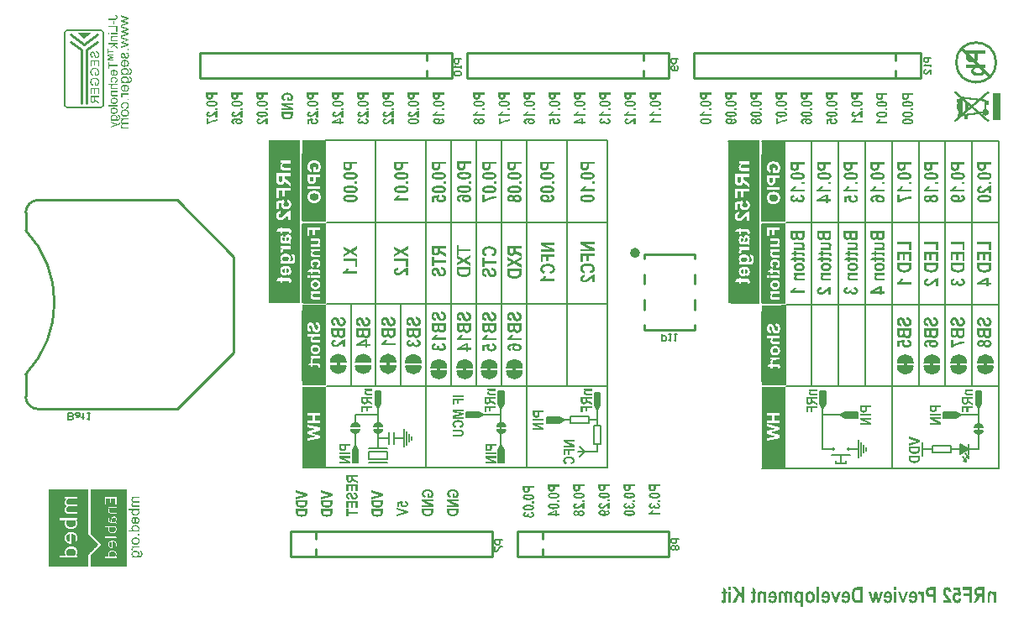
<source format=gbo>
G04 Layer_Color=32896*
%FSLAX24Y24*%
%MOIN*%
G70*
G01*
G75*
%ADD10C,0.0060*%
%ADD11C,0.0080*%
%ADD60C,0.0100*%
%ADD62C,0.0200*%
%ADD66C,0.0110*%
%ADD82C,0.0059*%
%ADD84C,0.0079*%
%ADD86C,0.0050*%
%ADD148C,0.0002*%
%ADD149C,0.0003*%
%ADD150C,0.0120*%
%ADD151R,0.0980X0.0970*%
%ADD152R,0.0170X0.1811*%
%ADD153R,0.0980X0.0970*%
%ADD154R,0.0180X0.1993*%
%ADD155R,0.0980X0.0654*%
%ADD156R,0.0980X0.0745*%
%ADD157R,0.0980X0.0070*%
%ADD158R,0.0200X0.3237*%
%ADD159R,0.0160X0.3183*%
%ADD160R,0.0240X0.6500*%
%ADD161R,0.0200X0.3190*%
%ADD162R,0.0150X0.6500*%
%ADD163R,0.0160X0.2675*%
%ADD164R,0.1140X0.0827*%
%ADD165R,0.0190X0.3189*%
%ADD166R,0.0160X0.2807*%
%ADD167R,0.0980X0.0613*%
%ADD168R,0.0980X0.0601*%
%ADD169R,0.0980X0.0126*%
%ADD170R,0.1140X0.0603*%
%ADD171R,0.1140X0.0590*%
%ADD172R,0.0980X0.0140*%
%ADD173R,0.0980X0.0613*%
%ADD174R,0.0980X0.0600*%
%ADD175R,0.0980X0.0940*%
%ADD176R,0.0190X0.3190*%
%ADD177R,0.0150X0.6487*%
%ADD178R,0.0200X0.3180*%
%ADD179R,0.0240X0.6487*%
%ADD180R,0.0160X0.3170*%
%ADD181R,0.0980X0.0640*%
G36*
X10595Y20428D02*
X10310D01*
X10595Y20284D01*
Y20211D01*
X10157D01*
Y20278D01*
X10450D01*
X10157Y20426D01*
Y20496D01*
X10595D01*
Y20428D01*
D02*
G37*
G36*
X10402Y20899D02*
X10425Y20897D01*
X10436Y20895D01*
X10446Y20894D01*
X10455Y20891D01*
X10464Y20889D01*
X10472Y20887D01*
X10479Y20884D01*
X10485Y20882D01*
X10490Y20881D01*
X10494Y20879D01*
X10496Y20879D01*
X10498Y20877D01*
X10499D01*
X10517Y20868D01*
X10533Y20857D01*
X10546Y20846D01*
X10557Y20836D01*
X10566Y20827D01*
X10571Y20819D01*
X10574Y20816D01*
X10575Y20814D01*
X10576Y20813D01*
X10577Y20813D01*
X10585Y20797D01*
X10591Y20781D01*
X10596Y20765D01*
X10599Y20750D01*
X10601Y20744D01*
X10601Y20737D01*
X10602Y20732D01*
Y20728D01*
X10603Y20724D01*
Y20721D01*
Y20719D01*
Y20719D01*
X10602Y20702D01*
X10599Y20687D01*
X10596Y20672D01*
X10593Y20659D01*
X10589Y20648D01*
X10588Y20643D01*
X10586Y20639D01*
X10585Y20636D01*
X10584Y20634D01*
X10583Y20632D01*
Y20632D01*
X10575Y20616D01*
X10567Y20603D01*
X10559Y20592D01*
X10551Y20582D01*
X10545Y20574D01*
X10540Y20569D01*
X10536Y20566D01*
X10535Y20564D01*
X10361D01*
Y20721D01*
X10435D01*
Y20638D01*
X10490D01*
X10496Y20645D01*
X10501Y20652D01*
X10506Y20659D01*
X10510Y20665D01*
X10513Y20671D01*
X10515Y20675D01*
X10516Y20678D01*
X10517Y20679D01*
X10520Y20687D01*
X10523Y20695D01*
X10524Y20703D01*
X10525Y20709D01*
X10526Y20715D01*
X10527Y20719D01*
Y20722D01*
Y20722D01*
X10526Y20731D01*
X10525Y20739D01*
X10522Y20753D01*
X10516Y20766D01*
X10509Y20776D01*
X10503Y20784D01*
X10497Y20790D01*
X10493Y20794D01*
X10492Y20794D01*
X10492Y20795D01*
X10483Y20800D01*
X10475Y20805D01*
X10455Y20813D01*
X10435Y20818D01*
X10416Y20822D01*
X10407Y20823D01*
X10399Y20824D01*
X10391Y20825D01*
X10385D01*
X10380Y20825D01*
X10372D01*
X10358Y20825D01*
X10346Y20824D01*
X10334Y20823D01*
X10323Y20821D01*
X10314Y20819D01*
X10304Y20816D01*
X10297Y20814D01*
X10290Y20811D01*
X10283Y20809D01*
X10277Y20806D01*
X10273Y20803D01*
X10269Y20801D01*
X10266Y20800D01*
X10264Y20798D01*
X10263Y20797D01*
X10262D01*
X10256Y20791D01*
X10250Y20785D01*
X10245Y20779D01*
X10242Y20773D01*
X10235Y20761D01*
X10231Y20748D01*
X10228Y20738D01*
X10227Y20733D01*
X10227Y20730D01*
X10226Y20726D01*
Y20724D01*
Y20722D01*
Y20722D01*
X10227Y20711D01*
X10229Y20701D01*
X10232Y20693D01*
X10235Y20685D01*
X10238Y20679D01*
X10242Y20675D01*
X10244Y20671D01*
X10244Y20671D01*
X10251Y20663D01*
X10260Y20657D01*
X10269Y20652D01*
X10277Y20648D01*
X10284Y20645D01*
X10290Y20643D01*
X10295Y20641D01*
X10295Y20641D01*
X10296D01*
X10280Y20569D01*
X10268Y20571D01*
X10257Y20574D01*
X10247Y20578D01*
X10238Y20582D01*
X10229Y20586D01*
X10221Y20590D01*
X10214Y20594D01*
X10208Y20599D01*
X10202Y20603D01*
X10197Y20606D01*
X10193Y20610D01*
X10189Y20613D01*
X10186Y20616D01*
X10185Y20617D01*
X10184Y20619D01*
X10183Y20619D01*
X10177Y20627D01*
X10172Y20635D01*
X10168Y20643D01*
X10164Y20652D01*
X10158Y20669D01*
X10154Y20686D01*
X10153Y20693D01*
X10152Y20700D01*
X10151Y20706D01*
X10151Y20711D01*
X10150Y20716D01*
Y20720D01*
Y20722D01*
Y20722D01*
X10151Y20742D01*
X10154Y20759D01*
X10159Y20775D01*
X10163Y20789D01*
X10166Y20794D01*
X10168Y20800D01*
X10170Y20804D01*
X10172Y20807D01*
X10174Y20811D01*
X10175Y20813D01*
X10176Y20814D01*
Y20814D01*
X10186Y20828D01*
X10199Y20840D01*
X10211Y20851D01*
X10224Y20860D01*
X10235Y20867D01*
X10240Y20870D01*
X10244Y20872D01*
X10247Y20874D01*
X10250Y20875D01*
X10252Y20877D01*
X10253D01*
X10273Y20884D01*
X10293Y20890D01*
X10314Y20895D01*
X10334Y20897D01*
X10343Y20899D01*
X10350Y20899D01*
X10358Y20900D01*
X10364D01*
X10369Y20901D01*
X10376D01*
X10402Y20899D01*
D02*
G37*
G36*
X10595Y19999D02*
X10595Y19984D01*
X10593Y19969D01*
X10591Y19957D01*
X10589Y19947D01*
X10587Y19938D01*
X10585Y19933D01*
X10584Y19929D01*
X10583Y19927D01*
X10578Y19917D01*
X10572Y19908D01*
X10566Y19900D01*
X10560Y19893D01*
X10555Y19888D01*
X10551Y19883D01*
X10548Y19881D01*
X10547Y19880D01*
X10537Y19873D01*
X10526Y19866D01*
X10515Y19861D01*
X10504Y19856D01*
X10495Y19852D01*
X10487Y19850D01*
X10484Y19848D01*
X10482Y19848D01*
X10481Y19847D01*
X10480D01*
X10464Y19842D01*
X10447Y19839D01*
X10430Y19837D01*
X10415Y19835D01*
X10407D01*
X10401Y19835D01*
X10395D01*
X10391Y19834D01*
X10381D01*
X10358Y19835D01*
X10338Y19836D01*
X10328Y19837D01*
X10320Y19838D01*
X10312Y19839D01*
X10305Y19840D01*
X10299Y19841D01*
X10293Y19842D01*
X10288Y19844D01*
X10284Y19844D01*
X10280Y19845D01*
X10278Y19846D01*
X10277Y19846D01*
X10276D01*
X10260Y19852D01*
X10247Y19857D01*
X10235Y19863D01*
X10225Y19868D01*
X10217Y19873D01*
X10211Y19877D01*
X10208Y19879D01*
X10207Y19881D01*
X10198Y19889D01*
X10190Y19897D01*
X10183Y19905D01*
X10178Y19912D01*
X10174Y19919D01*
X10171Y19923D01*
X10170Y19927D01*
X10169Y19928D01*
X10165Y19938D01*
X10163Y19951D01*
X10160Y19963D01*
X10159Y19975D01*
X10158Y19986D01*
Y19991D01*
X10157Y19995D01*
Y19999D01*
Y20001D01*
Y20003D01*
Y20003D01*
Y20135D01*
X10595D01*
Y19999D01*
D02*
G37*
G36*
X30898Y15264D02*
Y15246D01*
Y15229D01*
X30897Y15214D01*
Y15201D01*
X30896Y15188D01*
X30896Y15177D01*
Y15168D01*
X30895Y15160D01*
X30894Y15153D01*
X30893Y15147D01*
Y15143D01*
X30892Y15139D01*
Y15137D01*
X30891Y15135D01*
Y15133D01*
X30886Y15119D01*
X30879Y15106D01*
X30871Y15093D01*
X30861Y15083D01*
X30853Y15075D01*
X30846Y15068D01*
X30841Y15065D01*
X30840Y15063D01*
X30839D01*
X30822Y15053D01*
X30805Y15046D01*
X30787Y15041D01*
X30771Y15037D01*
X30757Y15035D01*
X30751Y15034D01*
X30745D01*
X30741Y15033D01*
X30735D01*
X30717Y15034D01*
X30700Y15037D01*
X30686Y15041D01*
X30673Y15045D01*
X30662Y15049D01*
X30655Y15053D01*
X30651Y15056D01*
X30649Y15057D01*
X30637Y15066D01*
X30626Y15077D01*
X30617Y15087D01*
X30611Y15097D01*
X30606Y15107D01*
X30602Y15115D01*
X30600Y15120D01*
X30599Y15121D01*
Y15122D01*
X30592Y15111D01*
X30585Y15102D01*
X30577Y15094D01*
X30569Y15087D01*
X30562Y15082D01*
X30556Y15077D01*
X30552Y15075D01*
X30551Y15074D01*
X30538Y15068D01*
X30525Y15063D01*
X30512Y15060D01*
X30501Y15058D01*
X30492Y15057D01*
X30483Y15056D01*
X30477D01*
X30461Y15057D01*
X30446Y15059D01*
X30432Y15062D01*
X30421Y15067D01*
X30412Y15071D01*
X30404Y15074D01*
X30400Y15077D01*
X30398Y15077D01*
X30386Y15086D01*
X30376Y15094D01*
X30367Y15103D01*
X30361Y15111D01*
X30356Y15118D01*
X30352Y15124D01*
X30350Y15127D01*
X30349Y15129D01*
X30347Y15136D01*
X30344Y15142D01*
X30341Y15159D01*
X30338Y15177D01*
X30337Y15194D01*
X30336Y15210D01*
X30335Y15217D01*
Y15223D01*
Y15228D01*
Y15232D01*
Y15235D01*
Y15236D01*
Y15421D01*
X30898D01*
Y15264D01*
D02*
G37*
G36*
X9595Y19650D02*
X9518D01*
Y19787D01*
X9509Y19783D01*
X9502Y19778D01*
X9499Y19776D01*
X9497Y19774D01*
X9496Y19774D01*
X9495Y19773D01*
X9489Y19769D01*
X9482Y19763D01*
X9474Y19756D01*
X9466Y19749D01*
X9458Y19742D01*
X9452Y19736D01*
X9449Y19734D01*
X9447Y19732D01*
X9446Y19732D01*
X9446Y19731D01*
X9431Y19719D01*
X9418Y19708D01*
X9407Y19699D01*
X9398Y19692D01*
X9391Y19687D01*
X9385Y19683D01*
X9382Y19681D01*
X9380Y19680D01*
X9371Y19675D01*
X9361Y19670D01*
X9353Y19666D01*
X9345Y19663D01*
X9339Y19661D01*
X9334Y19659D01*
X9331Y19658D01*
X9330D01*
X9320Y19655D01*
X9311Y19653D01*
X9302Y19652D01*
X9294Y19651D01*
X9287D01*
X9282Y19650D01*
X9268D01*
X9260Y19651D01*
X9244Y19655D01*
X9230Y19659D01*
X9218Y19664D01*
X9207Y19670D01*
X9203Y19673D01*
X9199Y19675D01*
X9197Y19677D01*
X9195Y19678D01*
X9194Y19679D01*
X9193Y19679D01*
X9186Y19685D01*
X9181Y19691D01*
X9176Y19697D01*
X9172Y19704D01*
X9168Y19712D01*
X9165Y19719D01*
X9161Y19732D01*
X9158Y19745D01*
X9157Y19750D01*
X9157Y19756D01*
X9156Y19760D01*
Y19762D01*
Y19764D01*
Y19765D01*
X9157Y19774D01*
X9157Y19783D01*
X9161Y19799D01*
X9166Y19813D01*
X9172Y19825D01*
X9177Y19835D01*
X9181Y19838D01*
X9183Y19841D01*
X9185Y19844D01*
X9186Y19846D01*
X9187Y19846D01*
X9188Y19847D01*
X9194Y19853D01*
X9201Y19857D01*
X9216Y19866D01*
X9233Y19872D01*
X9248Y19877D01*
X9256Y19879D01*
X9263Y19881D01*
X9269Y19881D01*
X9275Y19883D01*
X9279Y19883D01*
X9282D01*
X9285Y19884D01*
X9286D01*
X9295Y19815D01*
X9282Y19814D01*
X9272Y19812D01*
X9263Y19809D01*
X9255Y19806D01*
X9248Y19802D01*
X9243Y19798D01*
X9238Y19794D01*
X9234Y19789D01*
X9232Y19785D01*
X9230Y19781D01*
X9227Y19773D01*
X9227Y19771D01*
X9226Y19768D01*
Y19767D01*
Y19766D01*
X9227Y19759D01*
X9229Y19752D01*
X9231Y19746D01*
X9233Y19741D01*
X9236Y19737D01*
X9238Y19735D01*
X9240Y19733D01*
X9241Y19732D01*
X9247Y19728D01*
X9254Y19725D01*
X9261Y19723D01*
X9268Y19721D01*
X9275Y19720D01*
X9280Y19719D01*
X9284D01*
X9294Y19720D01*
X9304Y19722D01*
X9313Y19725D01*
X9321Y19727D01*
X9328Y19730D01*
X9333Y19732D01*
X9336Y19734D01*
X9337Y19735D01*
X9341Y19737D01*
X9346Y19741D01*
X9356Y19749D01*
X9367Y19758D01*
X9379Y19767D01*
X9390Y19776D01*
X9395Y19780D01*
X9399Y19784D01*
X9402Y19787D01*
X9405Y19789D01*
X9407Y19791D01*
X9407Y19791D01*
X9419Y19802D01*
X9431Y19811D01*
X9441Y19820D01*
X9451Y19828D01*
X9461Y19835D01*
X9469Y19841D01*
X9477Y19846D01*
X9484Y19851D01*
X9490Y19855D01*
X9496Y19859D01*
X9501Y19862D01*
X9505Y19864D01*
X9508Y19866D01*
X9510Y19867D01*
X9511Y19868D01*
X9512D01*
X9527Y19875D01*
X9542Y19880D01*
X9556Y19885D01*
X9568Y19887D01*
X9579Y19889D01*
X9584Y19890D01*
X9588Y19891D01*
X9591D01*
X9593Y19892D01*
X9595D01*
Y19650D01*
D02*
G37*
G36*
Y20218D02*
X9511D01*
Y20287D01*
X9595D01*
Y20218D01*
D02*
G37*
G36*
X9402Y20580D02*
X9422Y20579D01*
X9442Y20577D01*
X9459Y20575D01*
X9475Y20573D01*
X9490Y20570D01*
X9502Y20568D01*
X9514Y20564D01*
X9523Y20562D01*
X9532Y20559D01*
X9538Y20556D01*
X9544Y20554D01*
X9549Y20551D01*
X9551Y20550D01*
X9553Y20549D01*
X9554Y20549D01*
X9562Y20542D01*
X9570Y20536D01*
X9577Y20529D01*
X9582Y20522D01*
X9587Y20514D01*
X9591Y20508D01*
X9594Y20501D01*
X9597Y20494D01*
X9600Y20482D01*
X9601Y20477D01*
X9602Y20472D01*
Y20469D01*
X9603Y20466D01*
Y20465D01*
Y20464D01*
X9602Y20454D01*
X9601Y20445D01*
X9598Y20437D01*
X9595Y20429D01*
X9587Y20415D01*
X9578Y20402D01*
X9569Y20393D01*
X9565Y20389D01*
X9561Y20385D01*
X9558Y20383D01*
X9555Y20381D01*
X9554Y20380D01*
X9553Y20380D01*
X9543Y20374D01*
X9531Y20369D01*
X9519Y20365D01*
X9505Y20361D01*
X9476Y20355D01*
X9448Y20351D01*
X9434Y20350D01*
X9421Y20349D01*
X9410Y20348D01*
X9400D01*
X9391Y20347D01*
X9380D01*
X9357Y20348D01*
X9337Y20349D01*
X9317Y20350D01*
X9301Y20352D01*
X9284Y20355D01*
X9270Y20358D01*
X9258Y20360D01*
X9246Y20363D01*
X9236Y20367D01*
X9228Y20369D01*
X9221Y20372D01*
X9216Y20374D01*
X9211Y20376D01*
X9209Y20378D01*
X9207Y20379D01*
X9206Y20380D01*
X9197Y20386D01*
X9190Y20393D01*
X9183Y20400D01*
X9177Y20407D01*
X9172Y20414D01*
X9168Y20420D01*
X9165Y20428D01*
X9163Y20434D01*
X9159Y20446D01*
X9157Y20452D01*
X9157Y20456D01*
X9156Y20459D01*
Y20462D01*
Y20464D01*
Y20465D01*
X9157Y20474D01*
X9158Y20483D01*
X9161Y20492D01*
X9164Y20500D01*
X9172Y20514D01*
X9181Y20526D01*
X9190Y20536D01*
X9194Y20540D01*
X9198Y20543D01*
X9201Y20546D01*
X9204Y20547D01*
X9205Y20548D01*
X9206Y20549D01*
X9216Y20555D01*
X9228Y20559D01*
X9240Y20564D01*
X9254Y20567D01*
X9282Y20573D01*
X9311Y20577D01*
X9325Y20578D01*
X9337Y20579D01*
X9349Y20579D01*
X9359Y20580D01*
X9367Y20581D01*
X9379D01*
X9402Y20580D01*
D02*
G37*
G36*
Y20161D02*
X9422Y20161D01*
X9442Y20159D01*
X9459Y20157D01*
X9475Y20155D01*
X9490Y20152D01*
X9502Y20149D01*
X9514Y20146D01*
X9523Y20143D01*
X9532Y20140D01*
X9538Y20137D01*
X9544Y20135D01*
X9549Y20133D01*
X9551Y20131D01*
X9553Y20131D01*
X9554Y20130D01*
X9562Y20124D01*
X9570Y20117D01*
X9577Y20110D01*
X9582Y20103D01*
X9587Y20096D01*
X9591Y20089D01*
X9594Y20082D01*
X9597Y20076D01*
X9600Y20063D01*
X9601Y20058D01*
X9602Y20054D01*
Y20050D01*
X9603Y20048D01*
Y20046D01*
Y20045D01*
X9602Y20036D01*
X9601Y20026D01*
X9598Y20018D01*
X9595Y20010D01*
X9587Y19996D01*
X9578Y19984D01*
X9569Y19974D01*
X9565Y19970D01*
X9561Y19967D01*
X9558Y19964D01*
X9555Y19962D01*
X9554Y19962D01*
X9553Y19961D01*
X9543Y19955D01*
X9531Y19950D01*
X9519Y19946D01*
X9505Y19942D01*
X9476Y19936D01*
X9448Y19933D01*
X9434Y19931D01*
X9421Y19931D01*
X9410Y19929D01*
X9400D01*
X9391Y19929D01*
X9380D01*
X9357Y19929D01*
X9337Y19930D01*
X9317Y19932D01*
X9301Y19934D01*
X9284Y19936D01*
X9270Y19939D01*
X9258Y19942D01*
X9246Y19945D01*
X9236Y19948D01*
X9228Y19951D01*
X9221Y19953D01*
X9216Y19956D01*
X9211Y19958D01*
X9209Y19960D01*
X9207Y19960D01*
X9206Y19961D01*
X9197Y19968D01*
X9190Y19974D01*
X9183Y19981D01*
X9177Y19988D01*
X9172Y19995D01*
X9168Y20002D01*
X9165Y20009D01*
X9163Y20015D01*
X9159Y20028D01*
X9157Y20033D01*
X9157Y20038D01*
X9156Y20041D01*
Y20043D01*
Y20045D01*
Y20046D01*
X9157Y20056D01*
X9158Y20065D01*
X9161Y20073D01*
X9164Y20081D01*
X9172Y20095D01*
X9181Y20107D01*
X9190Y20117D01*
X9194Y20121D01*
X9198Y20124D01*
X9201Y20127D01*
X9204Y20129D01*
X9205Y20130D01*
X9206Y20130D01*
X9216Y20136D01*
X9228Y20141D01*
X9240Y20145D01*
X9254Y20148D01*
X9282Y20154D01*
X9311Y20158D01*
X9325Y20159D01*
X9337Y20160D01*
X9349Y20161D01*
X9359Y20161D01*
X9367Y20162D01*
X9379D01*
X9402Y20161D01*
D02*
G37*
G36*
X30770Y14956D02*
X30789Y14955D01*
X30805Y14952D01*
X30817Y14950D01*
X30828Y14948D01*
X30836Y14946D01*
X30840Y14945D01*
X30841Y14944D01*
X30852Y14939D01*
X30862Y14933D01*
X30871Y14927D01*
X30878Y14920D01*
X30883Y14915D01*
X30887Y14910D01*
X30890Y14907D01*
X30891Y14906D01*
X30896Y14896D01*
X30901Y14885D01*
X30903Y14875D01*
X30905Y14866D01*
X30906Y14858D01*
X30907Y14853D01*
Y14848D01*
Y14847D01*
X30906Y14835D01*
X30905Y14823D01*
X30901Y14813D01*
X30898Y14803D01*
X30895Y14795D01*
X30891Y14789D01*
X30890Y14786D01*
X30889Y14784D01*
X30881Y14773D01*
X30873Y14764D01*
X30865Y14756D01*
X30856Y14748D01*
X30849Y14743D01*
X30843Y14739D01*
X30839Y14737D01*
X30837Y14736D01*
X30898D01*
Y14653D01*
X30490D01*
Y14742D01*
X30691D01*
X30703Y14743D01*
X30714D01*
X30724Y14743D01*
X30733D01*
X30741Y14744D01*
X30747Y14745D01*
X30753Y14746D01*
X30758D01*
X30761Y14747D01*
X30765Y14748D01*
X30769Y14748D01*
X30770D01*
X30778Y14751D01*
X30786Y14754D01*
X30793Y14758D01*
X30799Y14763D01*
X30803Y14767D01*
X30807Y14769D01*
X30809Y14772D01*
X30810Y14773D01*
X30815Y14779D01*
X30818Y14787D01*
X30821Y14793D01*
X30823Y14800D01*
X30824Y14805D01*
X30825Y14809D01*
Y14813D01*
Y14813D01*
X30824Y14820D01*
X30823Y14827D01*
X30821Y14833D01*
X30819Y14838D01*
X30816Y14841D01*
X30815Y14844D01*
X30814Y14846D01*
X30813Y14847D01*
X30808Y14851D01*
X30803Y14855D01*
X30792Y14860D01*
X30787Y14863D01*
X30783Y14863D01*
X30781Y14864D01*
X30780D01*
X30775Y14865D01*
X30769D01*
X30762Y14866D01*
X30755D01*
X30738Y14867D01*
X30721D01*
X30704Y14868D01*
X30490D01*
Y14957D01*
X30749D01*
X30770Y14956D01*
D02*
G37*
G36*
X35012Y19872D02*
X35032Y19871D01*
X35052Y19869D01*
X35069Y19867D01*
X35085Y19866D01*
X35100Y19862D01*
X35112Y19860D01*
X35124Y19856D01*
X35133Y19854D01*
X35142Y19851D01*
X35148Y19848D01*
X35154Y19846D01*
X35159Y19843D01*
X35161Y19842D01*
X35163Y19842D01*
X35164Y19841D01*
X35172Y19834D01*
X35180Y19828D01*
X35187Y19821D01*
X35192Y19814D01*
X35197Y19807D01*
X35201Y19800D01*
X35204Y19793D01*
X35207Y19786D01*
X35210Y19774D01*
X35211Y19769D01*
X35212Y19764D01*
Y19761D01*
X35212Y19759D01*
Y19757D01*
Y19756D01*
X35212Y19746D01*
X35211Y19737D01*
X35208Y19729D01*
X35205Y19721D01*
X35197Y19707D01*
X35188Y19694D01*
X35179Y19685D01*
X35175Y19681D01*
X35171Y19678D01*
X35168Y19675D01*
X35165Y19673D01*
X35164Y19672D01*
X35163Y19672D01*
X35153Y19666D01*
X35141Y19661D01*
X35129Y19657D01*
X35115Y19653D01*
X35086Y19647D01*
X35058Y19643D01*
X35044Y19642D01*
X35031Y19641D01*
X35020Y19640D01*
X35010D01*
X35001Y19639D01*
X34990D01*
X34967Y19640D01*
X34947Y19641D01*
X34927Y19643D01*
X34911Y19645D01*
X34894Y19647D01*
X34880Y19650D01*
X34868Y19652D01*
X34856Y19656D01*
X34846Y19659D01*
X34838Y19661D01*
X34831Y19664D01*
X34826Y19667D01*
X34821Y19669D01*
X34818Y19670D01*
X34817Y19671D01*
X34816Y19672D01*
X34807Y19678D01*
X34800Y19685D01*
X34793Y19692D01*
X34787Y19699D01*
X34782Y19706D01*
X34778Y19713D01*
X34775Y19720D01*
X34772Y19726D01*
X34769Y19739D01*
X34767Y19744D01*
X34767Y19748D01*
X34766Y19751D01*
Y19754D01*
Y19756D01*
Y19757D01*
X34767Y19766D01*
X34768Y19775D01*
X34771Y19784D01*
X34774Y19792D01*
X34782Y19806D01*
X34791Y19818D01*
X34800Y19828D01*
X34804Y19832D01*
X34808Y19835D01*
X34811Y19838D01*
X34814Y19840D01*
X34815Y19840D01*
X34816Y19841D01*
X34826Y19847D01*
X34838Y19851D01*
X34850Y19856D01*
X34864Y19859D01*
X34892Y19865D01*
X34921Y19869D01*
X34934Y19870D01*
X34947Y19871D01*
X34959Y19871D01*
X34969Y19872D01*
X34977Y19873D01*
X34989D01*
X35012Y19872D01*
D02*
G37*
G36*
X31958Y13650D02*
X31749D01*
X31738Y13649D01*
X31729D01*
X31720Y13648D01*
X31712Y13647D01*
X31706D01*
X31699Y13646D01*
X31690Y13645D01*
X31683Y13644D01*
X31679Y13643D01*
X31678D01*
X31669Y13640D01*
X31661Y13636D01*
X31654Y13632D01*
X31648Y13628D01*
X31644Y13624D01*
X31641Y13621D01*
X31639Y13619D01*
X31638Y13618D01*
X31633Y13611D01*
X31630Y13604D01*
X31627Y13597D01*
X31625Y13591D01*
X31624Y13586D01*
X31623Y13581D01*
Y13579D01*
Y13578D01*
X31624Y13571D01*
X31625Y13566D01*
X31629Y13556D01*
X31632Y13552D01*
X31633Y13550D01*
X31634Y13548D01*
X31635Y13547D01*
X31639Y13542D01*
X31644Y13538D01*
X31655Y13532D01*
X31659Y13531D01*
X31663Y13529D01*
X31666Y13528D01*
X31667D01*
X31671Y13527D01*
X31676Y13526D01*
X31688Y13525D01*
X31702Y13524D01*
X31716D01*
X31729Y13523D01*
X31958D01*
Y13434D01*
X31705D01*
X31684Y13435D01*
X31665Y13436D01*
X31650Y13437D01*
X31637Y13439D01*
X31627Y13441D01*
X31619Y13443D01*
X31615Y13444D01*
X31613Y13445D01*
X31602Y13449D01*
X31592Y13455D01*
X31583Y13461D01*
X31576Y13466D01*
X31570Y13472D01*
X31565Y13477D01*
X31562Y13481D01*
X31562Y13481D01*
X31555Y13492D01*
X31550Y13503D01*
X31546Y13514D01*
X31543Y13524D01*
X31542Y13533D01*
X31541Y13540D01*
Y13545D01*
Y13546D01*
Y13546D01*
X31542Y13559D01*
X31543Y13570D01*
X31547Y13581D01*
X31549Y13589D01*
X31552Y13596D01*
X31556Y13602D01*
X31557Y13606D01*
X31558Y13607D01*
X31566Y13617D01*
X31574Y13626D01*
X31582Y13635D01*
X31591Y13642D01*
X31598Y13648D01*
X31604Y13652D01*
X31608Y13656D01*
X31610Y13656D01*
X31550D01*
Y13739D01*
X31958D01*
Y13650D01*
D02*
G37*
G36*
X31768Y14152D02*
X31786Y14150D01*
X31803Y14149D01*
X31818Y14145D01*
X31833Y14141D01*
X31846Y14137D01*
X31858Y14133D01*
X31869Y14128D01*
X31879Y14124D01*
X31887Y14119D01*
X31894Y14115D01*
X31900Y14111D01*
X31905Y14108D01*
X31908Y14106D01*
X31910Y14105D01*
X31911Y14104D01*
X31921Y14095D01*
X31929Y14085D01*
X31936Y14074D01*
X31943Y14064D01*
X31949Y14053D01*
X31953Y14043D01*
X31960Y14024D01*
X31962Y14015D01*
X31964Y14006D01*
X31966Y13999D01*
X31966Y13993D01*
X31967Y13988D01*
Y13984D01*
Y13981D01*
Y13980D01*
X31966Y13963D01*
X31963Y13947D01*
X31959Y13933D01*
X31955Y13920D01*
X31950Y13910D01*
X31946Y13901D01*
X31943Y13896D01*
X31942Y13895D01*
Y13895D01*
X31931Y13880D01*
X31920Y13868D01*
X31906Y13857D01*
X31894Y13848D01*
X31883Y13841D01*
X31874Y13835D01*
X31871Y13834D01*
X31868Y13832D01*
X31866Y13831D01*
X31866D01*
X31846Y13823D01*
X31827Y13817D01*
X31807Y13813D01*
X31790Y13810D01*
X31775Y13808D01*
X31768D01*
X31763Y13807D01*
X31752D01*
X31737Y13808D01*
X31722Y13809D01*
X31693Y13815D01*
X31680Y13818D01*
X31668Y13822D01*
X31657Y13826D01*
X31647Y13830D01*
X31637Y13835D01*
X31628Y13839D01*
X31622Y13843D01*
X31615Y13846D01*
X31611Y13850D01*
X31607Y13852D01*
X31605Y13853D01*
X31604Y13854D01*
X31593Y13863D01*
X31583Y13872D01*
X31575Y13882D01*
X31567Y13893D01*
X31562Y13904D01*
X31557Y13914D01*
X31552Y13925D01*
X31548Y13935D01*
X31546Y13944D01*
X31544Y13952D01*
X31542Y13960D01*
X31542Y13967D01*
X31541Y13973D01*
Y13977D01*
Y13980D01*
Y13980D01*
X31542Y13998D01*
X31545Y14015D01*
X31548Y14029D01*
X31553Y14042D01*
X31557Y14052D01*
X31562Y14060D01*
X31565Y14065D01*
X31566Y14066D01*
Y14067D01*
X31576Y14080D01*
X31588Y14093D01*
X31600Y14104D01*
X31612Y14113D01*
X31623Y14119D01*
X31632Y14125D01*
X31635Y14127D01*
X31637Y14129D01*
X31639Y14130D01*
X31640D01*
X31659Y14137D01*
X31677Y14143D01*
X31696Y14147D01*
X31713Y14149D01*
X31727Y14151D01*
X31733Y14152D01*
X31739Y14153D01*
X31749D01*
X31768Y14152D01*
D02*
G37*
G36*
X4505Y4811D02*
X4346D01*
X4332Y4811D01*
X4319Y4810D01*
X4308Y4809D01*
X4299Y4807D01*
X4292Y4805D01*
X4287Y4804D01*
X4284Y4803D01*
X4283Y4803D01*
X4275Y4799D01*
X4268Y4795D01*
X4262Y4790D01*
X4257Y4786D01*
X4253Y4782D01*
X4251Y4779D01*
X4249Y4776D01*
X4249Y4776D01*
X4245Y4768D01*
X4242Y4762D01*
X4240Y4754D01*
X4238Y4748D01*
X4238Y4743D01*
X4237Y4739D01*
Y4737D01*
Y4735D01*
X4238Y4725D01*
X4239Y4716D01*
X4242Y4709D01*
X4245Y4704D01*
X4249Y4699D01*
X4252Y4696D01*
X4254Y4694D01*
X4255Y4694D01*
X4262Y4690D01*
X4270Y4686D01*
X4279Y4684D01*
X4287Y4683D01*
X4294Y4682D01*
X4301Y4681D01*
X4505D01*
Y4629D01*
X4327D01*
X4311Y4628D01*
X4297Y4625D01*
X4285Y4622D01*
X4275Y4618D01*
X4268Y4614D01*
X4263Y4611D01*
X4260Y4608D01*
X4259Y4608D01*
X4252Y4599D01*
X4246Y4590D01*
X4242Y4581D01*
X4239Y4572D01*
X4238Y4565D01*
X4238Y4559D01*
X4237Y4556D01*
Y4554D01*
Y4554D01*
Y4553D01*
X4238Y4547D01*
X4238Y4541D01*
X4239Y4536D01*
X4241Y4531D01*
X4243Y4527D01*
X4244Y4525D01*
X4245Y4523D01*
X4245Y4522D01*
X4249Y4517D01*
X4253Y4514D01*
X4257Y4511D01*
X4260Y4508D01*
X4263Y4506D01*
X4266Y4505D01*
X4268Y4504D01*
X4268D01*
X4274Y4502D01*
X4281Y4501D01*
X4288Y4500D01*
X4296Y4500D01*
X4302Y4499D01*
X4505D01*
Y4447D01*
X4285D01*
X4277Y4448D01*
X4268Y4449D01*
X4261Y4451D01*
X4253Y4452D01*
X4247Y4455D01*
X4242Y4457D01*
X4236Y4459D01*
X4232Y4462D01*
X4228Y4463D01*
X4222Y4468D01*
X4219Y4470D01*
X4217Y4471D01*
X4209Y4481D01*
X4203Y4493D01*
X4198Y4504D01*
X4195Y4515D01*
X4193Y4526D01*
X4192Y4530D01*
Y4534D01*
X4192Y4537D01*
Y4540D01*
Y4541D01*
Y4542D01*
X4192Y4553D01*
X4194Y4562D01*
X4197Y4572D01*
X4200Y4581D01*
X4205Y4590D01*
X4209Y4598D01*
X4214Y4605D01*
X4219Y4611D01*
X4224Y4617D01*
X4229Y4622D01*
X4233Y4627D01*
X4238Y4630D01*
X4241Y4633D01*
X4244Y4635D01*
X4245Y4636D01*
X4246Y4637D01*
X4237Y4641D01*
X4229Y4646D01*
X4222Y4651D01*
X4217Y4656D01*
X4212Y4661D01*
X4209Y4664D01*
X4207Y4667D01*
X4206Y4668D01*
X4202Y4677D01*
X4198Y4686D01*
X4195Y4695D01*
X4194Y4704D01*
X4192Y4712D01*
X4192Y4718D01*
Y4721D01*
Y4722D01*
Y4723D01*
Y4724D01*
X4192Y4735D01*
X4194Y4745D01*
X4196Y4754D01*
X4198Y4762D01*
X4202Y4769D01*
X4203Y4774D01*
X4205Y4777D01*
X4206Y4778D01*
X4211Y4787D01*
X4217Y4794D01*
X4224Y4801D01*
X4230Y4806D01*
X4234Y4811D01*
X4239Y4814D01*
X4241Y4816D01*
X4242Y4817D01*
X4198D01*
Y4863D01*
X4505D01*
Y4811D01*
D02*
G37*
G36*
X35012Y20151D02*
X35032Y20151D01*
X35052Y20149D01*
X35069Y20147D01*
X35085Y20145D01*
X35100Y20142D01*
X35112Y20139D01*
X35124Y20136D01*
X35133Y20133D01*
X35142Y20130D01*
X35148Y20127D01*
X35154Y20125D01*
X35159Y20123D01*
X35161Y20121D01*
X35163Y20121D01*
X35164Y20120D01*
X35172Y20114D01*
X35180Y20107D01*
X35187Y20100D01*
X35192Y20093D01*
X35197Y20086D01*
X35201Y20079D01*
X35204Y20072D01*
X35207Y20066D01*
X35210Y20053D01*
X35211Y20048D01*
X35212Y20044D01*
Y20040D01*
X35212Y20038D01*
Y20036D01*
Y20035D01*
X35212Y20026D01*
X35211Y20017D01*
X35208Y20008D01*
X35205Y20000D01*
X35197Y19986D01*
X35188Y19974D01*
X35179Y19964D01*
X35175Y19960D01*
X35171Y19957D01*
X35168Y19954D01*
X35165Y19952D01*
X35164Y19952D01*
X35163Y19951D01*
X35153Y19945D01*
X35141Y19940D01*
X35129Y19936D01*
X35115Y19932D01*
X35086Y19926D01*
X35058Y19923D01*
X35044Y19921D01*
X35031Y19921D01*
X35020Y19919D01*
X35010D01*
X35001Y19919D01*
X34990D01*
X34967Y19919D01*
X34947Y19920D01*
X34927Y19922D01*
X34911Y19924D01*
X34894Y19926D01*
X34880Y19929D01*
X34868Y19932D01*
X34856Y19935D01*
X34846Y19938D01*
X34838Y19941D01*
X34831Y19943D01*
X34826Y19946D01*
X34821Y19948D01*
X34818Y19950D01*
X34817Y19950D01*
X34816Y19951D01*
X34807Y19958D01*
X34800Y19964D01*
X34793Y19971D01*
X34787Y19978D01*
X34782Y19985D01*
X34778Y19992D01*
X34775Y19999D01*
X34772Y20005D01*
X34769Y20018D01*
X34767Y20023D01*
X34767Y20028D01*
X34766Y20031D01*
Y20033D01*
Y20035D01*
Y20036D01*
X34767Y20046D01*
X34768Y20055D01*
X34771Y20063D01*
X34774Y20071D01*
X34782Y20085D01*
X34791Y20097D01*
X34800Y20107D01*
X34804Y20111D01*
X34808Y20114D01*
X34811Y20117D01*
X34814Y20119D01*
X34815Y20120D01*
X34816Y20120D01*
X34826Y20126D01*
X34838Y20131D01*
X34850Y20135D01*
X34864Y20138D01*
X34892Y20144D01*
X34921Y20148D01*
X34934Y20149D01*
X34947Y20150D01*
X34959Y20151D01*
X34969Y20151D01*
X34977Y20152D01*
X34989D01*
X35012Y20151D01*
D02*
G37*
G36*
Y20570D02*
X35032Y20569D01*
X35052Y20567D01*
X35069Y20565D01*
X35085Y20563D01*
X35100Y20560D01*
X35112Y20558D01*
X35124Y20554D01*
X35133Y20552D01*
X35142Y20549D01*
X35148Y20546D01*
X35154Y20544D01*
X35159Y20541D01*
X35161Y20540D01*
X35163Y20539D01*
X35164Y20539D01*
X35172Y20532D01*
X35180Y20526D01*
X35187Y20519D01*
X35192Y20512D01*
X35197Y20504D01*
X35201Y20498D01*
X35204Y20491D01*
X35207Y20484D01*
X35210Y20472D01*
X35211Y20467D01*
X35212Y20462D01*
Y20459D01*
X35212Y20457D01*
Y20455D01*
Y20454D01*
X35212Y20444D01*
X35211Y20435D01*
X35208Y20427D01*
X35205Y20419D01*
X35197Y20405D01*
X35188Y20392D01*
X35179Y20383D01*
X35175Y20379D01*
X35171Y20375D01*
X35168Y20373D01*
X35165Y20371D01*
X35164Y20370D01*
X35163Y20370D01*
X35153Y20364D01*
X35141Y20359D01*
X35129Y20355D01*
X35115Y20351D01*
X35086Y20345D01*
X35058Y20341D01*
X35044Y20340D01*
X35031Y20339D01*
X35020Y20338D01*
X35010D01*
X35001Y20337D01*
X34990D01*
X34967Y20338D01*
X34947Y20339D01*
X34927Y20340D01*
X34911Y20342D01*
X34894Y20345D01*
X34880Y20348D01*
X34868Y20350D01*
X34856Y20353D01*
X34846Y20357D01*
X34838Y20359D01*
X34831Y20362D01*
X34826Y20364D01*
X34821Y20366D01*
X34818Y20368D01*
X34817Y20369D01*
X34816Y20370D01*
X34807Y20376D01*
X34800Y20383D01*
X34793Y20390D01*
X34787Y20397D01*
X34782Y20404D01*
X34778Y20410D01*
X34775Y20418D01*
X34772Y20424D01*
X34769Y20436D01*
X34767Y20442D01*
X34767Y20446D01*
X34766Y20449D01*
Y20452D01*
Y20454D01*
Y20455D01*
X34767Y20464D01*
X34768Y20473D01*
X34771Y20482D01*
X34774Y20490D01*
X34782Y20504D01*
X34791Y20516D01*
X34800Y20526D01*
X34804Y20530D01*
X34808Y20533D01*
X34811Y20536D01*
X34814Y20538D01*
X34815Y20538D01*
X34816Y20539D01*
X34826Y20545D01*
X34838Y20549D01*
X34850Y20554D01*
X34864Y20557D01*
X34892Y20563D01*
X34921Y20567D01*
X34934Y20568D01*
X34947Y20569D01*
X34959Y20569D01*
X34969Y20570D01*
X34977Y20571D01*
X34989D01*
X35012Y20570D01*
D02*
G37*
G36*
X35205Y20818D02*
X35040D01*
Y20771D01*
Y20759D01*
X35039Y20748D01*
X35039Y20738D01*
X35038Y20729D01*
X35037Y20720D01*
X35036Y20713D01*
X35035Y20706D01*
X35034Y20700D01*
X35032Y20695D01*
X35031Y20690D01*
X35030Y20687D01*
X35029Y20684D01*
X35028Y20681D01*
X35028Y20680D01*
X35027Y20679D01*
X35021Y20669D01*
X35015Y20660D01*
X35007Y20652D01*
X35000Y20646D01*
X34993Y20641D01*
X34988Y20637D01*
X34984Y20634D01*
X34983Y20633D01*
X34982D01*
X34969Y20628D01*
X34957Y20623D01*
X34943Y20620D01*
X34931Y20617D01*
X34920Y20616D01*
X34914D01*
X34911Y20615D01*
X34903D01*
X34884Y20616D01*
X34867Y20619D01*
X34853Y20622D01*
X34841Y20626D01*
X34835Y20628D01*
X34830Y20630D01*
X34826Y20631D01*
X34823Y20633D01*
X34820Y20635D01*
X34818Y20636D01*
X34818Y20637D01*
X34817D01*
X34806Y20645D01*
X34796Y20653D01*
X34789Y20663D01*
X34783Y20670D01*
X34779Y20678D01*
X34776Y20684D01*
X34774Y20688D01*
X34774Y20688D01*
Y20689D01*
X34772Y20694D01*
X34772Y20699D01*
X34771Y20705D01*
X34770Y20711D01*
X34769Y20725D01*
X34768Y20740D01*
X34767Y20753D01*
Y20759D01*
Y20764D01*
Y20768D01*
Y20772D01*
Y20774D01*
Y20775D01*
Y20891D01*
X35205D01*
Y20818D01*
D02*
G37*
G36*
X31958Y12884D02*
X31858D01*
Y13061D01*
X31847Y13055D01*
X31838Y13049D01*
X31835Y13047D01*
X31832Y13044D01*
X31830Y13043D01*
X31829Y13042D01*
X31821Y13037D01*
X31812Y13029D01*
X31802Y13020D01*
X31792Y13011D01*
X31782Y13002D01*
X31773Y12995D01*
X31770Y12992D01*
X31767Y12990D01*
X31767Y12989D01*
X31766Y12988D01*
X31747Y12972D01*
X31731Y12959D01*
X31717Y12947D01*
X31704Y12938D01*
X31695Y12932D01*
X31687Y12927D01*
X31683Y12924D01*
X31682Y12923D01*
X31669Y12917D01*
X31657Y12910D01*
X31647Y12905D01*
X31637Y12901D01*
X31628Y12898D01*
X31622Y12896D01*
X31618Y12894D01*
X31617D01*
X31604Y12891D01*
X31592Y12888D01*
X31581Y12887D01*
X31571Y12885D01*
X31562D01*
X31555Y12884D01*
X31537D01*
X31527Y12886D01*
X31507Y12890D01*
X31488Y12896D01*
X31472Y12902D01*
X31459Y12910D01*
X31453Y12913D01*
X31449Y12916D01*
X31446Y12918D01*
X31443Y12920D01*
X31442Y12921D01*
X31441Y12922D01*
X31432Y12929D01*
X31425Y12937D01*
X31419Y12945D01*
X31413Y12954D01*
X31408Y12963D01*
X31405Y12972D01*
X31399Y12990D01*
X31396Y13007D01*
X31395Y13013D01*
X31394Y13020D01*
X31393Y13025D01*
Y13028D01*
Y13031D01*
Y13032D01*
X31394Y13043D01*
X31395Y13055D01*
X31400Y13076D01*
X31406Y13094D01*
X31413Y13109D01*
X31421Y13122D01*
X31425Y13126D01*
X31427Y13130D01*
X31430Y13133D01*
X31432Y13136D01*
X31433Y13137D01*
X31434Y13137D01*
X31442Y13145D01*
X31451Y13151D01*
X31471Y13162D01*
X31492Y13170D01*
X31512Y13176D01*
X31522Y13178D01*
X31531Y13181D01*
X31539Y13182D01*
X31546Y13183D01*
X31552Y13184D01*
X31556D01*
X31559Y13185D01*
X31560D01*
X31572Y13097D01*
X31556Y13095D01*
X31542Y13092D01*
X31531Y13089D01*
X31521Y13085D01*
X31512Y13080D01*
X31505Y13075D01*
X31499Y13069D01*
X31494Y13063D01*
X31491Y13057D01*
X31488Y13052D01*
X31485Y13042D01*
X31484Y13039D01*
X31483Y13036D01*
Y13034D01*
Y13033D01*
X31484Y13024D01*
X31487Y13015D01*
X31489Y13007D01*
X31492Y13002D01*
X31497Y12997D01*
X31499Y12993D01*
X31502Y12991D01*
X31502Y12990D01*
X31510Y12984D01*
X31519Y12980D01*
X31528Y12977D01*
X31537Y12975D01*
X31546Y12974D01*
X31552Y12973D01*
X31558D01*
X31571Y12974D01*
X31583Y12977D01*
X31595Y12980D01*
X31605Y12983D01*
X31614Y12987D01*
X31621Y12990D01*
X31625Y12992D01*
X31627Y12993D01*
X31632Y12997D01*
X31637Y13001D01*
X31651Y13011D01*
X31665Y13022D01*
X31680Y13035D01*
X31694Y13047D01*
X31701Y13052D01*
X31706Y13057D01*
X31710Y13060D01*
X31713Y13063D01*
X31716Y13065D01*
X31717Y13066D01*
X31732Y13079D01*
X31747Y13091D01*
X31760Y13102D01*
X31772Y13112D01*
X31785Y13122D01*
X31796Y13129D01*
X31806Y13137D01*
X31815Y13142D01*
X31823Y13148D01*
X31830Y13153D01*
X31837Y13157D01*
X31841Y13160D01*
X31846Y13162D01*
X31848Y13163D01*
X31850Y13165D01*
X31851D01*
X31870Y13173D01*
X31889Y13180D01*
X31907Y13186D01*
X31923Y13189D01*
X31937Y13192D01*
X31943Y13193D01*
X31948Y13194D01*
X31952D01*
X31956Y13195D01*
X31958D01*
Y12884D01*
D02*
G37*
G36*
X35205Y20208D02*
X35121D01*
Y20277D01*
X35205D01*
Y20208D01*
D02*
G37*
G36*
X30576Y14558D02*
X30777D01*
X30787Y14557D01*
X30806D01*
X30812Y14556D01*
X30819D01*
X30825Y14555D01*
X30834Y14554D01*
X30840Y14553D01*
X30844Y14553D01*
X30845D01*
X30856Y14549D01*
X30865Y14546D01*
X30873Y14541D01*
X30880Y14537D01*
X30885Y14533D01*
X30888Y14529D01*
X30891Y14527D01*
X30891Y14526D01*
X30896Y14518D01*
X30901Y14509D01*
X30903Y14499D01*
X30906Y14491D01*
X30906Y14483D01*
X30907Y14477D01*
Y14473D01*
Y14471D01*
X30906Y14457D01*
X30905Y14444D01*
X30902Y14432D01*
X30899Y14421D01*
X30896Y14413D01*
X30894Y14406D01*
X30892Y14403D01*
X30891Y14401D01*
X30807Y14409D01*
X30811Y14418D01*
X30813Y14424D01*
X30815Y14430D01*
X30816Y14435D01*
X30816Y14439D01*
X30817Y14442D01*
Y14444D01*
Y14444D01*
X30816Y14450D01*
X30815Y14454D01*
X30812Y14459D01*
X30810Y14461D01*
X30805Y14465D01*
X30803Y14466D01*
X30800D01*
X30797Y14467D01*
X30789Y14468D01*
X30779D01*
X30768Y14469D01*
X30576D01*
Y14409D01*
X30490D01*
Y14469D01*
X30346D01*
X30409Y14558D01*
X30490D01*
Y14598D01*
X30576D01*
Y14558D01*
D02*
G37*
G36*
X8595Y20218D02*
X8511D01*
Y20287D01*
X8595D01*
Y20218D01*
D02*
G37*
G36*
X8402Y20580D02*
X8422Y20579D01*
X8442Y20577D01*
X8459Y20575D01*
X8475Y20573D01*
X8490Y20570D01*
X8502Y20568D01*
X8514Y20564D01*
X8523Y20562D01*
X8532Y20559D01*
X8538Y20556D01*
X8544Y20554D01*
X8549Y20551D01*
X8551Y20550D01*
X8553Y20549D01*
X8554Y20549D01*
X8562Y20542D01*
X8570Y20536D01*
X8577Y20529D01*
X8582Y20522D01*
X8587Y20514D01*
X8591Y20508D01*
X8594Y20501D01*
X8597Y20494D01*
X8600Y20482D01*
X8601Y20477D01*
X8602Y20472D01*
Y20469D01*
X8603Y20466D01*
Y20465D01*
Y20464D01*
X8602Y20454D01*
X8601Y20445D01*
X8598Y20437D01*
X8595Y20429D01*
X8587Y20415D01*
X8578Y20402D01*
X8569Y20393D01*
X8565Y20389D01*
X8561Y20385D01*
X8558Y20383D01*
X8555Y20381D01*
X8554Y20380D01*
X8553Y20380D01*
X8543Y20374D01*
X8531Y20369D01*
X8519Y20365D01*
X8505Y20361D01*
X8476Y20355D01*
X8448Y20351D01*
X8434Y20350D01*
X8421Y20349D01*
X8410Y20348D01*
X8400D01*
X8391Y20347D01*
X8380D01*
X8357Y20348D01*
X8337Y20349D01*
X8317Y20350D01*
X8301Y20352D01*
X8284Y20355D01*
X8270Y20358D01*
X8258Y20360D01*
X8246Y20363D01*
X8236Y20367D01*
X8228Y20369D01*
X8221Y20372D01*
X8216Y20374D01*
X8211Y20376D01*
X8209Y20378D01*
X8207Y20379D01*
X8206Y20380D01*
X8197Y20386D01*
X8190Y20393D01*
X8183Y20400D01*
X8177Y20407D01*
X8172Y20414D01*
X8168Y20420D01*
X8165Y20428D01*
X8163Y20434D01*
X8159Y20446D01*
X8157Y20452D01*
X8157Y20456D01*
X8156Y20459D01*
Y20462D01*
Y20464D01*
Y20465D01*
X8157Y20474D01*
X8158Y20483D01*
X8161Y20492D01*
X8164Y20500D01*
X8172Y20514D01*
X8181Y20526D01*
X8190Y20536D01*
X8194Y20540D01*
X8198Y20543D01*
X8201Y20546D01*
X8204Y20547D01*
X8205Y20548D01*
X8206Y20549D01*
X8216Y20555D01*
X8228Y20559D01*
X8240Y20564D01*
X8254Y20567D01*
X8282Y20573D01*
X8311Y20577D01*
X8325Y20578D01*
X8337Y20579D01*
X8349Y20579D01*
X8359Y20580D01*
X8367Y20581D01*
X8379D01*
X8402Y20580D01*
D02*
G37*
G36*
X30898Y13650D02*
X30689D01*
X30678Y13649D01*
X30669D01*
X30660Y13648D01*
X30652Y13647D01*
X30646D01*
X30639Y13646D01*
X30630Y13645D01*
X30623Y13644D01*
X30619Y13643D01*
X30618D01*
X30609Y13640D01*
X30601Y13636D01*
X30594Y13632D01*
X30588Y13628D01*
X30584Y13624D01*
X30581Y13621D01*
X30579Y13619D01*
X30578Y13618D01*
X30573Y13611D01*
X30570Y13604D01*
X30567Y13597D01*
X30565Y13591D01*
X30564Y13586D01*
X30563Y13581D01*
Y13579D01*
Y13578D01*
X30564Y13571D01*
X30565Y13566D01*
X30569Y13556D01*
X30572Y13552D01*
X30573Y13550D01*
X30574Y13548D01*
X30575Y13547D01*
X30579Y13542D01*
X30584Y13538D01*
X30595Y13532D01*
X30599Y13531D01*
X30603Y13529D01*
X30606Y13528D01*
X30607D01*
X30611Y13527D01*
X30616Y13526D01*
X30628Y13525D01*
X30642Y13524D01*
X30656D01*
X30669Y13523D01*
X30898D01*
Y13434D01*
X30645D01*
X30624Y13435D01*
X30605Y13436D01*
X30590Y13437D01*
X30577Y13439D01*
X30567Y13441D01*
X30559Y13443D01*
X30555Y13444D01*
X30553Y13445D01*
X30542Y13449D01*
X30532Y13455D01*
X30523Y13461D01*
X30516Y13466D01*
X30510Y13472D01*
X30505Y13477D01*
X30502Y13481D01*
X30502Y13481D01*
X30495Y13492D01*
X30490Y13503D01*
X30486Y13514D01*
X30483Y13524D01*
X30482Y13533D01*
X30481Y13540D01*
Y13545D01*
Y13546D01*
Y13546D01*
X30482Y13559D01*
X30483Y13570D01*
X30487Y13581D01*
X30489Y13589D01*
X30492Y13596D01*
X30496Y13602D01*
X30497Y13606D01*
X30498Y13607D01*
X30506Y13617D01*
X30514Y13626D01*
X30522Y13635D01*
X30531Y13642D01*
X30538Y13648D01*
X30544Y13652D01*
X30548Y13656D01*
X30550Y13656D01*
X30490D01*
Y13739D01*
X30898D01*
Y13650D01*
D02*
G37*
G36*
X8595Y19929D02*
X8518D01*
Y20067D01*
X8509Y20062D01*
X8502Y20058D01*
X8499Y20056D01*
X8497Y20054D01*
X8496Y20053D01*
X8495Y20052D01*
X8489Y20048D01*
X8482Y20042D01*
X8474Y20035D01*
X8466Y20028D01*
X8458Y20021D01*
X8452Y20015D01*
X8449Y20014D01*
X8447Y20012D01*
X8446Y20011D01*
X8446Y20010D01*
X8431Y19998D01*
X8418Y19988D01*
X8407Y19979D01*
X8398Y19971D01*
X8391Y19966D01*
X8385Y19962D01*
X8382Y19960D01*
X8380Y19960D01*
X8371Y19955D01*
X8361Y19949D01*
X8353Y19945D01*
X8345Y19942D01*
X8339Y19940D01*
X8334Y19938D01*
X8331Y19937D01*
X8330D01*
X8320Y19934D01*
X8311Y19933D01*
X8302Y19931D01*
X8294Y19930D01*
X8287D01*
X8282Y19929D01*
X8268D01*
X8260Y19931D01*
X8244Y19934D01*
X8230Y19938D01*
X8218Y19944D01*
X8207Y19949D01*
X8203Y19952D01*
X8199Y19954D01*
X8197Y19956D01*
X8195Y19957D01*
X8194Y19958D01*
X8193Y19958D01*
X8186Y19964D01*
X8181Y19970D01*
X8176Y19977D01*
X8172Y19984D01*
X8168Y19991D01*
X8165Y19998D01*
X8161Y20012D01*
X8158Y20025D01*
X8157Y20030D01*
X8157Y20035D01*
X8156Y20039D01*
Y20041D01*
Y20043D01*
Y20044D01*
X8157Y20053D01*
X8157Y20062D01*
X8161Y20078D01*
X8166Y20093D01*
X8172Y20104D01*
X8177Y20114D01*
X8181Y20117D01*
X8183Y20120D01*
X8185Y20123D01*
X8186Y20125D01*
X8187Y20126D01*
X8188Y20126D01*
X8194Y20132D01*
X8201Y20137D01*
X8216Y20145D01*
X8232Y20152D01*
X8248Y20156D01*
X8256Y20158D01*
X8263Y20160D01*
X8269Y20161D01*
X8275Y20162D01*
X8279Y20163D01*
X8282D01*
X8285Y20163D01*
X8286D01*
X8295Y20095D01*
X8282Y20093D01*
X8272Y20091D01*
X8263Y20089D01*
X8255Y20085D01*
X8248Y20082D01*
X8243Y20078D01*
X8238Y20073D01*
X8234Y20069D01*
X8232Y20064D01*
X8230Y20060D01*
X8227Y20052D01*
X8227Y20050D01*
X8226Y20047D01*
Y20046D01*
Y20045D01*
X8227Y20038D01*
X8229Y20031D01*
X8231Y20025D01*
X8233Y20021D01*
X8236Y20017D01*
X8238Y20014D01*
X8240Y20012D01*
X8241Y20012D01*
X8247Y20007D01*
X8254Y20004D01*
X8261Y20002D01*
X8268Y20000D01*
X8275Y19999D01*
X8280Y19999D01*
X8284D01*
X8294Y19999D01*
X8304Y20001D01*
X8313Y20004D01*
X8321Y20006D01*
X8328Y20009D01*
X8333Y20012D01*
X8336Y20014D01*
X8337Y20014D01*
X8341Y20017D01*
X8346Y20020D01*
X8356Y20028D01*
X8367Y20037D01*
X8379Y20047D01*
X8390Y20056D01*
X8395Y20060D01*
X8399Y20063D01*
X8402Y20066D01*
X8405Y20069D01*
X8407Y20070D01*
X8407Y20071D01*
X8419Y20081D01*
X8431Y20090D01*
X8441Y20099D01*
X8451Y20107D01*
X8461Y20114D01*
X8469Y20120D01*
X8477Y20126D01*
X8484Y20130D01*
X8490Y20135D01*
X8496Y20139D01*
X8501Y20141D01*
X8505Y20144D01*
X8508Y20146D01*
X8510Y20146D01*
X8511Y20148D01*
X8512D01*
X8527Y20154D01*
X8542Y20159D01*
X8556Y20164D01*
X8568Y20166D01*
X8579Y20168D01*
X8584Y20170D01*
X8588Y20170D01*
X8591D01*
X8593Y20171D01*
X8595D01*
Y19929D01*
D02*
G37*
G36*
X30562Y13137D02*
X30549Y13114D01*
X30535Y13095D01*
X30522Y13078D01*
X30516Y13071D01*
X30510Y13064D01*
X30504Y13058D01*
X30500Y13054D01*
X30496Y13050D01*
X30493Y13047D01*
X30492Y13046D01*
X30491Y13045D01*
X30898D01*
Y12956D01*
X30333D01*
Y13028D01*
X30352Y13035D01*
X30368Y13043D01*
X30383Y13052D01*
X30396Y13062D01*
X30407Y13070D01*
X30415Y13077D01*
X30420Y13082D01*
X30421Y13082D01*
X30422Y13083D01*
X30435Y13098D01*
X30446Y13112D01*
X30455Y13125D01*
X30462Y13137D01*
X30467Y13147D01*
X30472Y13153D01*
X30473Y13158D01*
X30474Y13159D01*
Y13160D01*
X30572D01*
X30562Y13137D01*
D02*
G37*
G36*
X31958Y18057D02*
X31746D01*
Y17997D01*
Y17982D01*
X31745Y17967D01*
X31744Y17954D01*
X31743Y17942D01*
X31742Y17932D01*
X31741Y17922D01*
X31739Y17913D01*
X31737Y17906D01*
X31736Y17899D01*
X31734Y17893D01*
X31733Y17889D01*
X31732Y17885D01*
X31731Y17882D01*
X31730Y17880D01*
X31729Y17878D01*
X31722Y17866D01*
X31713Y17854D01*
X31703Y17844D01*
X31694Y17836D01*
X31686Y17829D01*
X31678Y17824D01*
X31673Y17821D01*
X31672Y17820D01*
X31672D01*
X31655Y17812D01*
X31638Y17807D01*
X31621Y17802D01*
X31605Y17799D01*
X31591Y17797D01*
X31584D01*
X31579Y17797D01*
X31569D01*
X31545Y17797D01*
X31523Y17801D01*
X31505Y17805D01*
X31489Y17810D01*
X31482Y17813D01*
X31476Y17816D01*
X31471Y17817D01*
X31467Y17820D01*
X31463Y17822D01*
X31461Y17823D01*
X31460Y17824D01*
X31459D01*
X31444Y17835D01*
X31432Y17846D01*
X31423Y17857D01*
X31415Y17867D01*
X31410Y17877D01*
X31406Y17885D01*
X31404Y17890D01*
X31403Y17891D01*
Y17892D01*
X31402Y17897D01*
X31401Y17904D01*
X31399Y17912D01*
X31398Y17920D01*
X31397Y17937D01*
X31396Y17957D01*
X31395Y17973D01*
Y17982D01*
Y17988D01*
Y17993D01*
Y17998D01*
Y18001D01*
Y18002D01*
Y18151D01*
X31958D01*
Y18057D01*
D02*
G37*
G36*
X12595Y19929D02*
X12518D01*
Y20067D01*
X12509Y20062D01*
X12502Y20058D01*
X12499Y20056D01*
X12497Y20054D01*
X12496Y20053D01*
X12495Y20052D01*
X12489Y20048D01*
X12482Y20042D01*
X12474Y20035D01*
X12466Y20028D01*
X12458Y20021D01*
X12452Y20015D01*
X12449Y20014D01*
X12447Y20012D01*
X12446Y20011D01*
X12446Y20010D01*
X12431Y19998D01*
X12418Y19988D01*
X12407Y19979D01*
X12398Y19971D01*
X12391Y19966D01*
X12385Y19962D01*
X12382Y19960D01*
X12380Y19960D01*
X12371Y19955D01*
X12361Y19949D01*
X12353Y19945D01*
X12345Y19942D01*
X12339Y19940D01*
X12334Y19938D01*
X12331Y19937D01*
X12330D01*
X12320Y19934D01*
X12311Y19933D01*
X12302Y19931D01*
X12294Y19930D01*
X12287D01*
X12282Y19929D01*
X12268D01*
X12260Y19931D01*
X12244Y19934D01*
X12230Y19938D01*
X12218Y19944D01*
X12207Y19949D01*
X12203Y19952D01*
X12199Y19954D01*
X12197Y19956D01*
X12195Y19957D01*
X12194Y19958D01*
X12193Y19958D01*
X12186Y19964D01*
X12181Y19970D01*
X12176Y19977D01*
X12172Y19984D01*
X12168Y19991D01*
X12165Y19998D01*
X12161Y20012D01*
X12158Y20025D01*
X12157Y20030D01*
X12157Y20035D01*
X12156Y20039D01*
Y20041D01*
Y20043D01*
Y20044D01*
X12157Y20053D01*
X12157Y20062D01*
X12161Y20078D01*
X12166Y20093D01*
X12172Y20104D01*
X12177Y20114D01*
X12181Y20117D01*
X12183Y20120D01*
X12185Y20123D01*
X12186Y20125D01*
X12187Y20126D01*
X12188Y20126D01*
X12194Y20132D01*
X12201Y20137D01*
X12216Y20145D01*
X12233Y20152D01*
X12248Y20156D01*
X12256Y20158D01*
X12263Y20160D01*
X12269Y20161D01*
X12275Y20162D01*
X12279Y20163D01*
X12282D01*
X12285Y20163D01*
X12286D01*
X12295Y20095D01*
X12282Y20093D01*
X12272Y20091D01*
X12263Y20089D01*
X12255Y20085D01*
X12248Y20082D01*
X12243Y20078D01*
X12238Y20073D01*
X12234Y20069D01*
X12232Y20064D01*
X12230Y20060D01*
X12227Y20052D01*
X12227Y20050D01*
X12226Y20047D01*
Y20046D01*
Y20045D01*
X12227Y20038D01*
X12229Y20031D01*
X12231Y20025D01*
X12233Y20021D01*
X12236Y20017D01*
X12238Y20014D01*
X12240Y20012D01*
X12241Y20012D01*
X12247Y20007D01*
X12254Y20004D01*
X12261Y20002D01*
X12268Y20000D01*
X12275Y19999D01*
X12280Y19999D01*
X12284D01*
X12294Y19999D01*
X12304Y20001D01*
X12313Y20004D01*
X12321Y20006D01*
X12328Y20009D01*
X12333Y20012D01*
X12336Y20014D01*
X12337Y20014D01*
X12341Y20017D01*
X12346Y20020D01*
X12356Y20028D01*
X12367Y20037D01*
X12379Y20047D01*
X12390Y20056D01*
X12395Y20060D01*
X12399Y20063D01*
X12402Y20066D01*
X12405Y20069D01*
X12407Y20070D01*
X12407Y20071D01*
X12419Y20081D01*
X12431Y20090D01*
X12441Y20099D01*
X12451Y20107D01*
X12461Y20114D01*
X12469Y20120D01*
X12477Y20126D01*
X12484Y20130D01*
X12490Y20135D01*
X12496Y20139D01*
X12501Y20141D01*
X12505Y20144D01*
X12508Y20146D01*
X12510Y20146D01*
X12511Y20148D01*
X12512D01*
X12527Y20154D01*
X12542Y20159D01*
X12556Y20164D01*
X12568Y20166D01*
X12579Y20168D01*
X12584Y20170D01*
X12588Y20170D01*
X12591D01*
X12593Y20171D01*
X12595D01*
Y19929D01*
D02*
G37*
G36*
X8595Y20828D02*
X8430D01*
Y20781D01*
Y20769D01*
X8429Y20758D01*
X8429Y20748D01*
X8428Y20739D01*
X8427Y20730D01*
X8426Y20723D01*
X8425Y20716D01*
X8424Y20710D01*
X8422Y20705D01*
X8421Y20700D01*
X8420Y20697D01*
X8419Y20694D01*
X8418Y20691D01*
X8418Y20690D01*
X8417Y20689D01*
X8411Y20679D01*
X8405Y20670D01*
X8397Y20662D01*
X8390Y20656D01*
X8383Y20651D01*
X8378Y20647D01*
X8374Y20644D01*
X8373Y20643D01*
X8372D01*
X8360Y20638D01*
X8347Y20633D01*
X8333Y20630D01*
X8321Y20627D01*
X8310Y20626D01*
X8304D01*
X8301Y20625D01*
X8293D01*
X8274Y20626D01*
X8257Y20628D01*
X8243Y20632D01*
X8231Y20636D01*
X8225Y20638D01*
X8220Y20640D01*
X8216Y20641D01*
X8213Y20643D01*
X8210Y20645D01*
X8209Y20646D01*
X8208Y20647D01*
X8207D01*
X8196Y20655D01*
X8186Y20663D01*
X8179Y20673D01*
X8173Y20680D01*
X8169Y20688D01*
X8166Y20694D01*
X8164Y20698D01*
X8164Y20698D01*
Y20699D01*
X8163Y20704D01*
X8162Y20709D01*
X8161Y20715D01*
X8160Y20721D01*
X8159Y20735D01*
X8158Y20750D01*
X8157Y20763D01*
Y20769D01*
Y20774D01*
Y20778D01*
Y20782D01*
Y20784D01*
Y20785D01*
Y20901D01*
X8595D01*
Y20828D01*
D02*
G37*
G36*
X12507Y19748D02*
X12595D01*
Y19681D01*
X12507D01*
Y19636D01*
X12433D01*
Y19681D01*
X12156D01*
Y19739D01*
X12434Y19895D01*
X12507D01*
Y19748D01*
D02*
G37*
G36*
X11503Y19878D02*
X11512Y19876D01*
X11521Y19873D01*
X11529Y19870D01*
X11536Y19866D01*
X11543Y19863D01*
X11549Y19860D01*
X11554Y19857D01*
X11558Y19853D01*
X11562Y19851D01*
X11566Y19848D01*
X11568Y19846D01*
X11570Y19844D01*
X11571Y19844D01*
X11571Y19843D01*
X11577Y19837D01*
X11582Y19830D01*
X11590Y19817D01*
X11595Y19804D01*
X11599Y19791D01*
X11601Y19780D01*
X11602Y19775D01*
Y19771D01*
X11603Y19768D01*
Y19765D01*
Y19764D01*
Y19763D01*
X11602Y19752D01*
X11601Y19743D01*
X11598Y19733D01*
X11595Y19725D01*
X11591Y19716D01*
X11588Y19709D01*
X11583Y19702D01*
X11579Y19696D01*
X11574Y19691D01*
X11569Y19686D01*
X11566Y19682D01*
X11562Y19679D01*
X11559Y19676D01*
X11557Y19674D01*
X11555Y19673D01*
X11555Y19673D01*
X11545Y19667D01*
X11536Y19662D01*
X11527Y19658D01*
X11518Y19654D01*
X11499Y19648D01*
X11483Y19644D01*
X11475Y19643D01*
X11469Y19642D01*
X11463Y19641D01*
X11458D01*
X11454Y19640D01*
X11448D01*
X11435Y19641D01*
X11423Y19642D01*
X11412Y19644D01*
X11401Y19646D01*
X11391Y19649D01*
X11382Y19652D01*
X11373Y19656D01*
X11365Y19659D01*
X11359Y19662D01*
X11353Y19666D01*
X11348Y19669D01*
X11343Y19672D01*
X11340Y19675D01*
X11337Y19676D01*
X11336Y19677D01*
X11336Y19678D01*
X11330Y19684D01*
X11325Y19690D01*
X11320Y19695D01*
X11316Y19702D01*
X11310Y19714D01*
X11306Y19725D01*
X11304Y19736D01*
X11303Y19739D01*
X11302Y19743D01*
X11302Y19747D01*
Y19749D01*
Y19750D01*
Y19750D01*
X11302Y19760D01*
X11304Y19768D01*
X11306Y19776D01*
X11309Y19783D01*
X11312Y19789D01*
X11314Y19794D01*
X11316Y19796D01*
X11317Y19798D01*
X11242Y19786D01*
Y19656D01*
X11163D01*
Y19839D01*
X11391Y19874D01*
X11401Y19818D01*
X11395Y19813D01*
X11391Y19809D01*
X11386Y19804D01*
X11383Y19800D01*
X11377Y19791D01*
X11373Y19782D01*
X11371Y19775D01*
X11370Y19770D01*
X11369Y19766D01*
Y19765D01*
X11370Y19756D01*
X11372Y19749D01*
X11376Y19742D01*
X11379Y19737D01*
X11383Y19732D01*
X11386Y19729D01*
X11389Y19727D01*
X11389Y19726D01*
X11398Y19721D01*
X11407Y19717D01*
X11417Y19715D01*
X11427Y19713D01*
X11436Y19712D01*
X11443Y19711D01*
X11450D01*
X11465Y19712D01*
X11479Y19714D01*
X11490Y19716D01*
X11499Y19719D01*
X11505Y19721D01*
X11510Y19724D01*
X11513Y19726D01*
X11514Y19726D01*
X11522Y19732D01*
X11526Y19738D01*
X11530Y19745D01*
X11533Y19750D01*
X11534Y19755D01*
X11534Y19759D01*
X11535Y19762D01*
Y19763D01*
X11534Y19769D01*
X11533Y19775D01*
X11530Y19781D01*
X11527Y19785D01*
X11524Y19789D01*
X11522Y19793D01*
X11520Y19795D01*
X11519Y19795D01*
X11512Y19800D01*
X11505Y19804D01*
X11498Y19807D01*
X11490Y19809D01*
X11484Y19811D01*
X11478Y19812D01*
X11475Y19813D01*
X11474D01*
X11483Y19881D01*
X11503Y19878D01*
D02*
G37*
G36*
X11595Y19929D02*
X11518D01*
Y20067D01*
X11509Y20062D01*
X11502Y20058D01*
X11499Y20056D01*
X11497Y20054D01*
X11496Y20053D01*
X11495Y20052D01*
X11489Y20048D01*
X11482Y20042D01*
X11474Y20035D01*
X11466Y20028D01*
X11458Y20021D01*
X11452Y20015D01*
X11449Y20014D01*
X11447Y20012D01*
X11446Y20011D01*
X11446Y20010D01*
X11431Y19998D01*
X11418Y19988D01*
X11407Y19979D01*
X11398Y19971D01*
X11391Y19966D01*
X11385Y19962D01*
X11382Y19960D01*
X11380Y19960D01*
X11371Y19955D01*
X11361Y19949D01*
X11353Y19945D01*
X11345Y19942D01*
X11339Y19940D01*
X11334Y19938D01*
X11331Y19937D01*
X11330D01*
X11320Y19934D01*
X11311Y19933D01*
X11302Y19931D01*
X11294Y19930D01*
X11287D01*
X11282Y19929D01*
X11268D01*
X11260Y19931D01*
X11244Y19934D01*
X11230Y19938D01*
X11218Y19944D01*
X11207Y19949D01*
X11203Y19952D01*
X11199Y19954D01*
X11197Y19956D01*
X11195Y19957D01*
X11194Y19958D01*
X11193Y19958D01*
X11186Y19964D01*
X11181Y19970D01*
X11176Y19977D01*
X11172Y19984D01*
X11168Y19991D01*
X11165Y19998D01*
X11161Y20012D01*
X11158Y20025D01*
X11157Y20030D01*
X11157Y20035D01*
X11156Y20039D01*
Y20041D01*
Y20043D01*
Y20044D01*
X11157Y20053D01*
X11157Y20062D01*
X11161Y20078D01*
X11166Y20093D01*
X11172Y20104D01*
X11177Y20114D01*
X11181Y20117D01*
X11183Y20120D01*
X11185Y20123D01*
X11186Y20125D01*
X11187Y20126D01*
X11188Y20126D01*
X11194Y20132D01*
X11201Y20137D01*
X11216Y20145D01*
X11233Y20152D01*
X11248Y20156D01*
X11256Y20158D01*
X11263Y20160D01*
X11269Y20161D01*
X11275Y20162D01*
X11279Y20163D01*
X11282D01*
X11285Y20163D01*
X11286D01*
X11295Y20095D01*
X11282Y20093D01*
X11272Y20091D01*
X11263Y20089D01*
X11255Y20085D01*
X11248Y20082D01*
X11243Y20078D01*
X11238Y20073D01*
X11234Y20069D01*
X11232Y20064D01*
X11230Y20060D01*
X11227Y20052D01*
X11227Y20050D01*
X11226Y20047D01*
Y20046D01*
Y20045D01*
X11227Y20038D01*
X11229Y20031D01*
X11231Y20025D01*
X11233Y20021D01*
X11236Y20017D01*
X11238Y20014D01*
X11240Y20012D01*
X11241Y20012D01*
X11247Y20007D01*
X11254Y20004D01*
X11261Y20002D01*
X11268Y20000D01*
X11275Y19999D01*
X11280Y19999D01*
X11284D01*
X11294Y19999D01*
X11304Y20001D01*
X11313Y20004D01*
X11321Y20006D01*
X11328Y20009D01*
X11333Y20012D01*
X11336Y20014D01*
X11337Y20014D01*
X11341Y20017D01*
X11346Y20020D01*
X11356Y20028D01*
X11367Y20037D01*
X11379Y20047D01*
X11390Y20056D01*
X11395Y20060D01*
X11399Y20063D01*
X11402Y20066D01*
X11405Y20069D01*
X11407Y20070D01*
X11407Y20071D01*
X11419Y20081D01*
X11431Y20090D01*
X11441Y20099D01*
X11451Y20107D01*
X11461Y20114D01*
X11469Y20120D01*
X11477Y20126D01*
X11484Y20130D01*
X11490Y20135D01*
X11496Y20139D01*
X11501Y20141D01*
X11505Y20144D01*
X11508Y20146D01*
X11510Y20146D01*
X11511Y20148D01*
X11512D01*
X11527Y20154D01*
X11542Y20159D01*
X11556Y20164D01*
X11568Y20166D01*
X11579Y20168D01*
X11584Y20170D01*
X11588Y20170D01*
X11591D01*
X11593Y20171D01*
X11595D01*
Y19929D01*
D02*
G37*
G36*
X9595Y20828D02*
X9430D01*
Y20781D01*
Y20769D01*
X9429Y20758D01*
X9429Y20748D01*
X9428Y20739D01*
X9427Y20730D01*
X9426Y20723D01*
X9425Y20716D01*
X9424Y20710D01*
X9422Y20705D01*
X9421Y20700D01*
X9420Y20697D01*
X9419Y20694D01*
X9418Y20691D01*
X9418Y20690D01*
X9417Y20689D01*
X9411Y20679D01*
X9405Y20670D01*
X9397Y20662D01*
X9390Y20656D01*
X9383Y20651D01*
X9378Y20647D01*
X9374Y20644D01*
X9373Y20643D01*
X9372D01*
X9360Y20638D01*
X9347Y20633D01*
X9333Y20630D01*
X9321Y20627D01*
X9310Y20626D01*
X9304D01*
X9301Y20625D01*
X9293D01*
X9274Y20626D01*
X9257Y20628D01*
X9243Y20632D01*
X9231Y20636D01*
X9225Y20638D01*
X9220Y20640D01*
X9216Y20641D01*
X9213Y20643D01*
X9210Y20645D01*
X9209Y20646D01*
X9208Y20647D01*
X9207D01*
X9196Y20655D01*
X9186Y20663D01*
X9179Y20673D01*
X9173Y20680D01*
X9169Y20688D01*
X9166Y20694D01*
X9164Y20698D01*
X9164Y20698D01*
Y20699D01*
X9163Y20704D01*
X9162Y20709D01*
X9161Y20715D01*
X9160Y20721D01*
X9159Y20735D01*
X9158Y20750D01*
X9157Y20763D01*
Y20769D01*
Y20774D01*
Y20778D01*
Y20782D01*
Y20784D01*
Y20785D01*
Y20901D01*
X9595D01*
Y20828D01*
D02*
G37*
G36*
X30576Y14343D02*
X30777D01*
X30787Y14342D01*
X30806D01*
X30812Y14341D01*
X30819D01*
X30825Y14340D01*
X30834Y14339D01*
X30840Y14339D01*
X30844Y14338D01*
X30845D01*
X30856Y14334D01*
X30865Y14331D01*
X30873Y14326D01*
X30880Y14322D01*
X30885Y14318D01*
X30888Y14314D01*
X30891Y14312D01*
X30891Y14311D01*
X30896Y14303D01*
X30901Y14294D01*
X30903Y14284D01*
X30906Y14276D01*
X30906Y14268D01*
X30907Y14262D01*
Y14258D01*
Y14256D01*
X30906Y14242D01*
X30905Y14229D01*
X30902Y14217D01*
X30899Y14206D01*
X30896Y14198D01*
X30894Y14191D01*
X30892Y14188D01*
X30891Y14186D01*
X30807Y14194D01*
X30811Y14203D01*
X30813Y14209D01*
X30815Y14215D01*
X30816Y14220D01*
X30816Y14224D01*
X30817Y14227D01*
Y14229D01*
Y14229D01*
X30816Y14235D01*
X30815Y14239D01*
X30812Y14244D01*
X30810Y14246D01*
X30805Y14250D01*
X30803Y14251D01*
X30800D01*
X30797Y14252D01*
X30789Y14253D01*
X30779D01*
X30768Y14254D01*
X30576D01*
Y14194D01*
X30490D01*
Y14254D01*
X30346D01*
X30409Y14343D01*
X30490D01*
Y14384D01*
X30576D01*
Y14343D01*
D02*
G37*
G36*
X11595Y20218D02*
X11511D01*
Y20287D01*
X11595D01*
Y20218D01*
D02*
G37*
G36*
X30708Y14152D02*
X30726Y14150D01*
X30743Y14149D01*
X30758Y14145D01*
X30773Y14141D01*
X30786Y14137D01*
X30798Y14133D01*
X30809Y14128D01*
X30819Y14124D01*
X30827Y14119D01*
X30834Y14115D01*
X30840Y14111D01*
X30845Y14108D01*
X30848Y14106D01*
X30850Y14105D01*
X30851Y14104D01*
X30861Y14095D01*
X30869Y14085D01*
X30876Y14074D01*
X30883Y14064D01*
X30889Y14053D01*
X30893Y14043D01*
X30900Y14024D01*
X30902Y14015D01*
X30904Y14006D01*
X30906Y13999D01*
X30906Y13993D01*
X30907Y13988D01*
Y13984D01*
Y13981D01*
Y13980D01*
X30906Y13963D01*
X30903Y13947D01*
X30899Y13933D01*
X30895Y13920D01*
X30890Y13910D01*
X30886Y13901D01*
X30883Y13896D01*
X30882Y13895D01*
Y13895D01*
X30871Y13880D01*
X30860Y13868D01*
X30846Y13857D01*
X30834Y13848D01*
X30823Y13841D01*
X30814Y13835D01*
X30811Y13834D01*
X30808Y13832D01*
X30806Y13831D01*
X30806D01*
X30786Y13823D01*
X30766Y13817D01*
X30747Y13813D01*
X30730Y13810D01*
X30715Y13808D01*
X30708D01*
X30703Y13807D01*
X30692D01*
X30677Y13808D01*
X30662Y13809D01*
X30633Y13815D01*
X30620Y13818D01*
X30608Y13822D01*
X30597Y13826D01*
X30587Y13830D01*
X30577Y13835D01*
X30568Y13839D01*
X30562Y13843D01*
X30555Y13846D01*
X30551Y13850D01*
X30547Y13852D01*
X30545Y13853D01*
X30544Y13854D01*
X30533Y13863D01*
X30523Y13872D01*
X30515Y13882D01*
X30507Y13893D01*
X30502Y13904D01*
X30497Y13914D01*
X30492Y13925D01*
X30488Y13935D01*
X30486Y13944D01*
X30484Y13952D01*
X30482Y13960D01*
X30482Y13967D01*
X30481Y13973D01*
Y13977D01*
Y13980D01*
Y13980D01*
X30482Y13998D01*
X30485Y14015D01*
X30488Y14029D01*
X30493Y14042D01*
X30497Y14052D01*
X30502Y14060D01*
X30505Y14065D01*
X30506Y14066D01*
Y14067D01*
X30516Y14080D01*
X30528Y14093D01*
X30540Y14104D01*
X30552Y14113D01*
X30563Y14119D01*
X30572Y14125D01*
X30575Y14127D01*
X30577Y14129D01*
X30579Y14130D01*
X30580D01*
X30599Y14137D01*
X30617Y14143D01*
X30636Y14147D01*
X30653Y14149D01*
X30667Y14151D01*
X30673Y14152D01*
X30679Y14153D01*
X30689D01*
X30708Y14152D01*
D02*
G37*
G36*
X8404Y19882D02*
X8424Y19881D01*
X8442Y19879D01*
X8459Y19877D01*
X8474Y19874D01*
X8488Y19872D01*
X8501Y19868D01*
X8512Y19865D01*
X8522Y19862D01*
X8529Y19859D01*
X8536Y19855D01*
X8542Y19853D01*
X8546Y19851D01*
X8549Y19849D01*
X8551Y19848D01*
X8552Y19848D01*
X8561Y19841D01*
X8569Y19833D01*
X8575Y19826D01*
X8581Y19818D01*
X8586Y19811D01*
X8590Y19804D01*
X8593Y19796D01*
X8596Y19789D01*
X8600Y19777D01*
X8601Y19772D01*
X8602Y19767D01*
Y19763D01*
X8603Y19761D01*
Y19759D01*
Y19758D01*
X8602Y19749D01*
X8601Y19741D01*
X8599Y19732D01*
X8597Y19725D01*
X8590Y19710D01*
X8583Y19699D01*
X8576Y19689D01*
X8573Y19685D01*
X8569Y19682D01*
X8568Y19679D01*
X8566Y19677D01*
X8564Y19677D01*
X8564Y19676D01*
X8556Y19670D01*
X8547Y19665D01*
X8539Y19660D01*
X8530Y19656D01*
X8512Y19651D01*
X8495Y19646D01*
X8487Y19645D01*
X8479Y19644D01*
X8472Y19644D01*
X8466Y19643D01*
X8462Y19642D01*
X8455D01*
X8444Y19643D01*
X8432Y19644D01*
X8422Y19645D01*
X8411Y19647D01*
X8402Y19649D01*
X8394Y19652D01*
X8386Y19655D01*
X8379Y19658D01*
X8372Y19661D01*
X8367Y19664D01*
X8362Y19667D01*
X8358Y19669D01*
X8355Y19671D01*
X8353Y19673D01*
X8352Y19673D01*
X8351Y19674D01*
X8344Y19680D01*
X8338Y19686D01*
X8333Y19692D01*
X8328Y19699D01*
X8325Y19704D01*
X8321Y19711D01*
X8317Y19722D01*
X8314Y19732D01*
X8313Y19736D01*
X8312Y19740D01*
X8312Y19743D01*
Y19745D01*
Y19747D01*
Y19747D01*
X8312Y19754D01*
X8313Y19761D01*
X8315Y19767D01*
X8316Y19772D01*
X8318Y19776D01*
X8320Y19780D01*
X8321Y19782D01*
X8321Y19783D01*
X8325Y19789D01*
X8330Y19794D01*
X8334Y19798D01*
X8339Y19803D01*
X8343Y19806D01*
X8346Y19809D01*
X8348Y19811D01*
X8349Y19811D01*
X8336Y19811D01*
X8323Y19809D01*
X8312Y19808D01*
X8302Y19807D01*
X8293Y19806D01*
X8285Y19804D01*
X8278Y19802D01*
X8271Y19800D01*
X8266Y19799D01*
X8262Y19798D01*
X8258Y19796D01*
X8255Y19795D01*
X8253Y19794D01*
X8251Y19793D01*
X8250Y19793D01*
X8242Y19787D01*
X8236Y19780D01*
X8231Y19774D01*
X8229Y19769D01*
X8227Y19763D01*
X8226Y19760D01*
X8225Y19756D01*
Y19756D01*
X8226Y19750D01*
X8227Y19744D01*
X8230Y19739D01*
X8233Y19735D01*
X8241Y19728D01*
X8249Y19723D01*
X8258Y19719D01*
X8266Y19717D01*
X8269Y19717D01*
X8272Y19716D01*
X8274D01*
X8265Y19649D01*
X8245Y19653D01*
X8229Y19658D01*
X8215Y19664D01*
X8203Y19669D01*
X8195Y19675D01*
X8188Y19680D01*
X8185Y19683D01*
X8183Y19684D01*
X8174Y19695D01*
X8168Y19706D01*
X8163Y19717D01*
X8159Y19728D01*
X8157Y19737D01*
X8157Y19745D01*
X8156Y19748D01*
Y19750D01*
Y19751D01*
Y19752D01*
X8157Y19762D01*
X8158Y19772D01*
X8161Y19782D01*
X8164Y19791D01*
X8173Y19807D01*
X8177Y19814D01*
X8183Y19820D01*
X8188Y19826D01*
X8192Y19831D01*
X8197Y19836D01*
X8201Y19840D01*
X8204Y19842D01*
X8207Y19844D01*
X8209Y19846D01*
X8209Y19846D01*
X8220Y19853D01*
X8232Y19858D01*
X8245Y19863D01*
X8258Y19867D01*
X8287Y19874D01*
X8315Y19878D01*
X8329Y19879D01*
X8341Y19881D01*
X8352Y19881D01*
X8363Y19882D01*
X8371Y19883D01*
X8382D01*
X8404Y19882D01*
D02*
G37*
G36*
X11402Y20580D02*
X11422Y20579D01*
X11442Y20577D01*
X11459Y20575D01*
X11475Y20573D01*
X11490Y20570D01*
X11502Y20568D01*
X11514Y20564D01*
X11523Y20562D01*
X11532Y20559D01*
X11538Y20556D01*
X11544Y20554D01*
X11549Y20551D01*
X11551Y20550D01*
X11553Y20549D01*
X11554Y20549D01*
X11562Y20542D01*
X11570Y20536D01*
X11577Y20529D01*
X11582Y20522D01*
X11587Y20514D01*
X11591Y20508D01*
X11594Y20501D01*
X11597Y20494D01*
X11600Y20482D01*
X11601Y20477D01*
X11602Y20472D01*
Y20469D01*
X11603Y20466D01*
Y20465D01*
Y20464D01*
X11602Y20454D01*
X11601Y20445D01*
X11598Y20437D01*
X11595Y20429D01*
X11587Y20415D01*
X11578Y20402D01*
X11569Y20393D01*
X11565Y20389D01*
X11561Y20385D01*
X11558Y20383D01*
X11555Y20381D01*
X11554Y20380D01*
X11553Y20380D01*
X11543Y20374D01*
X11531Y20369D01*
X11519Y20365D01*
X11505Y20361D01*
X11476Y20355D01*
X11448Y20351D01*
X11434Y20350D01*
X11421Y20349D01*
X11410Y20348D01*
X11400D01*
X11391Y20347D01*
X11380D01*
X11357Y20348D01*
X11337Y20349D01*
X11317Y20350D01*
X11301Y20352D01*
X11284Y20355D01*
X11270Y20358D01*
X11258Y20360D01*
X11246Y20363D01*
X11236Y20367D01*
X11228Y20369D01*
X11221Y20372D01*
X11216Y20374D01*
X11211Y20376D01*
X11209Y20378D01*
X11207Y20379D01*
X11206Y20380D01*
X11197Y20386D01*
X11190Y20393D01*
X11183Y20400D01*
X11177Y20407D01*
X11172Y20414D01*
X11168Y20420D01*
X11165Y20428D01*
X11163Y20434D01*
X11159Y20446D01*
X11157Y20452D01*
X11157Y20456D01*
X11156Y20459D01*
Y20462D01*
Y20464D01*
Y20465D01*
X11157Y20474D01*
X11158Y20483D01*
X11161Y20492D01*
X11164Y20500D01*
X11172Y20514D01*
X11181Y20526D01*
X11190Y20536D01*
X11194Y20540D01*
X11198Y20543D01*
X11201Y20546D01*
X11204Y20547D01*
X11205Y20548D01*
X11206Y20549D01*
X11216Y20555D01*
X11228Y20559D01*
X11240Y20564D01*
X11254Y20567D01*
X11282Y20573D01*
X11311Y20577D01*
X11325Y20578D01*
X11337Y20579D01*
X11349Y20579D01*
X11359Y20580D01*
X11367Y20581D01*
X11379D01*
X11402Y20580D01*
D02*
G37*
G36*
X11595Y20828D02*
X11430D01*
Y20781D01*
Y20769D01*
X11429Y20758D01*
X11429Y20748D01*
X11428Y20739D01*
X11427Y20730D01*
X11426Y20723D01*
X11425Y20716D01*
X11424Y20710D01*
X11422Y20705D01*
X11421Y20700D01*
X11420Y20697D01*
X11419Y20694D01*
X11418Y20691D01*
X11418Y20690D01*
X11417Y20689D01*
X11411Y20679D01*
X11405Y20670D01*
X11397Y20662D01*
X11390Y20656D01*
X11383Y20651D01*
X11378Y20647D01*
X11374Y20644D01*
X11373Y20643D01*
X11372D01*
X11360Y20638D01*
X11347Y20633D01*
X11333Y20630D01*
X11321Y20627D01*
X11310Y20626D01*
X11304D01*
X11301Y20625D01*
X11293D01*
X11274Y20626D01*
X11257Y20628D01*
X11243Y20632D01*
X11231Y20636D01*
X11225Y20638D01*
X11220Y20640D01*
X11216Y20641D01*
X11213Y20643D01*
X11210Y20645D01*
X11209Y20646D01*
X11208Y20647D01*
X11207D01*
X11196Y20655D01*
X11186Y20663D01*
X11179Y20673D01*
X11173Y20680D01*
X11169Y20688D01*
X11166Y20694D01*
X11164Y20698D01*
X11164Y20698D01*
Y20699D01*
X11163Y20704D01*
X11162Y20709D01*
X11161Y20715D01*
X11160Y20721D01*
X11159Y20735D01*
X11158Y20750D01*
X11157Y20763D01*
Y20769D01*
Y20774D01*
Y20778D01*
Y20782D01*
Y20784D01*
Y20785D01*
Y20901D01*
X11595D01*
Y20828D01*
D02*
G37*
G36*
X3634Y23224D02*
X3370D01*
Y23268D01*
X3634D01*
Y23224D01*
D02*
G37*
G36*
Y23320D02*
X3591D01*
Y23500D01*
X3269D01*
Y23548D01*
X3634D01*
Y23320D01*
D02*
G37*
G36*
Y23110D02*
X3481D01*
X3472Y23109D01*
X3465Y23108D01*
X3458Y23107D01*
X3452Y23105D01*
X3446Y23104D01*
X3441Y23102D01*
X3436Y23100D01*
X3433Y23098D01*
X3430Y23096D01*
X3427Y23094D01*
X3425Y23093D01*
X3422Y23091D01*
X3421Y23090D01*
X3415Y23082D01*
X3411Y23073D01*
X3408Y23065D01*
X3405Y23058D01*
X3404Y23051D01*
X3403Y23045D01*
X3403Y23043D01*
Y23042D01*
Y23041D01*
Y23041D01*
X3403Y23034D01*
X3404Y23028D01*
X3405Y23023D01*
X3407Y23019D01*
X3409Y23015D01*
X3410Y23012D01*
X3411Y23010D01*
X3411Y23010D01*
X3414Y23005D01*
X3418Y23001D01*
X3422Y22997D01*
X3425Y22995D01*
X3428Y22993D01*
X3431Y22992D01*
X3432Y22991D01*
X3433D01*
X3439Y22989D01*
X3445Y22987D01*
X3452Y22986D01*
X3459Y22986D01*
X3464Y22985D01*
X3634D01*
Y22941D01*
X3461D01*
X3452Y22941D01*
X3444Y22942D01*
X3438D01*
X3434Y22942D01*
X3431Y22943D01*
X3429Y22943D01*
X3428D01*
X3421Y22945D01*
X3415Y22947D01*
X3410Y22950D01*
X3404Y22952D01*
X3401Y22954D01*
X3398Y22956D01*
X3396Y22957D01*
X3395Y22957D01*
X3390Y22962D01*
X3386Y22966D01*
X3382Y22971D01*
X3379Y22976D01*
X3376Y22981D01*
X3374Y22984D01*
X3373Y22986D01*
X3373Y22987D01*
X3370Y22995D01*
X3367Y23003D01*
X3366Y23010D01*
X3365Y23017D01*
X3364Y23023D01*
X3364Y23027D01*
Y23030D01*
Y23031D01*
Y23031D01*
X3364Y23041D01*
X3366Y23051D01*
X3368Y23059D01*
X3371Y23068D01*
X3374Y23075D01*
X3377Y23082D01*
X3382Y23088D01*
X3385Y23093D01*
X3390Y23099D01*
X3394Y23103D01*
X3397Y23107D01*
X3401Y23110D01*
X3403Y23112D01*
X3405Y23113D01*
X3407Y23114D01*
X3408Y23115D01*
X3370D01*
Y23155D01*
X3634D01*
Y23110D01*
D02*
G37*
G36*
X3321Y23224D02*
X3269D01*
Y23268D01*
X3321D01*
Y23224D01*
D02*
G37*
G36*
X3525Y23601D02*
X3480D01*
Y23739D01*
X3525D01*
Y23601D01*
D02*
G37*
G36*
X3511Y20023D02*
X3521Y20023D01*
X3539Y20019D01*
X3547Y20017D01*
X3555Y20014D01*
X3562Y20012D01*
X3568Y20009D01*
X3575Y20007D01*
X3580Y20004D01*
X3584Y20001D01*
X3588Y19999D01*
X3591Y19997D01*
X3594Y19996D01*
X3595Y19995D01*
X3595Y19994D01*
X3602Y19989D01*
X3608Y19982D01*
X3613Y19975D01*
X3618Y19969D01*
X3621Y19961D01*
X3625Y19954D01*
X3627Y19948D01*
X3629Y19941D01*
X3631Y19934D01*
X3632Y19929D01*
X3633Y19923D01*
X3634Y19919D01*
Y19915D01*
X3634Y19912D01*
Y19910D01*
Y19910D01*
X3634Y19902D01*
X3633Y19894D01*
X3631Y19886D01*
X3629Y19880D01*
X3623Y19867D01*
X3617Y19856D01*
X3614Y19852D01*
X3610Y19848D01*
X3607Y19844D01*
X3605Y19842D01*
X3602Y19840D01*
X3601Y19838D01*
X3600Y19837D01*
X3599Y19836D01*
X3614D01*
X3621Y19837D01*
X3632D01*
X3637Y19837D01*
X3641D01*
X3645Y19838D01*
X3650Y19838D01*
X3654Y19839D01*
X3656Y19840D01*
X3657D01*
X3665Y19842D01*
X3672Y19846D01*
X3677Y19850D01*
X3683Y19853D01*
X3686Y19857D01*
X3689Y19860D01*
X3691Y19862D01*
X3692Y19863D01*
X3696Y19870D01*
X3699Y19877D01*
X3701Y19885D01*
X3703Y19893D01*
X3704Y19900D01*
X3704Y19905D01*
Y19907D01*
Y19909D01*
Y19910D01*
Y19911D01*
X3704Y19921D01*
X3702Y19930D01*
X3700Y19938D01*
X3697Y19944D01*
X3695Y19950D01*
X3693Y19953D01*
X3692Y19955D01*
X3691Y19957D01*
X3687Y19961D01*
X3683Y19964D01*
X3678Y19967D01*
X3673Y19969D01*
X3668Y19970D01*
X3665Y19971D01*
X3663Y19971D01*
X3662D01*
X3656Y20015D01*
X3664D01*
X3670Y20014D01*
X3677Y20013D01*
X3684Y20011D01*
X3695Y20007D01*
X3704Y20001D01*
X3711Y19996D01*
X3715Y19992D01*
X3718Y19988D01*
X3719Y19988D01*
X3719Y19987D01*
X3727Y19975D01*
X3732Y19963D01*
X3736Y19950D01*
X3738Y19938D01*
X3740Y19932D01*
X3740Y19927D01*
X3741Y19923D01*
Y19919D01*
X3741Y19915D01*
Y19913D01*
Y19911D01*
Y19911D01*
X3741Y19896D01*
X3738Y19883D01*
X3736Y19872D01*
X3733Y19862D01*
X3731Y19854D01*
X3729Y19851D01*
X3728Y19848D01*
X3727Y19846D01*
X3726Y19845D01*
X3726Y19844D01*
Y19844D01*
X3720Y19834D01*
X3713Y19826D01*
X3706Y19819D01*
X3700Y19813D01*
X3694Y19809D01*
X3689Y19806D01*
X3686Y19804D01*
X3686Y19804D01*
X3685D01*
X3680Y19802D01*
X3674Y19799D01*
X3668Y19798D01*
X3661Y19796D01*
X3646Y19794D01*
X3632Y19793D01*
X3625Y19792D01*
X3619Y19792D01*
X3613D01*
X3608Y19791D01*
X3370D01*
Y19832D01*
X3402D01*
X3395Y19838D01*
X3390Y19844D01*
X3384Y19851D01*
X3380Y19857D01*
X3376Y19864D01*
X3373Y19870D01*
X3371Y19876D01*
X3369Y19882D01*
X3367Y19888D01*
X3366Y19893D01*
X3365Y19898D01*
X3364Y19902D01*
X3364Y19905D01*
Y19907D01*
Y19909D01*
Y19910D01*
X3364Y19922D01*
X3366Y19934D01*
X3370Y19944D01*
X3373Y19953D01*
X3376Y19961D01*
X3379Y19966D01*
X3380Y19968D01*
X3381Y19970D01*
X3382Y19970D01*
Y19971D01*
X3389Y19980D01*
X3397Y19988D01*
X3405Y19994D01*
X3413Y20000D01*
X3420Y20004D01*
X3426Y20008D01*
X3428Y20009D01*
X3430Y20010D01*
X3431Y20010D01*
X3431D01*
X3443Y20015D01*
X3455Y20018D01*
X3467Y20021D01*
X3478Y20022D01*
X3487Y20023D01*
X3491D01*
X3494Y20024D01*
X3501D01*
X3511Y20023D01*
D02*
G37*
G36*
X35478Y6361D02*
X35477Y6345D01*
X35476Y6331D01*
X35474Y6319D01*
X35472Y6309D01*
X35470Y6300D01*
X35468Y6294D01*
X35466Y6290D01*
X35466Y6289D01*
X35461Y6279D01*
X35455Y6270D01*
X35449Y6262D01*
X35443Y6255D01*
X35438Y6250D01*
X35433Y6245D01*
X35431Y6242D01*
X35430Y6242D01*
X35420Y6235D01*
X35409Y6228D01*
X35398Y6222D01*
X35387Y6218D01*
X35378Y6214D01*
X35370Y6211D01*
X35367Y6210D01*
X35365Y6209D01*
X35363Y6209D01*
X35363D01*
X35347Y6204D01*
X35330Y6201D01*
X35313Y6199D01*
X35297Y6197D01*
X35290D01*
X35284Y6196D01*
X35278D01*
X35273Y6196D01*
X35264D01*
X35241Y6196D01*
X35221Y6198D01*
X35211Y6198D01*
X35203Y6200D01*
X35195Y6201D01*
X35188Y6202D01*
X35181Y6203D01*
X35175Y6204D01*
X35170Y6206D01*
X35166Y6206D01*
X35163Y6207D01*
X35161Y6207D01*
X35159Y6208D01*
X35159D01*
X35143Y6213D01*
X35129Y6218D01*
X35118Y6224D01*
X35108Y6230D01*
X35100Y6235D01*
X35094Y6239D01*
X35091Y6241D01*
X35089Y6242D01*
X35080Y6251D01*
X35072Y6259D01*
X35066Y6267D01*
X35061Y6274D01*
X35057Y6281D01*
X35054Y6285D01*
X35052Y6288D01*
X35052Y6290D01*
X35048Y6300D01*
X35045Y6312D01*
X35043Y6325D01*
X35041Y6337D01*
X35041Y6348D01*
Y6353D01*
X35040Y6356D01*
Y6360D01*
Y6363D01*
Y6364D01*
Y6365D01*
Y6497D01*
X35478D01*
Y6361D01*
D02*
G37*
G36*
X3550Y23995D02*
X3559Y23993D01*
X3567Y23992D01*
X3575Y23990D01*
X3581Y23988D01*
X3587Y23986D01*
X3592Y23984D01*
X3597Y23981D01*
X3601Y23979D01*
X3605Y23977D01*
X3608Y23975D01*
X3610Y23973D01*
X3612Y23972D01*
X3613Y23972D01*
X3613Y23971D01*
X3618Y23966D01*
X3622Y23961D01*
X3626Y23955D01*
X3629Y23949D01*
X3634Y23937D01*
X3637Y23925D01*
X3639Y23914D01*
X3639Y23910D01*
X3640Y23905D01*
X3640Y23902D01*
Y23900D01*
Y23898D01*
Y23898D01*
X3640Y23886D01*
X3638Y23875D01*
X3636Y23866D01*
X3634Y23858D01*
X3631Y23851D01*
X3629Y23846D01*
X3628Y23843D01*
X3627Y23842D01*
X3622Y23833D01*
X3616Y23826D01*
X3609Y23820D01*
X3604Y23815D01*
X3598Y23811D01*
X3594Y23809D01*
X3590Y23807D01*
X3590Y23806D01*
X3589D01*
X3579Y23803D01*
X3568Y23800D01*
X3556Y23797D01*
X3544Y23796D01*
X3534Y23795D01*
X3530D01*
X3526Y23795D01*
X3269D01*
Y23843D01*
X3532D01*
X3541Y23844D01*
X3549Y23845D01*
X3556Y23846D01*
X3560Y23847D01*
X3564Y23848D01*
X3566Y23849D01*
X3567D01*
X3572Y23851D01*
X3576Y23853D01*
X3580Y23856D01*
X3584Y23859D01*
X3586Y23862D01*
X3588Y23864D01*
X3589Y23866D01*
X3589Y23866D01*
X3592Y23872D01*
X3594Y23877D01*
X3595Y23882D01*
X3596Y23887D01*
X3597Y23892D01*
X3597Y23895D01*
Y23897D01*
Y23898D01*
X3597Y23907D01*
X3595Y23914D01*
X3592Y23921D01*
X3589Y23927D01*
X3587Y23931D01*
X3584Y23934D01*
X3582Y23936D01*
X3582Y23937D01*
X3579Y23939D01*
X3575Y23941D01*
X3567Y23944D01*
X3557Y23948D01*
X3548Y23949D01*
X3539Y23951D01*
X3535D01*
X3532Y23951D01*
X3529Y23952D01*
X3525D01*
X3531Y23996D01*
X3541D01*
X3550Y23995D01*
D02*
G37*
G36*
X3634Y19649D02*
X3639Y19651D01*
X3643Y19652D01*
X3645Y19653D01*
X3645D01*
X3654Y19656D01*
X3662Y19659D01*
X3668Y19661D01*
X3672Y19663D01*
X3675Y19665D01*
X3677Y19666D01*
X3678Y19667D01*
X3679D01*
X3685Y19671D01*
X3689Y19676D01*
X3690Y19678D01*
X3692Y19679D01*
X3693Y19680D01*
Y19681D01*
X3694Y19685D01*
X3696Y19688D01*
X3697Y19696D01*
Y19699D01*
X3698Y19702D01*
Y19704D01*
Y19705D01*
X3697Y19713D01*
X3696Y19721D01*
X3695Y19725D01*
X3694Y19727D01*
X3694Y19729D01*
Y19730D01*
X3735Y19725D01*
X3737Y19719D01*
X3738Y19714D01*
X3740Y19709D01*
X3741Y19705D01*
Y19701D01*
X3741Y19699D01*
Y19697D01*
Y19697D01*
X3741Y19689D01*
X3740Y19682D01*
X3738Y19676D01*
X3736Y19670D01*
X3734Y19666D01*
X3732Y19662D01*
X3731Y19660D01*
X3731Y19660D01*
X3726Y19654D01*
X3721Y19649D01*
X3716Y19645D01*
X3711Y19640D01*
X3706Y19637D01*
X3702Y19635D01*
X3699Y19633D01*
X3698Y19632D01*
X3695Y19631D01*
X3691Y19629D01*
X3682Y19625D01*
X3672Y19620D01*
X3662Y19617D01*
X3653Y19613D01*
X3649Y19611D01*
X3645Y19610D01*
X3643Y19609D01*
X3640Y19608D01*
X3639Y19607D01*
X3638D01*
X3370Y19506D01*
Y19551D01*
X3524Y19608D01*
X3535Y19612D01*
X3546Y19616D01*
X3556Y19619D01*
X3565Y19622D01*
X3573Y19624D01*
X3576Y19625D01*
X3579Y19626D01*
X3581Y19626D01*
X3582Y19627D01*
X3584Y19627D01*
X3584D01*
X3572Y19630D01*
X3561Y19633D01*
X3550Y19637D01*
X3541Y19640D01*
X3534Y19642D01*
X3531Y19643D01*
X3528Y19645D01*
X3526Y19645D01*
X3524Y19646D01*
X3523Y19646D01*
X3523D01*
X3370Y19701D01*
Y19749D01*
X3634Y19649D01*
D02*
G37*
G36*
X3950Y22204D02*
X3963Y22203D01*
X3975Y22201D01*
X3986Y22199D01*
X3997Y22196D01*
X4006Y22193D01*
X4015Y22189D01*
X4023Y22185D01*
X4030Y22182D01*
X4036Y22178D01*
X4041Y22175D01*
X4045Y22172D01*
X4049Y22170D01*
X4051Y22168D01*
X4052Y22166D01*
X4053Y22166D01*
X4060Y22158D01*
X4066Y22150D01*
X4072Y22141D01*
X4077Y22132D01*
X4080Y22124D01*
X4084Y22115D01*
X4089Y22097D01*
X4090Y22089D01*
X4091Y22082D01*
X4093Y22075D01*
X4093Y22070D01*
X4094Y22066D01*
Y22062D01*
Y22060D01*
Y22059D01*
X4093Y22040D01*
X4090Y22023D01*
X4086Y22008D01*
X4083Y22002D01*
X4081Y21995D01*
X4079Y21990D01*
X4076Y21985D01*
X4074Y21981D01*
X4072Y21978D01*
X4071Y21975D01*
X4069Y21973D01*
X4068Y21972D01*
Y21972D01*
X4057Y21959D01*
X4046Y21950D01*
X4033Y21941D01*
X4022Y21935D01*
X4011Y21930D01*
X4006Y21928D01*
X4003Y21926D01*
X3999Y21925D01*
X3997Y21925D01*
X3995Y21924D01*
X3995D01*
X3988Y21978D01*
X4000Y21983D01*
X4010Y21988D01*
X4018Y21994D01*
X4025Y21998D01*
X4030Y22003D01*
X4033Y22006D01*
X4036Y22009D01*
X4036Y22010D01*
X4041Y22018D01*
X4045Y22026D01*
X4047Y22034D01*
X4049Y22042D01*
X4050Y22049D01*
X4051Y22054D01*
Y22058D01*
Y22058D01*
Y22059D01*
X4050Y22066D01*
X4050Y22073D01*
X4047Y22085D01*
X4043Y22096D01*
X4038Y22106D01*
X4033Y22113D01*
X4029Y22119D01*
X4026Y22122D01*
X4025Y22123D01*
Y22124D01*
X4014Y22132D01*
X4002Y22139D01*
X3988Y22144D01*
X3976Y22148D01*
X3965Y22149D01*
X3960Y22151D01*
X3956Y22151D01*
X3952D01*
X3950Y22152D01*
X3947D01*
Y21923D01*
X3941Y21922D01*
X3934D01*
X3920Y21923D01*
X3907Y21924D01*
X3895Y21926D01*
X3883Y21928D01*
X3873Y21931D01*
X3863Y21934D01*
X3854Y21938D01*
X3846Y21942D01*
X3839Y21945D01*
X3833Y21949D01*
X3828Y21952D01*
X3824Y21955D01*
X3820Y21958D01*
X3818Y21959D01*
X3816Y21961D01*
X3816Y21961D01*
X3808Y21969D01*
X3802Y21976D01*
X3796Y21985D01*
X3791Y21994D01*
X3787Y22002D01*
X3784Y22010D01*
X3781Y22019D01*
X3779Y22026D01*
X3777Y22034D01*
X3776Y22041D01*
X3775Y22047D01*
X3774Y22052D01*
X3774Y22056D01*
Y22060D01*
Y22061D01*
Y22062D01*
X3774Y22074D01*
X3776Y22085D01*
X3777Y22095D01*
X3780Y22105D01*
X3783Y22114D01*
X3787Y22122D01*
X3791Y22130D01*
X3795Y22137D01*
X3799Y22144D01*
X3803Y22149D01*
X3807Y22154D01*
X3810Y22158D01*
X3813Y22161D01*
X3815Y22163D01*
X3816Y22165D01*
X3816Y22165D01*
X3825Y22172D01*
X3834Y22178D01*
X3843Y22184D01*
X3853Y22188D01*
X3863Y22192D01*
X3873Y22195D01*
X3893Y22200D01*
X3901Y22202D01*
X3910Y22203D01*
X3917Y22204D01*
X3924Y22204D01*
X3929Y22205D01*
X3937D01*
X3950Y22204D01*
D02*
G37*
G36*
X4013Y22499D02*
X4028Y22494D01*
X4040Y22487D01*
X4050Y22481D01*
X4059Y22474D01*
X4065Y22469D01*
X4068Y22465D01*
X4069Y22465D01*
X4069Y22464D01*
X4074Y22458D01*
X4077Y22451D01*
X4083Y22437D01*
X4088Y22421D01*
X4091Y22407D01*
X4092Y22400D01*
X4093Y22394D01*
X4093Y22388D01*
Y22383D01*
X4094Y22378D01*
Y22375D01*
Y22374D01*
Y22373D01*
X4093Y22360D01*
X4092Y22348D01*
X4090Y22337D01*
X4088Y22327D01*
X4085Y22319D01*
X4083Y22313D01*
X4082Y22309D01*
X4082Y22309D01*
Y22308D01*
X4076Y22298D01*
X4071Y22289D01*
X4065Y22282D01*
X4059Y22275D01*
X4054Y22270D01*
X4050Y22267D01*
X4047Y22265D01*
X4046Y22264D01*
X4038Y22259D01*
X4028Y22256D01*
X4021Y22253D01*
X4013Y22251D01*
X4006Y22250D01*
X4002Y22249D01*
X3997D01*
X3988Y22250D01*
X3979Y22251D01*
X3972Y22253D01*
X3965Y22255D01*
X3959Y22258D01*
X3956Y22260D01*
X3953Y22261D01*
X3953Y22262D01*
X3947Y22267D01*
X3941Y22272D01*
X3936Y22278D01*
X3933Y22283D01*
X3929Y22289D01*
X3928Y22292D01*
X3926Y22295D01*
X3926Y22296D01*
X3924Y22300D01*
X3922Y22305D01*
X3918Y22317D01*
X3914Y22330D01*
X3910Y22342D01*
X3906Y22354D01*
X3905Y22360D01*
X3904Y22364D01*
X3903Y22367D01*
X3902Y22371D01*
X3901Y22372D01*
Y22373D01*
X3900Y22380D01*
X3898Y22386D01*
X3896Y22391D01*
X3895Y22396D01*
X3893Y22404D01*
X3891Y22410D01*
X3889Y22415D01*
X3889Y22417D01*
X3888Y22418D01*
Y22419D01*
X3885Y22424D01*
X3884Y22428D01*
X3881Y22432D01*
X3879Y22434D01*
X3878Y22437D01*
X3876Y22438D01*
X3875Y22438D01*
X3874Y22439D01*
X3868Y22443D01*
X3862Y22444D01*
X3860D01*
X3858Y22445D01*
X3856D01*
X3851Y22444D01*
X3845Y22443D01*
X3840Y22440D01*
X3837Y22437D01*
X3833Y22435D01*
X3830Y22432D01*
X3829Y22430D01*
X3829Y22430D01*
X3824Y22423D01*
X3821Y22415D01*
X3819Y22407D01*
X3818Y22399D01*
X3817Y22391D01*
X3816Y22385D01*
Y22382D01*
Y22380D01*
Y22379D01*
Y22378D01*
X3817Y22368D01*
X3818Y22358D01*
X3821Y22350D01*
X3823Y22344D01*
X3826Y22339D01*
X3828Y22335D01*
X3829Y22333D01*
X3830Y22332D01*
X3835Y22326D01*
X3841Y22322D01*
X3848Y22318D01*
X3853Y22315D01*
X3859Y22313D01*
X3863Y22312D01*
X3865Y22311D01*
X3867D01*
X3860Y22261D01*
X3849Y22263D01*
X3840Y22265D01*
X3832Y22269D01*
X3825Y22272D01*
X3820Y22275D01*
X3816Y22277D01*
X3813Y22278D01*
X3813Y22279D01*
X3807Y22284D01*
X3801Y22291D01*
X3796Y22297D01*
X3792Y22304D01*
X3789Y22310D01*
X3787Y22315D01*
X3785Y22318D01*
X3785Y22319D01*
Y22319D01*
X3781Y22330D01*
X3779Y22341D01*
X3776Y22351D01*
X3775Y22361D01*
X3774Y22370D01*
X3774Y22377D01*
Y22379D01*
Y22381D01*
Y22382D01*
Y22383D01*
Y22391D01*
X3775Y22400D01*
X3776Y22407D01*
X3777Y22414D01*
X3778Y22419D01*
X3779Y22424D01*
X3780Y22426D01*
X3780Y22427D01*
X3783Y22435D01*
X3785Y22441D01*
X3788Y22447D01*
X3790Y22452D01*
X3792Y22455D01*
X3794Y22458D01*
X3794Y22460D01*
X3795Y22460D01*
X3799Y22466D01*
X3804Y22471D01*
X3810Y22476D01*
X3814Y22479D01*
X3818Y22482D01*
X3821Y22484D01*
X3824Y22485D01*
X3824Y22486D01*
X3831Y22489D01*
X3837Y22492D01*
X3844Y22493D01*
X3849Y22494D01*
X3855Y22495D01*
X3859Y22495D01*
X3862D01*
X3871Y22495D01*
X3878Y22493D01*
X3885Y22492D01*
X3892Y22490D01*
X3896Y22488D01*
X3901Y22486D01*
X3903Y22485D01*
X3904Y22484D01*
X3911Y22479D01*
X3916Y22474D01*
X3921Y22468D01*
X3925Y22463D01*
X3928Y22458D01*
X3931Y22454D01*
X3932Y22452D01*
X3933Y22451D01*
X3934Y22446D01*
X3937Y22441D01*
X3941Y22429D01*
X3945Y22416D01*
X3949Y22402D01*
X3952Y22391D01*
X3954Y22385D01*
X3955Y22380D01*
X3956Y22377D01*
X3957Y22374D01*
X3958Y22372D01*
Y22371D01*
X3959Y22363D01*
X3961Y22356D01*
X3963Y22350D01*
X3965Y22345D01*
X3966Y22340D01*
X3968Y22336D01*
X3970Y22328D01*
X3972Y22324D01*
X3974Y22320D01*
X3975Y22319D01*
X3975Y22318D01*
X3979Y22313D01*
X3984Y22309D01*
X3988Y22306D01*
X3992Y22304D01*
X3997Y22303D01*
X4000Y22302D01*
X4003D01*
X4010Y22303D01*
X4016Y22305D01*
X4022Y22308D01*
X4027Y22311D01*
X4032Y22314D01*
X4035Y22317D01*
X4036Y22319D01*
X4037Y22320D01*
X4042Y22327D01*
X4045Y22335D01*
X4047Y22344D01*
X4049Y22353D01*
X4050Y22361D01*
X4051Y22367D01*
Y22369D01*
Y22371D01*
Y22372D01*
Y22373D01*
X4050Y22386D01*
X4049Y22397D01*
X4046Y22406D01*
X4043Y22414D01*
X4040Y22420D01*
X4038Y22425D01*
X4036Y22427D01*
X4035Y22429D01*
X4028Y22435D01*
X4021Y22441D01*
X4013Y22444D01*
X4005Y22448D01*
X3999Y22450D01*
X3992Y22451D01*
X3989Y22452D01*
X3988D01*
X3995Y22504D01*
X4013Y22499D01*
D02*
G37*
G36*
X3944Y21878D02*
X3956Y21877D01*
X3977Y21873D01*
X3986Y21871D01*
X3995Y21868D01*
X4003Y21865D01*
X4011Y21862D01*
X4018Y21859D01*
X4024Y21855D01*
X4029Y21852D01*
X4034Y21850D01*
X4037Y21848D01*
X4040Y21846D01*
X4041Y21845D01*
X4042Y21844D01*
X4050Y21838D01*
X4057Y21830D01*
X4063Y21822D01*
X4068Y21815D01*
X4072Y21806D01*
X4076Y21798D01*
X4079Y21790D01*
X4082Y21782D01*
X4083Y21775D01*
X4085Y21768D01*
X4086Y21762D01*
X4087Y21756D01*
Y21752D01*
X4087Y21749D01*
Y21747D01*
Y21746D01*
X4087Y21737D01*
X4085Y21728D01*
X4083Y21719D01*
X4081Y21711D01*
X4074Y21697D01*
X4067Y21684D01*
X4063Y21680D01*
X4060Y21675D01*
X4056Y21670D01*
X4053Y21667D01*
X4050Y21665D01*
X4049Y21663D01*
X4047Y21662D01*
X4047Y21661D01*
X4064D01*
X4072Y21662D01*
X4085D01*
X4090Y21662D01*
X4095D01*
X4099Y21663D01*
X4105Y21664D01*
X4110Y21664D01*
X4113Y21665D01*
X4113D01*
X4123Y21668D01*
X4130Y21672D01*
X4137Y21676D01*
X4143Y21681D01*
X4148Y21685D01*
X4151Y21689D01*
X4153Y21691D01*
X4154Y21692D01*
X4159Y21700D01*
X4162Y21709D01*
X4165Y21718D01*
X4167Y21727D01*
X4168Y21735D01*
X4168Y21741D01*
Y21744D01*
Y21746D01*
Y21747D01*
Y21747D01*
X4168Y21759D01*
X4166Y21770D01*
X4163Y21779D01*
X4160Y21786D01*
X4158Y21793D01*
X4156Y21797D01*
X4154Y21799D01*
X4153Y21800D01*
X4149Y21805D01*
X4143Y21809D01*
X4138Y21812D01*
X4132Y21815D01*
X4127Y21816D01*
X4123Y21817D01*
X4120Y21818D01*
X4119D01*
X4112Y21868D01*
X4121D01*
X4129Y21867D01*
X4137Y21866D01*
X4145Y21864D01*
X4157Y21859D01*
X4168Y21852D01*
X4176Y21846D01*
X4181Y21841D01*
X4185Y21837D01*
X4185Y21837D01*
X4186Y21836D01*
X4195Y21822D01*
X4201Y21808D01*
X4205Y21793D01*
X4208Y21779D01*
X4209Y21772D01*
X4210Y21766D01*
X4211Y21761D01*
Y21756D01*
X4211Y21753D01*
Y21750D01*
Y21748D01*
Y21747D01*
X4211Y21731D01*
X4208Y21716D01*
X4206Y21702D01*
X4202Y21691D01*
X4199Y21682D01*
X4198Y21678D01*
X4196Y21675D01*
X4195Y21673D01*
X4194Y21671D01*
X4193Y21670D01*
Y21670D01*
X4187Y21659D01*
X4179Y21649D01*
X4171Y21641D01*
X4163Y21634D01*
X4157Y21629D01*
X4151Y21626D01*
X4148Y21624D01*
X4147Y21623D01*
X4146D01*
X4140Y21621D01*
X4134Y21618D01*
X4126Y21617D01*
X4118Y21615D01*
X4101Y21612D01*
X4085Y21610D01*
X4077Y21610D01*
X4069Y21609D01*
X4063D01*
X4057Y21609D01*
X3780D01*
Y21656D01*
X3818D01*
X3810Y21663D01*
X3804Y21670D01*
X3798Y21678D01*
X3793Y21685D01*
X3788Y21693D01*
X3785Y21700D01*
X3782Y21708D01*
X3779Y21714D01*
X3777Y21721D01*
X3776Y21727D01*
X3775Y21733D01*
X3774Y21737D01*
X3774Y21741D01*
Y21744D01*
Y21746D01*
Y21746D01*
X3774Y21761D01*
X3777Y21774D01*
X3780Y21786D01*
X3784Y21797D01*
X3788Y21805D01*
X3791Y21811D01*
X3793Y21814D01*
X3794Y21816D01*
X3794Y21816D01*
Y21817D01*
X3802Y21827D01*
X3812Y21837D01*
X3821Y21844D01*
X3830Y21851D01*
X3839Y21856D01*
X3846Y21860D01*
X3848Y21861D01*
X3850Y21862D01*
X3851Y21863D01*
X3852D01*
X3866Y21868D01*
X3880Y21872D01*
X3893Y21875D01*
X3906Y21877D01*
X3917Y21878D01*
X3921D01*
X3925Y21879D01*
X3933D01*
X3944Y21878D01*
D02*
G37*
G36*
X35478Y6723D02*
X35477Y6708D01*
X35476Y6693D01*
X35474Y6681D01*
X35472Y6671D01*
X35470Y6662D01*
X35468Y6657D01*
X35466Y6653D01*
X35466Y6651D01*
X35461Y6641D01*
X35455Y6632D01*
X35449Y6624D01*
X35443Y6617D01*
X35438Y6612D01*
X35433Y6607D01*
X35431Y6605D01*
X35430Y6604D01*
X35420Y6597D01*
X35409Y6590D01*
X35398Y6585D01*
X35387Y6580D01*
X35378Y6576D01*
X35370Y6574D01*
X35367Y6572D01*
X35365Y6572D01*
X35363Y6571D01*
X35363D01*
X35347Y6566D01*
X35330Y6563D01*
X35313Y6561D01*
X35297Y6559D01*
X35290D01*
X35284Y6559D01*
X35278D01*
X35273Y6558D01*
X35264D01*
X35241Y6559D01*
X35221Y6560D01*
X35211Y6561D01*
X35203Y6562D01*
X35195Y6563D01*
X35188Y6564D01*
X35181Y6565D01*
X35175Y6566D01*
X35170Y6568D01*
X35166Y6568D01*
X35163Y6569D01*
X35161Y6570D01*
X35159Y6570D01*
X35159D01*
X35143Y6576D01*
X35129Y6581D01*
X35118Y6587D01*
X35108Y6592D01*
X35100Y6597D01*
X35094Y6601D01*
X35091Y6603D01*
X35089Y6605D01*
X35080Y6613D01*
X35072Y6621D01*
X35066Y6629D01*
X35061Y6636D01*
X35057Y6643D01*
X35054Y6647D01*
X35052Y6651D01*
X35052Y6652D01*
X35048Y6662D01*
X35045Y6675D01*
X35043Y6687D01*
X35041Y6699D01*
X35041Y6710D01*
Y6715D01*
X35040Y6719D01*
Y6723D01*
Y6725D01*
Y6726D01*
Y6727D01*
Y6859D01*
X35478D01*
Y6723D01*
D02*
G37*
G36*
X4087Y22573D02*
X4028D01*
Y22633D01*
X4087D01*
Y22573D01*
D02*
G37*
G36*
Y23872D02*
Y23817D01*
X3851Y23755D01*
X3904Y23743D01*
X4087Y23694D01*
Y23641D01*
X3780Y23544D01*
Y23595D01*
X3958Y23648D01*
X4017Y23665D01*
X3959Y23681D01*
X3780Y23726D01*
Y23780D01*
X3961Y23828D01*
X3971Y23831D01*
X3980Y23833D01*
X3988Y23835D01*
X3995Y23837D01*
X4001Y23839D01*
X4006Y23840D01*
X4010Y23841D01*
X4014Y23842D01*
X4017Y23842D01*
X4019Y23843D01*
X4022Y23844D01*
X4023Y23844D01*
X4024D01*
X3958Y23861D01*
X3780Y23910D01*
Y23965D01*
X4087Y23872D01*
D02*
G37*
G36*
X3634Y22827D02*
X3529D01*
X3499Y22796D01*
X3634Y22708D01*
Y22652D01*
X3468Y22764D01*
X3370Y22662D01*
Y22721D01*
X3478Y22827D01*
X3269D01*
Y22871D01*
X3634D01*
Y22827D01*
D02*
G37*
G36*
X4087Y23019D02*
Y22964D01*
X3851Y22902D01*
X3904Y22890D01*
X4087Y22841D01*
Y22788D01*
X3780Y22691D01*
Y22742D01*
X3958Y22795D01*
X4017Y22812D01*
X3959Y22828D01*
X3780Y22873D01*
Y22927D01*
X3961Y22975D01*
X3971Y22978D01*
X3980Y22980D01*
X3988Y22982D01*
X3995Y22984D01*
X4001Y22986D01*
X4006Y22987D01*
X4010Y22988D01*
X4014Y22989D01*
X4017Y22989D01*
X4019Y22990D01*
X4022Y22991D01*
X4023Y22991D01*
X4024D01*
X3958Y23008D01*
X3780Y23057D01*
Y23112D01*
X4087Y23019D01*
D02*
G37*
G36*
Y23445D02*
Y23390D01*
X3851Y23329D01*
X3904Y23316D01*
X4087Y23268D01*
Y23214D01*
X3780Y23118D01*
Y23169D01*
X3958Y23221D01*
X4017Y23239D01*
X3959Y23254D01*
X3780Y23300D01*
Y23353D01*
X3961Y23402D01*
X3971Y23404D01*
X3980Y23407D01*
X3988Y23409D01*
X3995Y23410D01*
X4001Y23412D01*
X4006Y23414D01*
X4010Y23415D01*
X4014Y23415D01*
X4017Y23416D01*
X4019Y23417D01*
X4022Y23417D01*
X4023Y23418D01*
X4024D01*
X3958Y23435D01*
X3780Y23484D01*
Y23538D01*
X4087Y23445D01*
D02*
G37*
G36*
X3514Y20306D02*
X3526Y20305D01*
X3536Y20304D01*
X3546Y20302D01*
X3555Y20299D01*
X3564Y20296D01*
X3571Y20293D01*
X3578Y20290D01*
X3585Y20287D01*
X3590Y20284D01*
X3594Y20281D01*
X3598Y20279D01*
X3601Y20276D01*
X3603Y20275D01*
X3604Y20274D01*
X3605Y20273D01*
X3611Y20266D01*
X3616Y20260D01*
X3621Y20252D01*
X3625Y20245D01*
X3628Y20237D01*
X3631Y20229D01*
X3636Y20215D01*
X3637Y20209D01*
X3638Y20203D01*
X3639Y20197D01*
X3639Y20193D01*
X3640Y20188D01*
Y20186D01*
Y20184D01*
Y20183D01*
X3639Y20170D01*
X3637Y20159D01*
X3635Y20148D01*
X3632Y20139D01*
X3629Y20131D01*
X3628Y20128D01*
X3627Y20125D01*
X3626Y20123D01*
X3625Y20121D01*
X3624Y20120D01*
Y20120D01*
X3617Y20109D01*
X3610Y20100D01*
X3602Y20092D01*
X3595Y20086D01*
X3589Y20081D01*
X3584Y20078D01*
X3581Y20077D01*
X3580Y20076D01*
X3579Y20075D01*
X3579D01*
X3567Y20070D01*
X3553Y20066D01*
X3540Y20063D01*
X3527Y20061D01*
X3521Y20060D01*
X3516D01*
X3511Y20060D01*
X3507Y20059D01*
X3498D01*
X3487Y20060D01*
X3476Y20061D01*
X3466Y20062D01*
X3457Y20065D01*
X3448Y20067D01*
X3440Y20070D01*
X3432Y20074D01*
X3425Y20077D01*
X3420Y20080D01*
X3414Y20083D01*
X3410Y20086D01*
X3406Y20089D01*
X3403Y20091D01*
X3401Y20092D01*
X3400Y20094D01*
X3400Y20094D01*
X3393Y20101D01*
X3388Y20108D01*
X3383Y20115D01*
X3379Y20123D01*
X3375Y20130D01*
X3373Y20137D01*
X3368Y20152D01*
X3367Y20158D01*
X3366Y20164D01*
X3365Y20169D01*
X3364Y20174D01*
X3364Y20178D01*
Y20180D01*
Y20183D01*
Y20183D01*
X3364Y20192D01*
X3365Y20201D01*
X3369Y20217D01*
X3373Y20231D01*
X3376Y20237D01*
X3379Y20243D01*
X3381Y20248D01*
X3384Y20253D01*
X3386Y20257D01*
X3389Y20260D01*
X3391Y20263D01*
X3392Y20265D01*
X3393Y20266D01*
X3393Y20266D01*
X3400Y20274D01*
X3408Y20280D01*
X3416Y20285D01*
X3425Y20290D01*
X3434Y20294D01*
X3443Y20297D01*
X3452Y20300D01*
X3461Y20302D01*
X3469Y20304D01*
X3477Y20305D01*
X3484Y20306D01*
X3490Y20306D01*
X3495D01*
X3499Y20307D01*
X3502D01*
X3514Y20306D01*
D02*
G37*
G36*
X4366Y3238D02*
X4379Y3237D01*
X4392Y3235D01*
X4403Y3233D01*
X4414Y3230D01*
X4423Y3227D01*
X4432Y3223D01*
X4440Y3219D01*
X4448Y3216D01*
X4454Y3212D01*
X4459Y3209D01*
X4463Y3206D01*
X4467Y3204D01*
X4469Y3202D01*
X4470Y3201D01*
X4471Y3200D01*
X4478Y3192D01*
X4484Y3184D01*
X4490Y3175D01*
X4495Y3167D01*
X4498Y3158D01*
X4502Y3149D01*
X4507Y3133D01*
X4508Y3125D01*
X4509Y3118D01*
X4511Y3112D01*
X4511Y3106D01*
X4512Y3102D01*
Y3098D01*
Y3096D01*
Y3095D01*
X4511Y3081D01*
X4509Y3067D01*
X4506Y3054D01*
X4503Y3044D01*
X4499Y3035D01*
X4498Y3031D01*
X4497Y3028D01*
X4495Y3025D01*
X4494Y3023D01*
X4494Y3023D01*
Y3022D01*
X4486Y3010D01*
X4477Y3000D01*
X4469Y2990D01*
X4460Y2983D01*
X4453Y2978D01*
X4447Y2973D01*
X4444Y2972D01*
X4442Y2971D01*
X4442Y2970D01*
X4441D01*
X4427Y2964D01*
X4412Y2960D01*
X4396Y2956D01*
X4381Y2954D01*
X4374Y2953D01*
X4368D01*
X4362Y2952D01*
X4357Y2952D01*
X4348D01*
X4334Y2952D01*
X4322Y2954D01*
X4310Y2956D01*
X4299Y2958D01*
X4289Y2961D01*
X4280Y2965D01*
X4271Y2968D01*
X4263Y2972D01*
X4257Y2976D01*
X4250Y2979D01*
X4245Y2983D01*
X4241Y2986D01*
X4238Y2989D01*
X4235Y2990D01*
X4234Y2992D01*
X4233Y2992D01*
X4226Y3000D01*
X4220Y3008D01*
X4214Y3017D01*
X4209Y3025D01*
X4205Y3034D01*
X4202Y3042D01*
X4197Y3059D01*
X4195Y3067D01*
X4194Y3073D01*
X4193Y3080D01*
X4192Y3085D01*
X4192Y3089D01*
Y3092D01*
Y3095D01*
Y3095D01*
X4192Y3106D01*
X4193Y3116D01*
X4197Y3135D01*
X4203Y3151D01*
X4206Y3158D01*
X4209Y3165D01*
X4212Y3171D01*
X4215Y3176D01*
X4218Y3181D01*
X4220Y3185D01*
X4223Y3188D01*
X4225Y3190D01*
X4225Y3191D01*
X4226Y3192D01*
X4234Y3201D01*
X4243Y3207D01*
X4253Y3214D01*
X4263Y3219D01*
X4273Y3224D01*
X4284Y3227D01*
X4294Y3230D01*
X4304Y3233D01*
X4314Y3235D01*
X4322Y3237D01*
X4331Y3238D01*
X4338Y3238D01*
X4344D01*
X4348Y3239D01*
X4352D01*
X4366Y3238D01*
D02*
G37*
G36*
X31636Y14558D02*
X31837D01*
X31847Y14557D01*
X31866D01*
X31872Y14556D01*
X31879D01*
X31885Y14555D01*
X31894Y14554D01*
X31900Y14553D01*
X31904Y14553D01*
X31905D01*
X31916Y14549D01*
X31925Y14546D01*
X31933Y14541D01*
X31940Y14537D01*
X31945Y14533D01*
X31948Y14529D01*
X31951Y14527D01*
X31951Y14526D01*
X31956Y14518D01*
X31961Y14509D01*
X31963Y14499D01*
X31966Y14491D01*
X31966Y14483D01*
X31967Y14477D01*
Y14473D01*
Y14471D01*
X31966Y14457D01*
X31965Y14444D01*
X31962Y14432D01*
X31959Y14421D01*
X31956Y14413D01*
X31954Y14406D01*
X31952Y14403D01*
X31951Y14401D01*
X31867Y14409D01*
X31871Y14418D01*
X31873Y14424D01*
X31875Y14430D01*
X31876Y14435D01*
X31876Y14439D01*
X31877Y14442D01*
Y14444D01*
Y14444D01*
X31876Y14450D01*
X31875Y14454D01*
X31872Y14459D01*
X31870Y14461D01*
X31865Y14465D01*
X31863Y14466D01*
X31860D01*
X31857Y14467D01*
X31849Y14468D01*
X31839D01*
X31828Y14469D01*
X31636D01*
Y14409D01*
X31550D01*
Y14469D01*
X31406D01*
X31469Y14558D01*
X31550D01*
Y14598D01*
X31636D01*
Y14558D01*
D02*
G37*
G36*
X31830Y14956D02*
X31849Y14955D01*
X31865Y14952D01*
X31877Y14950D01*
X31888Y14948D01*
X31896Y14946D01*
X31900Y14945D01*
X31901Y14944D01*
X31912Y14939D01*
X31922Y14933D01*
X31931Y14927D01*
X31938Y14920D01*
X31943Y14915D01*
X31947Y14910D01*
X31950Y14907D01*
X31951Y14906D01*
X31956Y14896D01*
X31961Y14885D01*
X31963Y14875D01*
X31965Y14866D01*
X31966Y14858D01*
X31967Y14853D01*
Y14848D01*
Y14847D01*
X31966Y14835D01*
X31965Y14823D01*
X31961Y14813D01*
X31958Y14803D01*
X31955Y14795D01*
X31951Y14789D01*
X31950Y14786D01*
X31949Y14784D01*
X31941Y14773D01*
X31933Y14764D01*
X31925Y14756D01*
X31916Y14748D01*
X31909Y14743D01*
X31903Y14739D01*
X31899Y14737D01*
X31897Y14736D01*
X31958D01*
Y14653D01*
X31550D01*
Y14742D01*
X31751D01*
X31763Y14743D01*
X31774D01*
X31784Y14743D01*
X31793D01*
X31801Y14744D01*
X31807Y14745D01*
X31813Y14746D01*
X31818D01*
X31821Y14747D01*
X31825Y14748D01*
X31829Y14748D01*
X31830D01*
X31838Y14751D01*
X31846Y14754D01*
X31853Y14758D01*
X31859Y14763D01*
X31863Y14767D01*
X31867Y14769D01*
X31869Y14772D01*
X31870Y14773D01*
X31875Y14779D01*
X31878Y14787D01*
X31881Y14793D01*
X31883Y14800D01*
X31884Y14805D01*
X31885Y14809D01*
Y14813D01*
Y14813D01*
X31884Y14820D01*
X31883Y14827D01*
X31881Y14833D01*
X31879Y14838D01*
X31876Y14841D01*
X31875Y14844D01*
X31874Y14846D01*
X31873Y14847D01*
X31868Y14851D01*
X31863Y14855D01*
X31852Y14860D01*
X31847Y14863D01*
X31843Y14863D01*
X31841Y14864D01*
X31840D01*
X31835Y14865D01*
X31829D01*
X31822Y14866D01*
X31815D01*
X31798Y14867D01*
X31781D01*
X31764Y14868D01*
X31550D01*
Y14957D01*
X31809D01*
X31830Y14956D01*
D02*
G37*
G36*
X4505Y2839D02*
X4345D01*
X4333Y2839D01*
X4322Y2838D01*
X4311Y2837D01*
X4302Y2835D01*
X4295Y2833D01*
X4290Y2832D01*
X4286Y2831D01*
X4285Y2831D01*
X4278Y2828D01*
X4272Y2825D01*
X4268Y2822D01*
X4263Y2819D01*
X4260Y2816D01*
X4258Y2814D01*
X4257Y2813D01*
X4256Y2812D01*
X4252Y2807D01*
X4250Y2802D01*
X4248Y2796D01*
X4247Y2792D01*
X4246Y2787D01*
X4245Y2784D01*
Y2782D01*
Y2781D01*
X4246Y2775D01*
X4247Y2768D01*
X4249Y2761D01*
X4251Y2756D01*
X4253Y2751D01*
X4255Y2747D01*
X4256Y2745D01*
X4257Y2744D01*
X4209Y2725D01*
X4203Y2736D01*
X4199Y2745D01*
X4196Y2754D01*
X4194Y2762D01*
X4192Y2769D01*
X4192Y2774D01*
Y2777D01*
Y2778D01*
X4192Y2785D01*
X4194Y2791D01*
X4195Y2797D01*
X4197Y2802D01*
X4199Y2806D01*
X4201Y2809D01*
X4202Y2811D01*
X4203Y2812D01*
X4208Y2817D01*
X4214Y2823D01*
X4221Y2828D01*
X4228Y2833D01*
X4234Y2838D01*
X4240Y2841D01*
X4244Y2844D01*
X4245Y2844D01*
X4198D01*
Y2891D01*
X4505D01*
Y2839D01*
D02*
G37*
G36*
Y3310D02*
X4446D01*
Y3369D01*
X4505D01*
Y3310D01*
D02*
G37*
G36*
X4368Y4058D02*
X4381Y4057D01*
X4393Y4055D01*
X4404Y4053D01*
X4415Y4050D01*
X4425Y4047D01*
X4433Y4043D01*
X4441Y4039D01*
X4448Y4036D01*
X4454Y4032D01*
X4459Y4029D01*
X4463Y4026D01*
X4467Y4024D01*
X4469Y4022D01*
X4470Y4020D01*
X4471Y4020D01*
X4478Y4012D01*
X4484Y4004D01*
X4490Y3995D01*
X4495Y3986D01*
X4498Y3978D01*
X4502Y3969D01*
X4507Y3951D01*
X4508Y3943D01*
X4509Y3936D01*
X4511Y3929D01*
X4511Y3924D01*
X4512Y3920D01*
Y3916D01*
Y3914D01*
Y3913D01*
X4511Y3894D01*
X4508Y3877D01*
X4504Y3862D01*
X4502Y3856D01*
X4499Y3849D01*
X4497Y3844D01*
X4494Y3839D01*
X4492Y3835D01*
X4491Y3832D01*
X4489Y3829D01*
X4487Y3827D01*
X4486Y3826D01*
Y3826D01*
X4475Y3813D01*
X4464Y3804D01*
X4451Y3795D01*
X4440Y3789D01*
X4429Y3784D01*
X4425Y3782D01*
X4421Y3780D01*
X4417Y3779D01*
X4415Y3779D01*
X4414Y3778D01*
X4413D01*
X4406Y3832D01*
X4418Y3837D01*
X4428Y3842D01*
X4436Y3848D01*
X4443Y3852D01*
X4448Y3857D01*
X4451Y3860D01*
X4454Y3863D01*
X4454Y3864D01*
X4459Y3872D01*
X4463Y3880D01*
X4465Y3889D01*
X4467Y3896D01*
X4469Y3903D01*
X4469Y3908D01*
Y3912D01*
Y3912D01*
Y3913D01*
X4469Y3920D01*
X4468Y3927D01*
X4465Y3939D01*
X4461Y3950D01*
X4456Y3960D01*
X4451Y3967D01*
X4447Y3973D01*
X4444Y3977D01*
X4443Y3977D01*
Y3978D01*
X4432Y3986D01*
X4420Y3993D01*
X4406Y3998D01*
X4394Y4002D01*
X4383Y4003D01*
X4378Y4005D01*
X4374Y4005D01*
X4370D01*
X4368Y4006D01*
X4365D01*
Y3777D01*
X4359Y3776D01*
X4352D01*
X4338Y3777D01*
X4325Y3778D01*
X4313Y3780D01*
X4301Y3782D01*
X4291Y3785D01*
X4281Y3788D01*
X4272Y3792D01*
X4264Y3796D01*
X4257Y3799D01*
X4251Y3803D01*
X4246Y3806D01*
X4242Y3809D01*
X4238Y3812D01*
X4236Y3813D01*
X4234Y3815D01*
X4234Y3815D01*
X4227Y3823D01*
X4220Y3830D01*
X4214Y3839D01*
X4209Y3848D01*
X4205Y3856D01*
X4202Y3864D01*
X4199Y3873D01*
X4197Y3880D01*
X4195Y3888D01*
X4194Y3895D01*
X4193Y3901D01*
X4192Y3906D01*
X4192Y3910D01*
Y3914D01*
Y3915D01*
Y3916D01*
X4192Y3928D01*
X4194Y3939D01*
X4195Y3949D01*
X4198Y3959D01*
X4202Y3968D01*
X4205Y3977D01*
X4209Y3984D01*
X4213Y3991D01*
X4217Y3998D01*
X4221Y4003D01*
X4225Y4008D01*
X4228Y4012D01*
X4231Y4015D01*
X4233Y4017D01*
X4234Y4019D01*
X4234Y4019D01*
X4243Y4026D01*
X4252Y4032D01*
X4261Y4038D01*
X4271Y4042D01*
X4282Y4046D01*
X4291Y4049D01*
X4311Y4054D01*
X4319Y4056D01*
X4328Y4057D01*
X4335Y4058D01*
X4342Y4058D01*
X4348Y4059D01*
X4355D01*
X4368Y4058D01*
D02*
G37*
G36*
X4505Y4323D02*
X4467D01*
X4475Y4317D01*
X4481Y4311D01*
X4487Y4304D01*
X4493Y4297D01*
X4497Y4290D01*
X4501Y4283D01*
X4504Y4276D01*
X4506Y4269D01*
X4509Y4257D01*
X4511Y4251D01*
X4511Y4247D01*
Y4243D01*
X4512Y4240D01*
Y4239D01*
Y4238D01*
X4511Y4228D01*
X4510Y4218D01*
X4508Y4209D01*
X4505Y4201D01*
X4498Y4184D01*
X4494Y4178D01*
X4491Y4171D01*
X4486Y4165D01*
X4483Y4160D01*
X4479Y4156D01*
X4476Y4151D01*
X4473Y4148D01*
X4471Y4146D01*
X4470Y4145D01*
X4469Y4145D01*
X4461Y4138D01*
X4451Y4132D01*
X4442Y4126D01*
X4432Y4122D01*
X4422Y4118D01*
X4412Y4115D01*
X4392Y4110D01*
X4383Y4108D01*
X4374Y4107D01*
X4367Y4107D01*
X4360Y4106D01*
X4355Y4105D01*
X4348D01*
X4335Y4106D01*
X4324Y4107D01*
X4313Y4108D01*
X4304Y4110D01*
X4296Y4112D01*
X4290Y4113D01*
X4288Y4114D01*
X4286Y4115D01*
X4286Y4115D01*
X4285D01*
X4275Y4119D01*
X4265Y4123D01*
X4257Y4127D01*
X4249Y4132D01*
X4244Y4135D01*
X4239Y4138D01*
X4236Y4140D01*
X4236Y4141D01*
X4228Y4147D01*
X4222Y4154D01*
X4216Y4161D01*
X4212Y4168D01*
X4208Y4173D01*
X4205Y4178D01*
X4204Y4181D01*
X4203Y4182D01*
X4200Y4192D01*
X4197Y4201D01*
X4195Y4211D01*
X4193Y4218D01*
X4192Y4225D01*
X4192Y4231D01*
Y4234D01*
Y4235D01*
Y4236D01*
X4192Y4245D01*
X4194Y4254D01*
X4195Y4262D01*
X4198Y4270D01*
X4205Y4284D01*
X4213Y4297D01*
X4216Y4302D01*
X4220Y4306D01*
X4224Y4310D01*
X4227Y4313D01*
X4230Y4316D01*
X4231Y4318D01*
X4233Y4319D01*
X4233Y4319D01*
X4082D01*
Y4371D01*
X4505D01*
Y4323D01*
D02*
G37*
G36*
X4370Y3731D02*
X4385Y3730D01*
X4399Y3727D01*
X4412Y3724D01*
X4417Y3722D01*
X4421Y3721D01*
X4426Y3719D01*
X4429Y3718D01*
X4432Y3717D01*
X4434Y3716D01*
X4435Y3716D01*
X4436D01*
X4448Y3709D01*
X4459Y3701D01*
X4469Y3693D01*
X4477Y3685D01*
X4483Y3678D01*
X4488Y3673D01*
X4491Y3669D01*
X4492Y3669D01*
Y3668D01*
X4498Y3656D01*
X4503Y3645D01*
X4507Y3633D01*
X4509Y3623D01*
X4511Y3614D01*
X4511Y3607D01*
X4512Y3604D01*
Y3603D01*
Y3601D01*
Y3601D01*
X4511Y3590D01*
X4510Y3581D01*
X4508Y3571D01*
X4505Y3563D01*
X4502Y3556D01*
X4498Y3548D01*
X4494Y3542D01*
X4489Y3537D01*
X4485Y3531D01*
X4481Y3527D01*
X4477Y3523D01*
X4474Y3520D01*
X4471Y3518D01*
X4469Y3516D01*
X4467Y3515D01*
X4467Y3515D01*
X4505D01*
Y3466D01*
X4082D01*
Y3518D01*
X4234D01*
X4227Y3524D01*
X4222Y3530D01*
X4216Y3535D01*
X4212Y3541D01*
X4209Y3546D01*
X4206Y3550D01*
X4205Y3552D01*
X4204Y3554D01*
X4200Y3562D01*
X4197Y3570D01*
X4195Y3579D01*
X4193Y3587D01*
X4192Y3593D01*
X4192Y3598D01*
Y3602D01*
Y3603D01*
Y3603D01*
X4192Y3617D01*
X4195Y3629D01*
X4198Y3641D01*
X4202Y3651D01*
X4206Y3659D01*
X4209Y3665D01*
X4210Y3668D01*
X4211Y3670D01*
X4212Y3670D01*
Y3671D01*
X4220Y3682D01*
X4230Y3691D01*
X4239Y3699D01*
X4248Y3705D01*
X4257Y3710D01*
X4263Y3714D01*
X4266Y3715D01*
X4268Y3716D01*
X4269Y3717D01*
X4269D01*
X4283Y3722D01*
X4298Y3725D01*
X4312Y3728D01*
X4325Y3730D01*
X4336Y3731D01*
X4341D01*
X4344Y3732D01*
X4352D01*
X4370Y3731D01*
D02*
G37*
G36*
X31636Y14343D02*
X31837D01*
X31847Y14342D01*
X31866D01*
X31872Y14341D01*
X31879D01*
X31885Y14340D01*
X31894Y14339D01*
X31900Y14339D01*
X31904Y14338D01*
X31905D01*
X31916Y14334D01*
X31925Y14331D01*
X31933Y14326D01*
X31940Y14322D01*
X31945Y14318D01*
X31948Y14314D01*
X31951Y14312D01*
X31951Y14311D01*
X31956Y14303D01*
X31961Y14294D01*
X31963Y14284D01*
X31966Y14276D01*
X31966Y14268D01*
X31967Y14262D01*
Y14258D01*
Y14256D01*
X31966Y14242D01*
X31965Y14229D01*
X31962Y14217D01*
X31959Y14206D01*
X31956Y14198D01*
X31954Y14191D01*
X31952Y14188D01*
X31951Y14186D01*
X31867Y14194D01*
X31871Y14203D01*
X31873Y14209D01*
X31875Y14215D01*
X31876Y14220D01*
X31876Y14224D01*
X31877Y14227D01*
Y14229D01*
Y14229D01*
X31876Y14235D01*
X31875Y14239D01*
X31872Y14244D01*
X31870Y14246D01*
X31865Y14250D01*
X31863Y14251D01*
X31860D01*
X31857Y14252D01*
X31849Y14253D01*
X31839D01*
X31828Y14254D01*
X31636D01*
Y14194D01*
X31550D01*
Y14254D01*
X31406D01*
X31469Y14343D01*
X31550D01*
Y14384D01*
X31636D01*
Y14343D01*
D02*
G37*
G36*
X3634Y20926D02*
X3481D01*
X3472Y20925D01*
X3465Y20924D01*
X3458Y20923D01*
X3452Y20921D01*
X3446Y20919D01*
X3441Y20917D01*
X3436Y20915D01*
X3433Y20914D01*
X3430Y20911D01*
X3427Y20910D01*
X3425Y20908D01*
X3422Y20906D01*
X3421Y20905D01*
X3415Y20897D01*
X3411Y20889D01*
X3408Y20880D01*
X3405Y20873D01*
X3404Y20866D01*
X3403Y20861D01*
X3403Y20859D01*
Y20857D01*
Y20857D01*
Y20856D01*
X3403Y20850D01*
X3404Y20843D01*
X3405Y20838D01*
X3407Y20834D01*
X3409Y20830D01*
X3410Y20827D01*
X3411Y20826D01*
X3411Y20825D01*
X3414Y20820D01*
X3418Y20816D01*
X3422Y20813D01*
X3425Y20810D01*
X3428Y20809D01*
X3431Y20807D01*
X3432Y20806D01*
X3433D01*
X3439Y20804D01*
X3445Y20803D01*
X3452Y20802D01*
X3459Y20801D01*
X3464Y20801D01*
X3634D01*
Y20756D01*
X3461D01*
X3452Y20756D01*
X3444Y20757D01*
X3438D01*
X3434Y20758D01*
X3431Y20758D01*
X3429Y20759D01*
X3428D01*
X3421Y20760D01*
X3415Y20763D01*
X3410Y20765D01*
X3404Y20767D01*
X3401Y20770D01*
X3398Y20771D01*
X3396Y20772D01*
X3395Y20773D01*
X3390Y20777D01*
X3386Y20782D01*
X3382Y20787D01*
X3379Y20792D01*
X3376Y20796D01*
X3374Y20800D01*
X3373Y20802D01*
X3373Y20803D01*
X3370Y20810D01*
X3367Y20818D01*
X3366Y20826D01*
X3365Y20832D01*
X3364Y20838D01*
X3364Y20842D01*
Y20846D01*
Y20846D01*
Y20847D01*
X3364Y20857D01*
X3366Y20866D01*
X3368Y20875D01*
X3371Y20883D01*
X3374Y20890D01*
X3377Y20897D01*
X3382Y20904D01*
X3385Y20909D01*
X3390Y20914D01*
X3394Y20918D01*
X3397Y20922D01*
X3401Y20925D01*
X3403Y20927D01*
X3405Y20929D01*
X3407Y20930D01*
X3408Y20930D01*
X3370D01*
Y20970D01*
X3634D01*
Y20926D01*
D02*
G37*
G36*
Y21209D02*
X3490D01*
X3479Y21209D01*
X3469Y21208D01*
X3461Y21207D01*
X3454Y21205D01*
X3449Y21204D01*
X3444Y21203D01*
X3442Y21202D01*
X3441Y21202D01*
X3435Y21199D01*
X3429Y21195D01*
X3424Y21191D01*
X3420Y21187D01*
X3417Y21183D01*
X3415Y21180D01*
X3413Y21178D01*
X3413Y21177D01*
X3409Y21170D01*
X3406Y21164D01*
X3405Y21158D01*
X3403Y21152D01*
X3403Y21147D01*
X3402Y21143D01*
Y21141D01*
Y21140D01*
X3403Y21131D01*
X3405Y21122D01*
X3407Y21115D01*
X3410Y21110D01*
X3413Y21105D01*
X3415Y21102D01*
X3418Y21100D01*
X3418Y21099D01*
X3424Y21094D01*
X3432Y21091D01*
X3440Y21088D01*
X3448Y21086D01*
X3455Y21085D01*
X3461Y21084D01*
X3634D01*
Y21040D01*
X3467D01*
X3453Y21040D01*
X3441Y21041D01*
X3431Y21043D01*
X3423Y21044D01*
X3416Y21046D01*
X3411Y21047D01*
X3409Y21048D01*
X3408Y21049D01*
X3400Y21053D01*
X3394Y21058D01*
X3389Y21063D01*
X3384Y21068D01*
X3380Y21073D01*
X3377Y21076D01*
X3376Y21079D01*
X3375Y21080D01*
X3372Y21089D01*
X3369Y21097D01*
X3366Y21105D01*
X3365Y21113D01*
X3364Y21120D01*
X3364Y21126D01*
Y21128D01*
Y21130D01*
Y21130D01*
Y21131D01*
X3364Y21139D01*
X3365Y21148D01*
X3367Y21155D01*
X3370Y21163D01*
X3375Y21177D01*
X3379Y21182D01*
X3382Y21188D01*
X3385Y21192D01*
X3389Y21197D01*
X3392Y21201D01*
X3394Y21203D01*
X3397Y21206D01*
X3399Y21208D01*
X3400Y21209D01*
X3400Y21209D01*
X3269D01*
Y21254D01*
X3634D01*
Y21209D01*
D02*
G37*
G36*
Y20360D02*
X3269D01*
Y20404D01*
X3634D01*
Y20360D01*
D02*
G37*
G36*
X3514Y20703D02*
X3526Y20702D01*
X3536Y20701D01*
X3546Y20699D01*
X3555Y20696D01*
X3564Y20693D01*
X3571Y20690D01*
X3578Y20687D01*
X3585Y20684D01*
X3590Y20681D01*
X3594Y20678D01*
X3598Y20675D01*
X3601Y20673D01*
X3603Y20672D01*
X3604Y20671D01*
X3605Y20670D01*
X3611Y20663D01*
X3616Y20656D01*
X3621Y20649D01*
X3625Y20642D01*
X3628Y20634D01*
X3631Y20626D01*
X3636Y20612D01*
X3637Y20606D01*
X3638Y20599D01*
X3639Y20594D01*
X3639Y20589D01*
X3640Y20585D01*
Y20583D01*
Y20580D01*
Y20580D01*
X3639Y20567D01*
X3637Y20556D01*
X3635Y20545D01*
X3632Y20536D01*
X3629Y20528D01*
X3628Y20525D01*
X3627Y20522D01*
X3626Y20519D01*
X3625Y20518D01*
X3624Y20517D01*
Y20517D01*
X3617Y20506D01*
X3610Y20497D01*
X3602Y20489D01*
X3595Y20483D01*
X3589Y20478D01*
X3584Y20475D01*
X3581Y20473D01*
X3580Y20472D01*
X3579Y20472D01*
X3579D01*
X3567Y20467D01*
X3553Y20463D01*
X3540Y20460D01*
X3527Y20458D01*
X3521Y20457D01*
X3516D01*
X3511Y20457D01*
X3507Y20456D01*
X3498D01*
X3487Y20457D01*
X3476Y20458D01*
X3466Y20459D01*
X3457Y20461D01*
X3448Y20464D01*
X3440Y20467D01*
X3432Y20470D01*
X3425Y20473D01*
X3420Y20477D01*
X3414Y20480D01*
X3410Y20483D01*
X3406Y20486D01*
X3403Y20488D01*
X3401Y20489D01*
X3400Y20490D01*
X3400Y20491D01*
X3393Y20498D01*
X3388Y20505D01*
X3383Y20512D01*
X3379Y20519D01*
X3375Y20527D01*
X3373Y20534D01*
X3368Y20548D01*
X3367Y20555D01*
X3366Y20561D01*
X3365Y20566D01*
X3364Y20571D01*
X3364Y20575D01*
Y20577D01*
Y20579D01*
Y20580D01*
X3364Y20589D01*
X3365Y20597D01*
X3369Y20614D01*
X3373Y20628D01*
X3376Y20634D01*
X3379Y20640D01*
X3381Y20645D01*
X3384Y20650D01*
X3386Y20654D01*
X3389Y20657D01*
X3391Y20660D01*
X3392Y20662D01*
X3393Y20663D01*
X3393Y20663D01*
X3400Y20671D01*
X3408Y20676D01*
X3416Y20682D01*
X3425Y20686D01*
X3434Y20691D01*
X3443Y20694D01*
X3452Y20696D01*
X3461Y20699D01*
X3469Y20701D01*
X3477Y20702D01*
X3484Y20703D01*
X3490Y20703D01*
X3495D01*
X3499Y20704D01*
X3502D01*
X3514Y20703D01*
D02*
G37*
G36*
X3515Y21522D02*
X3526Y21521D01*
X3537Y21519D01*
X3547Y21517D01*
X3556Y21515D01*
X3564Y21512D01*
X3572Y21509D01*
X3579Y21506D01*
X3585Y21503D01*
X3590Y21500D01*
X3595Y21497D01*
X3598Y21495D01*
X3601Y21493D01*
X3603Y21491D01*
X3604Y21490D01*
X3605Y21490D01*
X3611Y21483D01*
X3616Y21476D01*
X3621Y21470D01*
X3625Y21462D01*
X3628Y21455D01*
X3631Y21448D01*
X3636Y21434D01*
X3637Y21427D01*
X3638Y21422D01*
X3639Y21416D01*
X3639Y21412D01*
X3640Y21408D01*
Y21405D01*
Y21403D01*
Y21403D01*
X3639Y21395D01*
X3639Y21387D01*
X3636Y21373D01*
X3632Y21360D01*
X3627Y21350D01*
X3625Y21346D01*
X3623Y21341D01*
X3620Y21338D01*
X3618Y21335D01*
X3617Y21333D01*
X3616Y21331D01*
X3615Y21330D01*
X3615Y21330D01*
X3609Y21325D01*
X3604Y21320D01*
X3592Y21311D01*
X3580Y21305D01*
X3569Y21300D01*
X3559Y21296D01*
X3555Y21295D01*
X3550Y21294D01*
X3547Y21294D01*
X3545Y21293D01*
X3543Y21292D01*
X3543D01*
X3537Y21337D01*
X3549Y21339D01*
X3559Y21342D01*
X3568Y21346D01*
X3575Y21350D01*
X3580Y21354D01*
X3584Y21357D01*
X3587Y21358D01*
X3587Y21359D01*
X3592Y21366D01*
X3596Y21374D01*
X3599Y21381D01*
X3601Y21388D01*
X3602Y21394D01*
X3602Y21399D01*
X3603Y21402D01*
Y21403D01*
Y21403D01*
X3602Y21409D01*
X3602Y21415D01*
X3599Y21425D01*
X3596Y21434D01*
X3591Y21442D01*
X3587Y21448D01*
X3583Y21453D01*
X3580Y21455D01*
X3579Y21456D01*
X3575Y21460D01*
X3569Y21463D01*
X3557Y21468D01*
X3544Y21472D01*
X3531Y21474D01*
X3520Y21475D01*
X3515Y21476D01*
X3510D01*
X3507Y21476D01*
X3492D01*
X3483Y21475D01*
X3475Y21474D01*
X3468Y21473D01*
X3461Y21472D01*
X3454Y21470D01*
X3449Y21468D01*
X3443Y21466D01*
X3439Y21464D01*
X3435Y21462D01*
X3432Y21460D01*
X3430Y21458D01*
X3428Y21457D01*
X3426Y21456D01*
X3425Y21455D01*
X3425D01*
X3421Y21451D01*
X3417Y21447D01*
X3411Y21438D01*
X3406Y21428D01*
X3404Y21420D01*
X3402Y21412D01*
X3401Y21406D01*
X3401Y21404D01*
Y21402D01*
Y21401D01*
Y21400D01*
X3401Y21393D01*
X3403Y21385D01*
X3405Y21379D01*
X3408Y21373D01*
X3410Y21369D01*
X3412Y21365D01*
X3414Y21363D01*
X3414Y21363D01*
X3420Y21357D01*
X3426Y21353D01*
X3433Y21348D01*
X3439Y21346D01*
X3445Y21343D01*
X3450Y21341D01*
X3453Y21341D01*
X3453Y21340D01*
X3454D01*
X3447Y21297D01*
X3433Y21300D01*
X3421Y21306D01*
X3410Y21311D01*
X3402Y21317D01*
X3395Y21323D01*
X3390Y21328D01*
X3387Y21331D01*
X3386Y21331D01*
Y21332D01*
X3379Y21343D01*
X3373Y21355D01*
X3369Y21366D01*
X3366Y21377D01*
X3365Y21387D01*
X3364Y21392D01*
Y21395D01*
X3364Y21398D01*
Y21400D01*
Y21402D01*
Y21402D01*
X3364Y21415D01*
X3366Y21426D01*
X3369Y21437D01*
X3372Y21446D01*
X3375Y21454D01*
X3376Y21457D01*
X3377Y21460D01*
X3379Y21462D01*
X3380Y21464D01*
X3380Y21465D01*
Y21465D01*
X3386Y21475D01*
X3394Y21484D01*
X3402Y21492D01*
X3410Y21498D01*
X3417Y21503D01*
X3423Y21506D01*
X3425Y21507D01*
X3426Y21508D01*
X3428Y21509D01*
X3428D01*
X3441Y21513D01*
X3453Y21516D01*
X3466Y21519D01*
X3478Y21521D01*
X3483Y21521D01*
X3488Y21522D01*
X3492D01*
X3496Y21522D01*
X3503D01*
X3515Y21522D01*
D02*
G37*
G36*
X3313Y22005D02*
X3634D01*
Y21957D01*
X3313D01*
Y21837D01*
X3269D01*
Y22126D01*
X3313D01*
Y22005D01*
D02*
G37*
G36*
X4362Y2714D02*
X4374Y2713D01*
X4395Y2709D01*
X4404Y2706D01*
X4413Y2703D01*
X4421Y2700D01*
X4429Y2697D01*
X4436Y2694D01*
X4442Y2691D01*
X4447Y2688D01*
X4452Y2685D01*
X4455Y2683D01*
X4458Y2681D01*
X4459Y2681D01*
X4460Y2680D01*
X4468Y2673D01*
X4475Y2666D01*
X4481Y2658D01*
X4486Y2650D01*
X4491Y2641D01*
X4494Y2634D01*
X4497Y2626D01*
X4500Y2618D01*
X4502Y2610D01*
X4503Y2604D01*
X4504Y2597D01*
X4505Y2592D01*
Y2588D01*
X4505Y2585D01*
Y2582D01*
Y2582D01*
X4505Y2572D01*
X4503Y2563D01*
X4502Y2555D01*
X4499Y2547D01*
X4492Y2533D01*
X4485Y2520D01*
X4481Y2515D01*
X4478Y2510D01*
X4474Y2506D01*
X4471Y2503D01*
X4469Y2500D01*
X4467Y2498D01*
X4465Y2497D01*
X4465Y2497D01*
X4482D01*
X4490Y2497D01*
X4503D01*
X4508Y2498D01*
X4513D01*
X4517Y2498D01*
X4524Y2499D01*
X4528Y2500D01*
X4531Y2500D01*
X4531D01*
X4541Y2503D01*
X4549Y2508D01*
X4555Y2512D01*
X4561Y2516D01*
X4566Y2520D01*
X4569Y2524D01*
X4571Y2527D01*
X4572Y2527D01*
X4577Y2535D01*
X4580Y2544D01*
X4583Y2553D01*
X4585Y2562D01*
X4586Y2571D01*
X4586Y2577D01*
Y2579D01*
Y2581D01*
Y2582D01*
Y2583D01*
X4586Y2594D01*
X4584Y2605D01*
X4582Y2615D01*
X4579Y2622D01*
X4576Y2628D01*
X4574Y2632D01*
X4572Y2635D01*
X4571Y2636D01*
X4567Y2641D01*
X4561Y2645D01*
X4556Y2648D01*
X4550Y2650D01*
X4545Y2651D01*
X4541Y2652D01*
X4538Y2653D01*
X4537D01*
X4530Y2704D01*
X4539D01*
X4547Y2703D01*
X4555Y2701D01*
X4563Y2700D01*
X4575Y2694D01*
X4586Y2688D01*
X4594Y2682D01*
X4599Y2677D01*
X4603Y2673D01*
X4604Y2672D01*
X4604Y2671D01*
X4613Y2658D01*
X4619Y2643D01*
X4623Y2629D01*
X4626Y2615D01*
X4627Y2608D01*
X4628Y2602D01*
X4629Y2597D01*
Y2592D01*
X4629Y2588D01*
Y2585D01*
Y2583D01*
Y2583D01*
X4629Y2566D01*
X4626Y2551D01*
X4624Y2538D01*
X4620Y2527D01*
X4617Y2517D01*
X4616Y2514D01*
X4614Y2511D01*
X4613Y2508D01*
X4612Y2506D01*
X4611Y2506D01*
Y2505D01*
X4605Y2494D01*
X4597Y2484D01*
X4589Y2476D01*
X4582Y2470D01*
X4575Y2465D01*
X4569Y2462D01*
X4566Y2459D01*
X4565Y2459D01*
X4564D01*
X4558Y2456D01*
X4552Y2454D01*
X4544Y2452D01*
X4536Y2450D01*
X4519Y2448D01*
X4503Y2446D01*
X4495Y2445D01*
X4487Y2445D01*
X4481D01*
X4475Y2444D01*
X4198D01*
Y2492D01*
X4236D01*
X4228Y2498D01*
X4222Y2506D01*
X4216Y2513D01*
X4211Y2520D01*
X4206Y2528D01*
X4203Y2536D01*
X4200Y2543D01*
X4197Y2550D01*
X4195Y2557D01*
X4194Y2563D01*
X4193Y2568D01*
X4192Y2572D01*
X4192Y2576D01*
Y2579D01*
Y2581D01*
Y2582D01*
X4192Y2596D01*
X4195Y2610D01*
X4198Y2622D01*
X4202Y2632D01*
X4206Y2641D01*
X4209Y2647D01*
X4211Y2649D01*
X4212Y2651D01*
X4213Y2652D01*
Y2652D01*
X4220Y2663D01*
X4230Y2672D01*
X4239Y2680D01*
X4249Y2687D01*
X4257Y2692D01*
X4264Y2695D01*
X4266Y2696D01*
X4268Y2698D01*
X4269Y2698D01*
X4270D01*
X4284Y2704D01*
X4298Y2707D01*
X4311Y2711D01*
X4324Y2712D01*
X4335Y2714D01*
X4339D01*
X4343Y2714D01*
X4351D01*
X4362Y2714D01*
D02*
G37*
G36*
X3516Y21807D02*
X3527Y21806D01*
X3538Y21805D01*
X3547Y21803D01*
X3556Y21800D01*
X3565Y21797D01*
X3572Y21794D01*
X3579Y21791D01*
X3585Y21788D01*
X3590Y21785D01*
X3594Y21782D01*
X3598Y21779D01*
X3601Y21777D01*
X3603Y21776D01*
X3604Y21775D01*
X3605Y21774D01*
X3611Y21767D01*
X3616Y21760D01*
X3621Y21753D01*
X3625Y21745D01*
X3628Y21738D01*
X3631Y21730D01*
X3636Y21715D01*
X3637Y21708D01*
X3638Y21702D01*
X3639Y21696D01*
X3639Y21691D01*
X3640Y21688D01*
Y21685D01*
Y21682D01*
Y21682D01*
X3639Y21666D01*
X3636Y21651D01*
X3633Y21638D01*
X3631Y21632D01*
X3629Y21627D01*
X3627Y21622D01*
X3625Y21618D01*
X3623Y21615D01*
X3621Y21612D01*
X3620Y21610D01*
X3619Y21608D01*
X3618Y21607D01*
Y21607D01*
X3608Y21596D01*
X3598Y21588D01*
X3588Y21580D01*
X3578Y21575D01*
X3569Y21571D01*
X3565Y21569D01*
X3561Y21568D01*
X3558Y21567D01*
X3556Y21566D01*
X3555Y21565D01*
X3555D01*
X3549Y21612D01*
X3559Y21616D01*
X3567Y21621D01*
X3575Y21626D01*
X3580Y21630D01*
X3585Y21633D01*
X3588Y21637D01*
X3590Y21639D01*
X3590Y21640D01*
X3595Y21647D01*
X3598Y21653D01*
X3600Y21661D01*
X3601Y21667D01*
X3602Y21673D01*
X3603Y21678D01*
Y21681D01*
Y21681D01*
Y21682D01*
X3602Y21688D01*
X3602Y21694D01*
X3599Y21705D01*
X3596Y21714D01*
X3591Y21722D01*
X3588Y21729D01*
X3584Y21734D01*
X3581Y21737D01*
X3580Y21737D01*
Y21738D01*
X3571Y21745D01*
X3560Y21751D01*
X3549Y21755D01*
X3538Y21758D01*
X3529Y21760D01*
X3525Y21761D01*
X3521Y21761D01*
X3518D01*
X3516Y21762D01*
X3513D01*
Y21564D01*
X3508Y21564D01*
X3502D01*
X3490Y21564D01*
X3479Y21565D01*
X3468Y21567D01*
X3458Y21569D01*
X3449Y21572D01*
X3441Y21574D01*
X3433Y21578D01*
X3426Y21581D01*
X3420Y21584D01*
X3415Y21587D01*
X3411Y21590D01*
X3407Y21592D01*
X3404Y21594D01*
X3402Y21596D01*
X3401Y21597D01*
X3400Y21598D01*
X3394Y21604D01*
X3388Y21611D01*
X3383Y21618D01*
X3379Y21626D01*
X3375Y21633D01*
X3373Y21640D01*
X3370Y21647D01*
X3369Y21653D01*
X3367Y21660D01*
X3366Y21666D01*
X3365Y21671D01*
X3364Y21676D01*
X3364Y21679D01*
Y21682D01*
Y21684D01*
Y21685D01*
X3364Y21695D01*
X3365Y21704D01*
X3367Y21713D01*
X3370Y21721D01*
X3372Y21729D01*
X3375Y21737D01*
X3379Y21744D01*
X3382Y21749D01*
X3385Y21755D01*
X3389Y21760D01*
X3392Y21764D01*
X3395Y21767D01*
X3397Y21770D01*
X3399Y21772D01*
X3400Y21773D01*
X3401Y21774D01*
X3408Y21779D01*
X3416Y21785D01*
X3424Y21789D01*
X3432Y21794D01*
X3441Y21797D01*
X3450Y21799D01*
X3467Y21804D01*
X3474Y21805D01*
X3481Y21806D01*
X3488Y21807D01*
X3493Y21807D01*
X3498Y21808D01*
X3504D01*
X3516Y21807D01*
D02*
G37*
G36*
X31958Y15264D02*
Y15246D01*
Y15229D01*
X31957Y15214D01*
Y15201D01*
X31956Y15188D01*
X31956Y15177D01*
Y15168D01*
X31955Y15160D01*
X31954Y15153D01*
X31953Y15147D01*
Y15143D01*
X31952Y15139D01*
Y15137D01*
X31951Y15135D01*
Y15133D01*
X31946Y15119D01*
X31939Y15106D01*
X31931Y15093D01*
X31921Y15083D01*
X31913Y15075D01*
X31906Y15068D01*
X31901Y15065D01*
X31900Y15063D01*
X31899D01*
X31882Y15053D01*
X31865Y15046D01*
X31847Y15041D01*
X31831Y15037D01*
X31817Y15035D01*
X31811Y15034D01*
X31805D01*
X31801Y15033D01*
X31795D01*
X31777Y15034D01*
X31760Y15037D01*
X31746Y15041D01*
X31733Y15045D01*
X31722Y15049D01*
X31715Y15053D01*
X31711Y15056D01*
X31709Y15057D01*
X31697Y15066D01*
X31686Y15077D01*
X31677Y15087D01*
X31671Y15097D01*
X31666Y15107D01*
X31662Y15115D01*
X31660Y15120D01*
X31659Y15121D01*
Y15122D01*
X31652Y15111D01*
X31645Y15102D01*
X31637Y15094D01*
X31629Y15087D01*
X31622Y15082D01*
X31616Y15077D01*
X31612Y15075D01*
X31611Y15074D01*
X31598Y15068D01*
X31585Y15063D01*
X31572Y15060D01*
X31561Y15058D01*
X31552Y15057D01*
X31543Y15056D01*
X31537D01*
X31521Y15057D01*
X31506Y15059D01*
X31492Y15062D01*
X31481Y15067D01*
X31472Y15071D01*
X31464Y15074D01*
X31460Y15077D01*
X31458Y15077D01*
X31446Y15086D01*
X31436Y15094D01*
X31427Y15103D01*
X31421Y15111D01*
X31416Y15118D01*
X31412Y15124D01*
X31410Y15127D01*
X31409Y15129D01*
X31407Y15136D01*
X31404Y15142D01*
X31401Y15159D01*
X31398Y15177D01*
X31397Y15194D01*
X31396Y15210D01*
X31395Y15217D01*
Y15223D01*
Y15228D01*
Y15232D01*
Y15235D01*
Y15236D01*
Y15421D01*
X31958D01*
Y15264D01*
D02*
G37*
G36*
X20002Y20580D02*
X20022Y20579D01*
X20042Y20577D01*
X20059Y20575D01*
X20076Y20573D01*
X20090Y20570D01*
X20102Y20568D01*
X20114Y20564D01*
X20123Y20562D01*
X20132Y20559D01*
X20138Y20556D01*
X20144Y20554D01*
X20149Y20551D01*
X20151Y20550D01*
X20153Y20549D01*
X20154Y20549D01*
X20162Y20542D01*
X20170Y20536D01*
X20177Y20529D01*
X20182Y20522D01*
X20187Y20514D01*
X20191Y20508D01*
X20194Y20501D01*
X20197Y20494D01*
X20200Y20482D01*
X20201Y20477D01*
X20202Y20472D01*
Y20469D01*
X20203Y20466D01*
Y20465D01*
Y20464D01*
X20202Y20454D01*
X20201Y20445D01*
X20198Y20437D01*
X20195Y20429D01*
X20187Y20415D01*
X20178Y20402D01*
X20169Y20393D01*
X20165Y20389D01*
X20161Y20385D01*
X20158Y20383D01*
X20155Y20381D01*
X20154Y20380D01*
X20153Y20380D01*
X20143Y20374D01*
X20131Y20369D01*
X20119Y20365D01*
X20105Y20361D01*
X20076Y20355D01*
X20048Y20351D01*
X20034Y20350D01*
X20021Y20349D01*
X20010Y20348D01*
X20000D01*
X19991Y20347D01*
X19980D01*
X19957Y20348D01*
X19937Y20349D01*
X19917Y20350D01*
X19901Y20352D01*
X19884Y20355D01*
X19870Y20358D01*
X19858Y20360D01*
X19846Y20363D01*
X19836Y20367D01*
X19828Y20369D01*
X19821Y20372D01*
X19816Y20374D01*
X19811Y20376D01*
X19809Y20378D01*
X19807Y20379D01*
X19806Y20380D01*
X19797Y20386D01*
X19790Y20393D01*
X19783Y20400D01*
X19777Y20407D01*
X19772Y20414D01*
X19768Y20420D01*
X19765Y20428D01*
X19763Y20434D01*
X19759Y20446D01*
X19757Y20452D01*
X19757Y20456D01*
X19756Y20459D01*
Y20462D01*
Y20464D01*
Y20465D01*
X19757Y20474D01*
X19758Y20483D01*
X19761Y20492D01*
X19764Y20500D01*
X19772Y20514D01*
X19781Y20526D01*
X19790Y20536D01*
X19794Y20540D01*
X19798Y20543D01*
X19801Y20546D01*
X19804Y20547D01*
X19805Y20548D01*
X19806Y20549D01*
X19816Y20555D01*
X19828Y20559D01*
X19840Y20564D01*
X19854Y20567D01*
X19882Y20573D01*
X19911Y20577D01*
X19925Y20578D01*
X19937Y20579D01*
X19949Y20579D01*
X19959Y20580D01*
X19967Y20581D01*
X19979D01*
X20002Y20580D01*
D02*
G37*
G36*
X20195Y20828D02*
X20030D01*
Y20781D01*
Y20769D01*
X20029Y20758D01*
X20029Y20748D01*
X20028Y20739D01*
X20027Y20730D01*
X20026Y20723D01*
X20025Y20716D01*
X20024Y20710D01*
X20022Y20705D01*
X20021Y20700D01*
X20020Y20697D01*
X20019Y20694D01*
X20018Y20691D01*
X20018Y20690D01*
X20017Y20689D01*
X20011Y20679D01*
X20005Y20670D01*
X19997Y20662D01*
X19990Y20656D01*
X19983Y20651D01*
X19978Y20647D01*
X19974Y20644D01*
X19973Y20643D01*
X19972D01*
X19960Y20638D01*
X19947Y20633D01*
X19933Y20630D01*
X19921Y20627D01*
X19910Y20626D01*
X19904D01*
X19901Y20625D01*
X19893D01*
X19874Y20626D01*
X19857Y20628D01*
X19843Y20632D01*
X19831Y20636D01*
X19825Y20638D01*
X19820Y20640D01*
X19816Y20641D01*
X19813Y20643D01*
X19810Y20645D01*
X19809Y20646D01*
X19808Y20647D01*
X19807D01*
X19796Y20655D01*
X19786Y20663D01*
X19779Y20673D01*
X19773Y20680D01*
X19769Y20688D01*
X19766Y20694D01*
X19764Y20698D01*
X19764Y20698D01*
Y20699D01*
X19763Y20704D01*
X19762Y20709D01*
X19761Y20715D01*
X19760Y20721D01*
X19759Y20735D01*
X19758Y20750D01*
X19757Y20763D01*
Y20769D01*
Y20774D01*
Y20778D01*
Y20782D01*
Y20784D01*
Y20785D01*
Y20901D01*
X20195D01*
Y20828D01*
D02*
G37*
G36*
X19934Y20126D02*
X19924Y20108D01*
X19913Y20093D01*
X19902Y20080D01*
X19898Y20074D01*
X19893Y20069D01*
X19889Y20065D01*
X19886Y20061D01*
X19882Y20058D01*
X19880Y20056D01*
X19879Y20055D01*
X19879Y20054D01*
X20195D01*
Y19985D01*
X19756D01*
Y20041D01*
X19770Y20047D01*
X19783Y20053D01*
X19795Y20060D01*
X19805Y20067D01*
X19813Y20074D01*
X19820Y20079D01*
X19823Y20083D01*
X19824Y20084D01*
X19825Y20084D01*
X19835Y20096D01*
X19844Y20107D01*
X19851Y20117D01*
X19856Y20126D01*
X19860Y20133D01*
X19864Y20139D01*
X19865Y20142D01*
X19866Y20143D01*
Y20144D01*
X19942D01*
X19934Y20126D01*
D02*
G37*
G36*
X20195Y20218D02*
X20111D01*
Y20287D01*
X20195D01*
Y20218D01*
D02*
G37*
G36*
X37092Y11988D02*
X37108Y11986D01*
X37123Y11981D01*
X37138Y11977D01*
X37151Y11971D01*
X37164Y11966D01*
X37175Y11960D01*
X37186Y11953D01*
X37196Y11946D01*
X37205Y11938D01*
X37220Y11922D01*
X37233Y11906D01*
X37243Y11889D01*
X37251Y11872D01*
X37257Y11857D01*
X37261Y11842D01*
X37264Y11828D01*
X37266Y11817D01*
X37267Y11809D01*
Y11806D01*
Y11803D01*
Y11802D01*
Y11802D01*
X37266Y11784D01*
X37265Y11768D01*
X37263Y11753D01*
X37260Y11739D01*
X37256Y11727D01*
X37251Y11715D01*
X37247Y11704D01*
X37242Y11695D01*
X37238Y11687D01*
X37234Y11680D01*
X37230Y11674D01*
X37226Y11669D01*
X37222Y11666D01*
X37221Y11663D01*
X37219Y11662D01*
X37218Y11661D01*
X37208Y11652D01*
X37198Y11646D01*
X37188Y11639D01*
X37178Y11634D01*
X37157Y11626D01*
X37137Y11621D01*
X37129Y11619D01*
X37121Y11617D01*
X37113Y11617D01*
X37107Y11616D01*
X37102Y11615D01*
X37095D01*
X37077Y11616D01*
X37060Y11617D01*
X37045Y11620D01*
X37032Y11623D01*
X37022Y11627D01*
X37015Y11629D01*
X37010Y11631D01*
X37008Y11632D01*
X36996Y11638D01*
X36984Y11646D01*
X36974Y11654D01*
X36966Y11662D01*
X36959Y11669D01*
X36955Y11675D01*
X36952Y11678D01*
X36951Y11680D01*
X36947Y11686D01*
X36942Y11693D01*
X36934Y11709D01*
X36927Y11726D01*
X36921Y11742D01*
X36915Y11757D01*
X36913Y11764D01*
X36911Y11770D01*
X36909Y11775D01*
X36908Y11778D01*
X36907Y11781D01*
Y11782D01*
X36904Y11793D01*
X36901Y11804D01*
X36897Y11814D01*
X36894Y11822D01*
X36891Y11831D01*
X36888Y11837D01*
X36885Y11843D01*
X36882Y11849D01*
X36878Y11857D01*
X36875Y11862D01*
X36873Y11866D01*
X36872Y11867D01*
X36867Y11872D01*
X36860Y11877D01*
X36854Y11881D01*
X36848Y11882D01*
X36842Y11884D01*
X36838Y11885D01*
X36835D01*
X36827Y11884D01*
X36819Y11882D01*
X36812Y11878D01*
X36807Y11875D01*
X36802Y11872D01*
X36798Y11868D01*
X36797Y11866D01*
X36796Y11865D01*
X36791Y11857D01*
X36787Y11847D01*
X36784Y11837D01*
X36782Y11828D01*
X36781Y11820D01*
X36780Y11812D01*
Y11808D01*
Y11807D01*
X36781Y11793D01*
X36782Y11782D01*
X36786Y11772D01*
X36789Y11763D01*
X36792Y11757D01*
X36796Y11752D01*
X36797Y11749D01*
X36798Y11748D01*
X36807Y11741D01*
X36816Y11735D01*
X36827Y11731D01*
X36837Y11727D01*
X36847Y11724D01*
X36854Y11722D01*
X36857Y11722D01*
X36860Y11721D01*
X36862D01*
X36857Y11627D01*
X36842Y11628D01*
X36827Y11631D01*
X36815Y11633D01*
X36802Y11637D01*
X36792Y11640D01*
X36781Y11644D01*
X36772Y11649D01*
X36763Y11653D01*
X36756Y11657D01*
X36749Y11662D01*
X36743Y11666D01*
X36739Y11669D01*
X36736Y11672D01*
X36732Y11675D01*
X36732Y11676D01*
X36731Y11677D01*
X36723Y11686D01*
X36716Y11695D01*
X36710Y11706D01*
X36705Y11716D01*
X36697Y11737D01*
X36692Y11757D01*
X36689Y11767D01*
X36688Y11776D01*
X36688Y11784D01*
X36687Y11791D01*
X36686Y11797D01*
Y11801D01*
Y11803D01*
Y11804D01*
X36687Y11823D01*
X36689Y11842D01*
X36692Y11857D01*
X36695Y11870D01*
X36699Y11881D01*
X36702Y11889D01*
X36704Y11894D01*
X36705Y11895D01*
Y11896D01*
X36713Y11909D01*
X36722Y11920D01*
X36731Y11930D01*
X36740Y11938D01*
X36748Y11945D01*
X36755Y11949D01*
X36759Y11952D01*
X36760Y11953D01*
X36761D01*
X36775Y11960D01*
X36789Y11965D01*
X36803Y11969D01*
X36816Y11971D01*
X36827Y11973D01*
X36836Y11974D01*
X36843D01*
X36857Y11973D01*
X36872Y11971D01*
X36884Y11969D01*
X36895Y11966D01*
X36904Y11963D01*
X36912Y11961D01*
X36916Y11959D01*
X36917Y11958D01*
X36930Y11952D01*
X36941Y11944D01*
X36950Y11937D01*
X36957Y11930D01*
X36964Y11923D01*
X36968Y11918D01*
X36972Y11915D01*
X36972Y11914D01*
X36980Y11902D01*
X36987Y11889D01*
X36994Y11874D01*
X37000Y11860D01*
X37005Y11847D01*
X37007Y11842D01*
X37008Y11837D01*
X37010Y11832D01*
X37011Y11829D01*
X37012Y11827D01*
Y11827D01*
X37015Y11815D01*
X37018Y11804D01*
X37022Y11794D01*
X37025Y11786D01*
X37027Y11777D01*
X37030Y11771D01*
X37032Y11765D01*
X37033Y11760D01*
X37037Y11752D01*
X37039Y11747D01*
X37040Y11744D01*
X37041Y11743D01*
X37044Y11737D01*
X37047Y11732D01*
X37052Y11727D01*
X37055Y11724D01*
X37060Y11719D01*
X37062Y11717D01*
X37062D01*
X37067Y11714D01*
X37073Y11712D01*
X37083Y11709D01*
X37088D01*
X37092Y11708D01*
X37095D01*
X37107Y11709D01*
X37117Y11712D01*
X37127Y11716D01*
X37135Y11721D01*
X37141Y11725D01*
X37146Y11729D01*
X37149Y11732D01*
X37150Y11733D01*
X37157Y11743D01*
X37162Y11754D01*
X37166Y11765D01*
X37169Y11775D01*
X37171Y11785D01*
X37171Y11792D01*
Y11797D01*
Y11798D01*
Y11799D01*
X37171Y11814D01*
X37166Y11828D01*
X37161Y11840D01*
X37155Y11851D01*
X37146Y11861D01*
X37137Y11869D01*
X37127Y11876D01*
X37117Y11882D01*
X37107Y11887D01*
X37097Y11891D01*
X37088Y11894D01*
X37080Y11897D01*
X37073Y11898D01*
X37068Y11899D01*
X37064Y11900D01*
X37063D01*
X37074Y11991D01*
X37092Y11988D01*
D02*
G37*
G36*
X21195Y20218D02*
X21111D01*
Y20287D01*
X21195D01*
Y20218D01*
D02*
G37*
G36*
X21002Y20580D02*
X21022Y20579D01*
X21042Y20577D01*
X21059Y20575D01*
X21075Y20573D01*
X21090Y20570D01*
X21102Y20568D01*
X21114Y20564D01*
X21123Y20562D01*
X21132Y20559D01*
X21138Y20556D01*
X21144Y20554D01*
X21149Y20551D01*
X21151Y20550D01*
X21153Y20549D01*
X21154Y20549D01*
X21162Y20542D01*
X21170Y20536D01*
X21177Y20529D01*
X21182Y20522D01*
X21187Y20514D01*
X21191Y20508D01*
X21194Y20501D01*
X21197Y20494D01*
X21200Y20482D01*
X21201Y20477D01*
X21202Y20472D01*
Y20469D01*
X21203Y20466D01*
Y20465D01*
Y20464D01*
X21202Y20454D01*
X21201Y20445D01*
X21198Y20437D01*
X21195Y20429D01*
X21187Y20415D01*
X21178Y20402D01*
X21169Y20393D01*
X21165Y20389D01*
X21161Y20385D01*
X21158Y20383D01*
X21155Y20381D01*
X21154Y20380D01*
X21153Y20380D01*
X21143Y20374D01*
X21131Y20369D01*
X21119Y20365D01*
X21105Y20361D01*
X21076Y20355D01*
X21048Y20351D01*
X21034Y20350D01*
X21021Y20349D01*
X21010Y20348D01*
X21000D01*
X20991Y20347D01*
X20980D01*
X20957Y20348D01*
X20937Y20349D01*
X20917Y20350D01*
X20901Y20352D01*
X20884Y20355D01*
X20870Y20358D01*
X20858Y20360D01*
X20846Y20363D01*
X20836Y20367D01*
X20828Y20369D01*
X20821Y20372D01*
X20816Y20374D01*
X20811Y20376D01*
X20809Y20378D01*
X20807Y20379D01*
X20806Y20380D01*
X20797Y20386D01*
X20790Y20393D01*
X20783Y20400D01*
X20777Y20407D01*
X20772Y20414D01*
X20768Y20420D01*
X20765Y20428D01*
X20763Y20434D01*
X20759Y20446D01*
X20757Y20452D01*
X20757Y20456D01*
X20756Y20459D01*
Y20462D01*
Y20464D01*
Y20465D01*
X20757Y20474D01*
X20758Y20483D01*
X20761Y20492D01*
X20764Y20500D01*
X20772Y20514D01*
X20781Y20526D01*
X20790Y20536D01*
X20794Y20540D01*
X20798Y20543D01*
X20801Y20546D01*
X20804Y20547D01*
X20805Y20548D01*
X20806Y20549D01*
X20816Y20555D01*
X20828Y20559D01*
X20840Y20564D01*
X20854Y20567D01*
X20882Y20573D01*
X20911Y20577D01*
X20925Y20578D01*
X20937Y20579D01*
X20949Y20579D01*
X20959Y20580D01*
X20967Y20581D01*
X20979D01*
X21002Y20580D01*
D02*
G37*
G36*
X21103Y19878D02*
X21112Y19876D01*
X21121Y19873D01*
X21129Y19870D01*
X21136Y19866D01*
X21143Y19863D01*
X21149Y19860D01*
X21154Y19857D01*
X21158Y19853D01*
X21162Y19851D01*
X21166Y19848D01*
X21168Y19846D01*
X21170Y19844D01*
X21171Y19844D01*
X21171Y19843D01*
X21177Y19837D01*
X21182Y19830D01*
X21190Y19817D01*
X21195Y19804D01*
X21199Y19791D01*
X21201Y19780D01*
X21202Y19775D01*
Y19771D01*
X21203Y19768D01*
Y19765D01*
Y19764D01*
Y19763D01*
X21202Y19752D01*
X21201Y19743D01*
X21198Y19733D01*
X21195Y19725D01*
X21191Y19716D01*
X21188Y19709D01*
X21183Y19702D01*
X21179Y19696D01*
X21174Y19691D01*
X21169Y19686D01*
X21166Y19682D01*
X21162Y19679D01*
X21159Y19676D01*
X21156Y19674D01*
X21155Y19673D01*
X21155Y19673D01*
X21145Y19667D01*
X21136Y19662D01*
X21127Y19658D01*
X21118Y19654D01*
X21099Y19648D01*
X21083Y19644D01*
X21075Y19643D01*
X21069Y19642D01*
X21063Y19641D01*
X21058D01*
X21054Y19640D01*
X21048D01*
X21035Y19641D01*
X21023Y19642D01*
X21012Y19644D01*
X21001Y19646D01*
X20991Y19649D01*
X20982Y19652D01*
X20973Y19656D01*
X20965Y19659D01*
X20959Y19662D01*
X20953Y19666D01*
X20948Y19669D01*
X20943Y19672D01*
X20940Y19675D01*
X20937Y19676D01*
X20936Y19677D01*
X20936Y19678D01*
X20930Y19684D01*
X20925Y19690D01*
X20920Y19695D01*
X20916Y19702D01*
X20910Y19714D01*
X20906Y19725D01*
X20904Y19736D01*
X20903Y19739D01*
X20902Y19743D01*
X20902Y19747D01*
Y19749D01*
Y19750D01*
Y19750D01*
X20902Y19760D01*
X20904Y19768D01*
X20906Y19776D01*
X20909Y19783D01*
X20912Y19789D01*
X20914Y19794D01*
X20916Y19796D01*
X20917Y19798D01*
X20842Y19786D01*
Y19656D01*
X20763D01*
Y19839D01*
X20991Y19874D01*
X21001Y19818D01*
X20995Y19813D01*
X20991Y19809D01*
X20986Y19804D01*
X20983Y19800D01*
X20977Y19791D01*
X20973Y19782D01*
X20971Y19775D01*
X20970Y19770D01*
X20969Y19766D01*
Y19765D01*
X20970Y19756D01*
X20972Y19749D01*
X20976Y19742D01*
X20979Y19737D01*
X20983Y19732D01*
X20986Y19729D01*
X20989Y19727D01*
X20989Y19726D01*
X20998Y19721D01*
X21007Y19717D01*
X21017Y19715D01*
X21027Y19713D01*
X21036Y19712D01*
X21043Y19711D01*
X21050D01*
X21065Y19712D01*
X21079Y19714D01*
X21090Y19716D01*
X21099Y19719D01*
X21105Y19721D01*
X21110Y19724D01*
X21113Y19726D01*
X21114Y19726D01*
X21122Y19732D01*
X21126Y19738D01*
X21130Y19745D01*
X21133Y19750D01*
X21134Y19755D01*
X21134Y19759D01*
X21135Y19762D01*
Y19763D01*
X21134Y19769D01*
X21133Y19775D01*
X21130Y19781D01*
X21127Y19785D01*
X21124Y19789D01*
X21122Y19793D01*
X21120Y19795D01*
X21119Y19795D01*
X21112Y19800D01*
X21105Y19804D01*
X21098Y19807D01*
X21090Y19809D01*
X21084Y19811D01*
X21078Y19812D01*
X21075Y19813D01*
X21074D01*
X21083Y19881D01*
X21103Y19878D01*
D02*
G37*
G36*
X20934Y20126D02*
X20924Y20108D01*
X20913Y20093D01*
X20902Y20080D01*
X20898Y20074D01*
X20893Y20069D01*
X20889Y20065D01*
X20886Y20061D01*
X20882Y20058D01*
X20880Y20056D01*
X20879Y20055D01*
X20879Y20054D01*
X21195D01*
Y19985D01*
X20756D01*
Y20041D01*
X20770Y20047D01*
X20783Y20053D01*
X20795Y20060D01*
X20805Y20067D01*
X20813Y20074D01*
X20820Y20079D01*
X20823Y20083D01*
X20824Y20084D01*
X20825Y20084D01*
X20835Y20096D01*
X20844Y20107D01*
X20851Y20117D01*
X20856Y20126D01*
X20860Y20133D01*
X20864Y20139D01*
X20865Y20142D01*
X20866Y20143D01*
Y20144D01*
X20942D01*
X20934Y20126D01*
D02*
G37*
G36*
X18934D02*
X18924Y20108D01*
X18913Y20093D01*
X18902Y20080D01*
X18898Y20074D01*
X18893Y20069D01*
X18889Y20065D01*
X18886Y20061D01*
X18882Y20058D01*
X18880Y20056D01*
X18879Y20055D01*
X18879Y20054D01*
X19195D01*
Y19985D01*
X18756D01*
Y20041D01*
X18770Y20047D01*
X18783Y20053D01*
X18795Y20060D01*
X18805Y20067D01*
X18813Y20074D01*
X18820Y20079D01*
X18823Y20083D01*
X18824Y20084D01*
X18825Y20084D01*
X18835Y20096D01*
X18844Y20107D01*
X18851Y20117D01*
X18856Y20126D01*
X18860Y20133D01*
X18864Y20139D01*
X18865Y20142D01*
X18866Y20143D01*
Y20144D01*
X18942D01*
X18934Y20126D01*
D02*
G37*
G36*
X19195Y20218D02*
X19111D01*
Y20287D01*
X19195D01*
Y20218D01*
D02*
G37*
G36*
X18195Y20828D02*
X18030D01*
Y20781D01*
Y20769D01*
X18029Y20758D01*
X18029Y20748D01*
X18028Y20739D01*
X18027Y20730D01*
X18026Y20723D01*
X18025Y20716D01*
X18024Y20710D01*
X18022Y20705D01*
X18021Y20700D01*
X18020Y20697D01*
X18019Y20694D01*
X18018Y20691D01*
X18018Y20690D01*
X18017Y20689D01*
X18011Y20679D01*
X18005Y20670D01*
X17997Y20662D01*
X17990Y20656D01*
X17983Y20651D01*
X17978Y20647D01*
X17974Y20644D01*
X17973Y20643D01*
X17972D01*
X17960Y20638D01*
X17947Y20633D01*
X17933Y20630D01*
X17921Y20627D01*
X17910Y20626D01*
X17904D01*
X17901Y20625D01*
X17893D01*
X17874Y20626D01*
X17857Y20628D01*
X17843Y20632D01*
X17831Y20636D01*
X17825Y20638D01*
X17820Y20640D01*
X17816Y20641D01*
X17813Y20643D01*
X17810Y20645D01*
X17809Y20646D01*
X17808Y20647D01*
X17807D01*
X17796Y20655D01*
X17786Y20663D01*
X17779Y20673D01*
X17773Y20680D01*
X17769Y20688D01*
X17766Y20694D01*
X17764Y20698D01*
X17764Y20698D01*
Y20699D01*
X17763Y20704D01*
X17762Y20709D01*
X17761Y20715D01*
X17760Y20721D01*
X17759Y20735D01*
X17758Y20750D01*
X17757Y20763D01*
Y20769D01*
Y20774D01*
Y20778D01*
Y20782D01*
Y20784D01*
Y20785D01*
Y20901D01*
X18195D01*
Y20828D01*
D02*
G37*
G36*
X18841Y19726D02*
X18869Y19744D01*
X18899Y19759D01*
X18927Y19772D01*
X18941Y19778D01*
X18953Y19784D01*
X18965Y19788D01*
X18976Y19793D01*
X18985Y19796D01*
X18994Y19799D01*
X19000Y19801D01*
X19006Y19803D01*
X19008Y19804D01*
X19009Y19804D01*
X19044Y19814D01*
X19077Y19821D01*
X19094Y19824D01*
X19109Y19826D01*
X19123Y19828D01*
X19137Y19830D01*
X19149Y19831D01*
X19161Y19833D01*
X19171Y19833D01*
X19179Y19834D01*
X19186D01*
X19191Y19835D01*
X19195D01*
Y19769D01*
X19173Y19768D01*
X19149Y19766D01*
X19127Y19763D01*
X19116Y19762D01*
X19106Y19760D01*
X19097Y19759D01*
X19088Y19758D01*
X19081Y19756D01*
X19074Y19755D01*
X19069Y19754D01*
X19065Y19753D01*
X19063Y19752D01*
X19062D01*
X19035Y19746D01*
X19009Y19738D01*
X18997Y19734D01*
X18985Y19731D01*
X18975Y19727D01*
X18965Y19723D01*
X18956Y19720D01*
X18948Y19717D01*
X18941Y19714D01*
X18935Y19712D01*
X18930Y19709D01*
X18926Y19708D01*
X18925Y19706D01*
X18924D01*
X18912Y19701D01*
X18901Y19695D01*
X18891Y19690D01*
X18881Y19684D01*
X18873Y19679D01*
X18864Y19675D01*
X18857Y19670D01*
X18850Y19666D01*
X18844Y19662D01*
X18839Y19658D01*
X18835Y19655D01*
X18831Y19653D01*
X18829Y19650D01*
X18826Y19649D01*
X18825Y19647D01*
X18763D01*
Y19883D01*
X18841D01*
Y19726D01*
D02*
G37*
G36*
X19002Y20580D02*
X19022Y20579D01*
X19042Y20577D01*
X19059Y20575D01*
X19075Y20573D01*
X19090Y20570D01*
X19102Y20568D01*
X19114Y20564D01*
X19123Y20562D01*
X19132Y20559D01*
X19138Y20556D01*
X19144Y20554D01*
X19149Y20551D01*
X19151Y20550D01*
X19153Y20549D01*
X19154Y20549D01*
X19162Y20542D01*
X19170Y20536D01*
X19177Y20529D01*
X19182Y20522D01*
X19187Y20514D01*
X19191Y20508D01*
X19194Y20501D01*
X19197Y20494D01*
X19200Y20482D01*
X19201Y20477D01*
X19202Y20472D01*
Y20469D01*
X19203Y20466D01*
Y20465D01*
Y20464D01*
X19202Y20454D01*
X19201Y20445D01*
X19198Y20437D01*
X19195Y20429D01*
X19187Y20415D01*
X19178Y20402D01*
X19169Y20393D01*
X19165Y20389D01*
X19161Y20385D01*
X19158Y20383D01*
X19155Y20381D01*
X19154Y20380D01*
X19153Y20380D01*
X19143Y20374D01*
X19131Y20369D01*
X19119Y20365D01*
X19105Y20361D01*
X19076Y20355D01*
X19048Y20351D01*
X19034Y20350D01*
X19021Y20349D01*
X19010Y20348D01*
X19000D01*
X18991Y20347D01*
X18980D01*
X18957Y20348D01*
X18937Y20349D01*
X18917Y20350D01*
X18901Y20352D01*
X18884Y20355D01*
X18870Y20358D01*
X18858Y20360D01*
X18846Y20363D01*
X18836Y20367D01*
X18828Y20369D01*
X18821Y20372D01*
X18816Y20374D01*
X18811Y20376D01*
X18809Y20378D01*
X18807Y20379D01*
X18806Y20380D01*
X18797Y20386D01*
X18790Y20393D01*
X18783Y20400D01*
X18777Y20407D01*
X18772Y20414D01*
X18768Y20420D01*
X18765Y20428D01*
X18763Y20434D01*
X18759Y20446D01*
X18757Y20452D01*
X18757Y20456D01*
X18756Y20459D01*
Y20462D01*
Y20464D01*
Y20465D01*
X18757Y20474D01*
X18758Y20483D01*
X18761Y20492D01*
X18764Y20500D01*
X18772Y20514D01*
X18781Y20526D01*
X18790Y20536D01*
X18794Y20540D01*
X18798Y20543D01*
X18801Y20546D01*
X18804Y20547D01*
X18805Y20548D01*
X18806Y20549D01*
X18816Y20555D01*
X18828Y20559D01*
X18840Y20564D01*
X18854Y20567D01*
X18882Y20573D01*
X18911Y20577D01*
X18925Y20578D01*
X18937Y20579D01*
X18949Y20579D01*
X18959Y20580D01*
X18967Y20581D01*
X18979D01*
X19002Y20580D01*
D02*
G37*
G36*
X38171Y11089D02*
X38184Y11089D01*
X38209Y11084D01*
X38220Y11080D01*
X38231Y11077D01*
X38240Y11073D01*
X38248Y11069D01*
X38256Y11064D01*
X38262Y11060D01*
X38268Y11057D01*
X38273Y11054D01*
X38276Y11051D01*
X38279Y11049D01*
X38281Y11048D01*
X38281Y11047D01*
X38290Y11039D01*
X38296Y11029D01*
X38302Y11020D01*
X38308Y11011D01*
X38316Y10993D01*
X38321Y10975D01*
X38325Y10960D01*
X38326Y10954D01*
X38326Y10948D01*
X38327Y10944D01*
Y10940D01*
Y10938D01*
Y10937D01*
X38326Y10921D01*
X38324Y10907D01*
X38321Y10894D01*
X38316Y10883D01*
X38313Y10874D01*
X38310Y10866D01*
X38307Y10862D01*
X38306Y10860D01*
X38298Y10848D01*
X38288Y10838D01*
X38278Y10829D01*
X38268Y10821D01*
X38259Y10814D01*
X38252Y10810D01*
X38247Y10808D01*
X38246Y10807D01*
X38246D01*
X38230Y10800D01*
X38214Y10795D01*
X38199Y10792D01*
X38184Y10789D01*
X38172Y10788D01*
X38167D01*
X38162Y10787D01*
X38153D01*
X38135Y10788D01*
X38118Y10790D01*
X38104Y10794D01*
X38092Y10797D01*
X38082Y10800D01*
X38074Y10804D01*
X38070Y10806D01*
X38068Y10807D01*
X38056Y10815D01*
X38045Y10824D01*
X38036Y10834D01*
X38028Y10844D01*
X38022Y10853D01*
X38017Y10859D01*
X38015Y10864D01*
X38014Y10865D01*
Y10866D01*
X38007Y10856D01*
X38000Y10846D01*
X37992Y10839D01*
X37985Y10832D01*
X37978Y10826D01*
X37973Y10823D01*
X37970Y10820D01*
X37968Y10819D01*
X37957Y10814D01*
X37944Y10809D01*
X37932Y10806D01*
X37922Y10804D01*
X37912Y10803D01*
X37904Y10802D01*
X37887D01*
X37876Y10804D01*
X37857Y10808D01*
X37839Y10814D01*
X37824Y10819D01*
X37812Y10826D01*
X37807Y10829D01*
X37803Y10832D01*
X37800Y10834D01*
X37797Y10836D01*
X37797Y10837D01*
X37796Y10838D01*
X37788Y10844D01*
X37782Y10852D01*
X37776Y10860D01*
X37771Y10869D01*
X37763Y10885D01*
X37758Y10902D01*
X37756Y10917D01*
X37755Y10924D01*
X37754Y10929D01*
X37753Y10934D01*
Y10937D01*
Y10939D01*
Y10940D01*
X37754Y10952D01*
X37755Y10963D01*
X37759Y10983D01*
X37766Y11000D01*
X37773Y11014D01*
X37781Y11026D01*
X37787Y11034D01*
X37790Y11037D01*
X37792Y11039D01*
X37792Y11040D01*
X37793Y11041D01*
X37801Y11048D01*
X37809Y11054D01*
X37826Y11063D01*
X37843Y11069D01*
X37861Y11074D01*
X37875Y11077D01*
X37882Y11078D01*
X37887D01*
X37892Y11079D01*
X37898D01*
X37913Y11078D01*
X37927Y11076D01*
X37938Y11074D01*
X37948Y11070D01*
X37957Y11068D01*
X37963Y11065D01*
X37967Y11064D01*
X37968Y11063D01*
X37978Y11056D01*
X37987Y11048D01*
X37996Y11040D01*
X38002Y11032D01*
X38007Y11024D01*
X38011Y11019D01*
X38013Y11015D01*
X38014Y11014D01*
X38022Y11027D01*
X38031Y11039D01*
X38040Y11049D01*
X38049Y11056D01*
X38057Y11063D01*
X38064Y11068D01*
X38068Y11070D01*
X38069Y11071D01*
X38070D01*
X38084Y11078D01*
X38099Y11082D01*
X38113Y11085D01*
X38127Y11088D01*
X38139Y11089D01*
X38148Y11090D01*
X38157D01*
X38171Y11089D01*
D02*
G37*
G36*
X20004Y19882D02*
X20024Y19881D01*
X20042Y19879D01*
X20059Y19877D01*
X20074Y19874D01*
X20088Y19872D01*
X20101Y19868D01*
X20112Y19865D01*
X20122Y19862D01*
X20129Y19859D01*
X20136Y19855D01*
X20142Y19853D01*
X20146Y19851D01*
X20149Y19849D01*
X20151Y19848D01*
X20152Y19848D01*
X20161Y19841D01*
X20169Y19833D01*
X20175Y19826D01*
X20181Y19818D01*
X20186Y19811D01*
X20190Y19804D01*
X20193Y19796D01*
X20196Y19789D01*
X20200Y19777D01*
X20201Y19772D01*
X20202Y19767D01*
Y19763D01*
X20203Y19761D01*
Y19759D01*
Y19758D01*
X20202Y19749D01*
X20201Y19741D01*
X20199Y19732D01*
X20197Y19725D01*
X20190Y19710D01*
X20183Y19699D01*
X20176Y19689D01*
X20173Y19685D01*
X20169Y19682D01*
X20168Y19679D01*
X20166Y19677D01*
X20164Y19677D01*
X20164Y19676D01*
X20156Y19670D01*
X20147Y19665D01*
X20139Y19660D01*
X20130Y19656D01*
X20112Y19651D01*
X20095Y19646D01*
X20087Y19645D01*
X20079Y19644D01*
X20072Y19644D01*
X20066Y19643D01*
X20062Y19642D01*
X20055D01*
X20044Y19643D01*
X20032Y19644D01*
X20022Y19645D01*
X20011Y19647D01*
X20002Y19649D01*
X19994Y19652D01*
X19986Y19655D01*
X19979Y19658D01*
X19972Y19661D01*
X19967Y19664D01*
X19962Y19667D01*
X19958Y19669D01*
X19955Y19671D01*
X19953Y19673D01*
X19952Y19673D01*
X19951Y19674D01*
X19944Y19680D01*
X19938Y19686D01*
X19933Y19692D01*
X19928Y19699D01*
X19925Y19704D01*
X19921Y19711D01*
X19917Y19722D01*
X19914Y19732D01*
X19913Y19736D01*
X19912Y19740D01*
X19912Y19743D01*
Y19745D01*
Y19747D01*
Y19747D01*
X19912Y19754D01*
X19913Y19761D01*
X19915Y19767D01*
X19916Y19772D01*
X19918Y19776D01*
X19920Y19780D01*
X19921Y19782D01*
X19921Y19783D01*
X19925Y19789D01*
X19930Y19794D01*
X19934Y19798D01*
X19939Y19803D01*
X19943Y19806D01*
X19946Y19809D01*
X19948Y19811D01*
X19949Y19811D01*
X19936Y19811D01*
X19923Y19809D01*
X19912Y19808D01*
X19902Y19807D01*
X19893Y19806D01*
X19885Y19804D01*
X19878Y19802D01*
X19871Y19800D01*
X19866Y19799D01*
X19862Y19798D01*
X19858Y19796D01*
X19855Y19795D01*
X19853Y19794D01*
X19851Y19793D01*
X19850Y19793D01*
X19842Y19787D01*
X19836Y19780D01*
X19831Y19774D01*
X19829Y19769D01*
X19827Y19763D01*
X19826Y19760D01*
X19825Y19756D01*
Y19756D01*
X19826Y19750D01*
X19827Y19744D01*
X19830Y19739D01*
X19833Y19735D01*
X19841Y19728D01*
X19849Y19723D01*
X19858Y19719D01*
X19866Y19717D01*
X19869Y19717D01*
X19872Y19716D01*
X19874D01*
X19865Y19649D01*
X19845Y19653D01*
X19829Y19658D01*
X19815Y19664D01*
X19803Y19669D01*
X19795Y19675D01*
X19788Y19680D01*
X19785Y19683D01*
X19783Y19684D01*
X19774Y19695D01*
X19768Y19706D01*
X19763Y19717D01*
X19759Y19728D01*
X19757Y19737D01*
X19757Y19745D01*
X19756Y19748D01*
Y19750D01*
Y19751D01*
Y19752D01*
X19757Y19762D01*
X19758Y19772D01*
X19761Y19782D01*
X19764Y19791D01*
X19773Y19807D01*
X19777Y19814D01*
X19783Y19820D01*
X19788Y19826D01*
X19792Y19831D01*
X19797Y19836D01*
X19801Y19840D01*
X19804Y19842D01*
X19807Y19844D01*
X19809Y19846D01*
X19809Y19846D01*
X19820Y19853D01*
X19832Y19858D01*
X19845Y19863D01*
X19858Y19867D01*
X19887Y19874D01*
X19915Y19878D01*
X19929Y19879D01*
X19941Y19881D01*
X19952Y19881D01*
X19963Y19882D01*
X19971Y19883D01*
X19982D01*
X20004Y19882D01*
D02*
G37*
G36*
X38318Y11380D02*
Y11362D01*
Y11345D01*
X38317Y11330D01*
Y11317D01*
X38316Y11304D01*
X38316Y11293D01*
Y11284D01*
X38315Y11276D01*
X38314Y11269D01*
X38313Y11263D01*
Y11259D01*
X38312Y11255D01*
Y11253D01*
X38311Y11251D01*
Y11249D01*
X38306Y11235D01*
X38299Y11222D01*
X38291Y11209D01*
X38281Y11199D01*
X38273Y11191D01*
X38266Y11184D01*
X38261Y11181D01*
X38260Y11179D01*
X38259D01*
X38242Y11169D01*
X38225Y11162D01*
X38207Y11157D01*
X38191Y11153D01*
X38177Y11151D01*
X38171Y11150D01*
X38165D01*
X38161Y11149D01*
X38155D01*
X38137Y11150D01*
X38120Y11153D01*
X38106Y11157D01*
X38093Y11161D01*
X38082Y11165D01*
X38075Y11169D01*
X38071Y11172D01*
X38069Y11173D01*
X38057Y11182D01*
X38046Y11193D01*
X38037Y11203D01*
X38031Y11213D01*
X38026Y11223D01*
X38022Y11231D01*
X38020Y11236D01*
X38019Y11237D01*
Y11238D01*
X38012Y11227D01*
X38005Y11218D01*
X37997Y11210D01*
X37989Y11203D01*
X37982Y11198D01*
X37976Y11193D01*
X37972Y11191D01*
X37971Y11190D01*
X37958Y11184D01*
X37945Y11179D01*
X37932Y11176D01*
X37921Y11174D01*
X37912Y11173D01*
X37903Y11172D01*
X37897D01*
X37881Y11173D01*
X37866Y11175D01*
X37852Y11178D01*
X37841Y11183D01*
X37832Y11187D01*
X37824Y11190D01*
X37820Y11193D01*
X37818Y11193D01*
X37806Y11202D01*
X37796Y11210D01*
X37787Y11219D01*
X37781Y11227D01*
X37776Y11234D01*
X37772Y11240D01*
X37770Y11243D01*
X37769Y11245D01*
X37767Y11252D01*
X37764Y11258D01*
X37761Y11275D01*
X37758Y11293D01*
X37757Y11310D01*
X37756Y11326D01*
X37755Y11333D01*
Y11339D01*
Y11344D01*
Y11348D01*
Y11351D01*
Y11352D01*
Y11537D01*
X38318D01*
Y11380D01*
D02*
G37*
G36*
X19195Y20828D02*
X19030D01*
Y20781D01*
Y20769D01*
X19029Y20758D01*
X19029Y20748D01*
X19028Y20739D01*
X19027Y20730D01*
X19026Y20723D01*
X19025Y20716D01*
X19024Y20710D01*
X19022Y20705D01*
X19021Y20700D01*
X19020Y20697D01*
X19019Y20694D01*
X19018Y20691D01*
X19018Y20690D01*
X19017Y20689D01*
X19011Y20679D01*
X19005Y20670D01*
X18997Y20662D01*
X18990Y20656D01*
X18983Y20651D01*
X18978Y20647D01*
X18974Y20644D01*
X18973Y20643D01*
X18972D01*
X18960Y20638D01*
X18947Y20633D01*
X18933Y20630D01*
X18921Y20627D01*
X18910Y20626D01*
X18904D01*
X18901Y20625D01*
X18893D01*
X18874Y20626D01*
X18857Y20628D01*
X18843Y20632D01*
X18831Y20636D01*
X18825Y20638D01*
X18820Y20640D01*
X18816Y20641D01*
X18813Y20643D01*
X18810Y20645D01*
X18809Y20646D01*
X18808Y20647D01*
X18807D01*
X18796Y20655D01*
X18786Y20663D01*
X18779Y20673D01*
X18773Y20680D01*
X18769Y20688D01*
X18766Y20694D01*
X18764Y20698D01*
X18764Y20698D01*
Y20699D01*
X18763Y20704D01*
X18762Y20709D01*
X18761Y20715D01*
X18760Y20721D01*
X18759Y20735D01*
X18758Y20750D01*
X18757Y20763D01*
Y20769D01*
Y20774D01*
Y20778D01*
Y20782D01*
Y20784D01*
Y20785D01*
Y20901D01*
X19195D01*
Y20828D01*
D02*
G37*
G36*
X21195D02*
X21030D01*
Y20781D01*
Y20769D01*
X21029Y20758D01*
X21029Y20748D01*
X21028Y20739D01*
X21027Y20730D01*
X21026Y20723D01*
X21025Y20716D01*
X21024Y20710D01*
X21022Y20705D01*
X21021Y20700D01*
X21020Y20697D01*
X21019Y20694D01*
X21018Y20691D01*
X21018Y20690D01*
X21017Y20689D01*
X21011Y20679D01*
X21005Y20670D01*
X20997Y20662D01*
X20990Y20656D01*
X20983Y20651D01*
X20978Y20647D01*
X20974Y20644D01*
X20973Y20643D01*
X20972D01*
X20960Y20638D01*
X20947Y20633D01*
X20933Y20630D01*
X20921Y20627D01*
X20910Y20626D01*
X20904D01*
X20901Y20625D01*
X20893D01*
X20874Y20626D01*
X20857Y20628D01*
X20843Y20632D01*
X20831Y20636D01*
X20825Y20638D01*
X20820Y20640D01*
X20816Y20641D01*
X20813Y20643D01*
X20810Y20645D01*
X20809Y20646D01*
X20808Y20647D01*
X20807D01*
X20796Y20655D01*
X20786Y20663D01*
X20779Y20673D01*
X20773Y20680D01*
X20769Y20688D01*
X20766Y20694D01*
X20764Y20698D01*
X20764Y20698D01*
Y20699D01*
X20763Y20704D01*
X20762Y20709D01*
X20761Y20715D01*
X20760Y20721D01*
X20759Y20735D01*
X20758Y20750D01*
X20757Y20763D01*
Y20769D01*
Y20774D01*
Y20778D01*
Y20782D01*
Y20784D01*
Y20785D01*
Y20901D01*
X21195D01*
Y20828D01*
D02*
G37*
G36*
X23002Y20580D02*
X23022Y20579D01*
X23042Y20577D01*
X23059Y20575D01*
X23075Y20573D01*
X23090Y20570D01*
X23102Y20568D01*
X23114Y20564D01*
X23123Y20562D01*
X23132Y20559D01*
X23138Y20556D01*
X23144Y20554D01*
X23149Y20551D01*
X23151Y20550D01*
X23153Y20549D01*
X23154Y20549D01*
X23162Y20542D01*
X23170Y20536D01*
X23177Y20529D01*
X23182Y20522D01*
X23187Y20514D01*
X23191Y20508D01*
X23194Y20501D01*
X23197Y20494D01*
X23200Y20482D01*
X23201Y20477D01*
X23202Y20472D01*
Y20469D01*
X23203Y20466D01*
Y20465D01*
Y20464D01*
X23202Y20454D01*
X23201Y20445D01*
X23198Y20437D01*
X23195Y20429D01*
X23187Y20415D01*
X23178Y20402D01*
X23169Y20393D01*
X23165Y20389D01*
X23161Y20385D01*
X23158Y20383D01*
X23155Y20381D01*
X23154Y20380D01*
X23153Y20380D01*
X23143Y20374D01*
X23131Y20369D01*
X23119Y20365D01*
X23105Y20361D01*
X23076Y20355D01*
X23048Y20351D01*
X23034Y20350D01*
X23021Y20349D01*
X23010Y20348D01*
X23000D01*
X22991Y20347D01*
X22980D01*
X22957Y20348D01*
X22937Y20349D01*
X22917Y20350D01*
X22901Y20352D01*
X22884Y20355D01*
X22870Y20358D01*
X22858Y20360D01*
X22846Y20363D01*
X22836Y20367D01*
X22828Y20369D01*
X22821Y20372D01*
X22816Y20374D01*
X22811Y20376D01*
X22809Y20378D01*
X22807Y20379D01*
X22806Y20380D01*
X22797Y20386D01*
X22790Y20393D01*
X22783Y20400D01*
X22777Y20407D01*
X22772Y20414D01*
X22768Y20420D01*
X22765Y20428D01*
X22763Y20434D01*
X22759Y20446D01*
X22757Y20452D01*
X22757Y20456D01*
X22756Y20459D01*
Y20462D01*
Y20464D01*
Y20465D01*
X22757Y20474D01*
X22758Y20483D01*
X22761Y20492D01*
X22764Y20500D01*
X22772Y20514D01*
X22781Y20526D01*
X22790Y20536D01*
X22794Y20540D01*
X22798Y20543D01*
X22801Y20546D01*
X22804Y20547D01*
X22805Y20548D01*
X22806Y20549D01*
X22816Y20555D01*
X22828Y20559D01*
X22840Y20564D01*
X22854Y20567D01*
X22882Y20573D01*
X22911Y20577D01*
X22925Y20578D01*
X22937Y20579D01*
X22949Y20579D01*
X22959Y20580D01*
X22967Y20581D01*
X22979D01*
X23002Y20580D01*
D02*
G37*
G36*
X38318Y14227D02*
X38223D01*
Y14485D01*
X38070D01*
Y14253D01*
X37975D01*
Y14485D01*
X37850D01*
Y14235D01*
X37755D01*
Y14578D01*
X38318D01*
Y14227D01*
D02*
G37*
G36*
X22934Y20126D02*
X22924Y20108D01*
X22913Y20093D01*
X22902Y20080D01*
X22898Y20074D01*
X22893Y20069D01*
X22889Y20065D01*
X22886Y20061D01*
X22882Y20058D01*
X22880Y20056D01*
X22879Y20055D01*
X22879Y20054D01*
X23195D01*
Y19985D01*
X22756D01*
Y20041D01*
X22770Y20047D01*
X22783Y20053D01*
X22795Y20060D01*
X22805Y20067D01*
X22813Y20074D01*
X22820Y20079D01*
X22823Y20083D01*
X22824Y20084D01*
X22825Y20084D01*
X22835Y20096D01*
X22844Y20107D01*
X22851Y20117D01*
X22856Y20126D01*
X22860Y20133D01*
X22864Y20139D01*
X22865Y20142D01*
X22866Y20143D01*
Y20144D01*
X22942D01*
X22934Y20126D01*
D02*
G37*
G36*
X23195Y20218D02*
X23111D01*
Y20287D01*
X23195D01*
Y20218D01*
D02*
G37*
G36*
Y20828D02*
X23030D01*
Y20781D01*
Y20769D01*
X23029Y20758D01*
X23029Y20748D01*
X23028Y20739D01*
X23027Y20730D01*
X23026Y20723D01*
X23025Y20716D01*
X23024Y20710D01*
X23022Y20705D01*
X23021Y20700D01*
X23020Y20697D01*
X23019Y20694D01*
X23018Y20691D01*
X23018Y20690D01*
X23017Y20689D01*
X23011Y20679D01*
X23005Y20670D01*
X22997Y20662D01*
X22990Y20656D01*
X22983Y20651D01*
X22978Y20647D01*
X22974Y20644D01*
X22973Y20643D01*
X22972D01*
X22960Y20638D01*
X22947Y20633D01*
X22933Y20630D01*
X22921Y20627D01*
X22910Y20626D01*
X22904D01*
X22901Y20625D01*
X22893D01*
X22874Y20626D01*
X22857Y20628D01*
X22843Y20632D01*
X22831Y20636D01*
X22825Y20638D01*
X22820Y20640D01*
X22816Y20641D01*
X22813Y20643D01*
X22810Y20645D01*
X22809Y20646D01*
X22808Y20647D01*
X22807D01*
X22796Y20655D01*
X22786Y20663D01*
X22779Y20673D01*
X22773Y20680D01*
X22769Y20688D01*
X22766Y20694D01*
X22764Y20698D01*
X22764Y20698D01*
Y20699D01*
X22763Y20704D01*
X22762Y20709D01*
X22761Y20715D01*
X22760Y20721D01*
X22759Y20735D01*
X22758Y20750D01*
X22757Y20763D01*
Y20769D01*
Y20774D01*
Y20778D01*
Y20782D01*
Y20784D01*
Y20785D01*
Y20901D01*
X23195D01*
Y20828D01*
D02*
G37*
G36*
X24195Y20218D02*
X24111D01*
Y20287D01*
X24195D01*
Y20218D01*
D02*
G37*
G36*
X24002Y20580D02*
X24022Y20579D01*
X24042Y20577D01*
X24059Y20575D01*
X24076Y20573D01*
X24090Y20570D01*
X24102Y20568D01*
X24114Y20564D01*
X24123Y20562D01*
X24132Y20559D01*
X24138Y20556D01*
X24144Y20554D01*
X24149Y20551D01*
X24151Y20550D01*
X24153Y20549D01*
X24154Y20549D01*
X24162Y20542D01*
X24170Y20536D01*
X24177Y20529D01*
X24182Y20522D01*
X24187Y20514D01*
X24191Y20508D01*
X24194Y20501D01*
X24197Y20494D01*
X24200Y20482D01*
X24201Y20477D01*
X24202Y20472D01*
Y20469D01*
X24203Y20466D01*
Y20465D01*
Y20464D01*
X24202Y20454D01*
X24201Y20445D01*
X24198Y20437D01*
X24195Y20429D01*
X24187Y20415D01*
X24178Y20402D01*
X24169Y20393D01*
X24165Y20389D01*
X24161Y20385D01*
X24158Y20383D01*
X24155Y20381D01*
X24154Y20380D01*
X24153Y20380D01*
X24143Y20374D01*
X24131Y20369D01*
X24119Y20365D01*
X24105Y20361D01*
X24076Y20355D01*
X24048Y20351D01*
X24034Y20350D01*
X24021Y20349D01*
X24010Y20348D01*
X24000D01*
X23991Y20347D01*
X23980D01*
X23957Y20348D01*
X23937Y20349D01*
X23917Y20350D01*
X23901Y20352D01*
X23884Y20355D01*
X23870Y20358D01*
X23858Y20360D01*
X23846Y20363D01*
X23836Y20367D01*
X23828Y20369D01*
X23821Y20372D01*
X23816Y20374D01*
X23811Y20376D01*
X23809Y20378D01*
X23807Y20379D01*
X23806Y20380D01*
X23797Y20386D01*
X23790Y20393D01*
X23783Y20400D01*
X23777Y20407D01*
X23772Y20414D01*
X23768Y20420D01*
X23765Y20428D01*
X23763Y20434D01*
X23759Y20446D01*
X23757Y20452D01*
X23757Y20456D01*
X23756Y20459D01*
Y20462D01*
Y20464D01*
Y20465D01*
X23757Y20474D01*
X23758Y20483D01*
X23761Y20492D01*
X23764Y20500D01*
X23772Y20514D01*
X23781Y20526D01*
X23790Y20536D01*
X23794Y20540D01*
X23798Y20543D01*
X23801Y20546D01*
X23804Y20547D01*
X23805Y20548D01*
X23806Y20549D01*
X23816Y20555D01*
X23828Y20559D01*
X23840Y20564D01*
X23854Y20567D01*
X23882Y20573D01*
X23911Y20577D01*
X23925Y20578D01*
X23937Y20579D01*
X23949Y20579D01*
X23959Y20580D01*
X23967Y20581D01*
X23979D01*
X24002Y20580D01*
D02*
G37*
G36*
X24195Y19650D02*
X24118D01*
Y19787D01*
X24109Y19783D01*
X24102Y19778D01*
X24099Y19776D01*
X24097Y19774D01*
X24096Y19774D01*
X24095Y19773D01*
X24089Y19769D01*
X24082Y19763D01*
X24074Y19756D01*
X24066Y19749D01*
X24058Y19742D01*
X24052Y19736D01*
X24049Y19734D01*
X24047Y19732D01*
X24046Y19732D01*
X24046Y19731D01*
X24031Y19719D01*
X24018Y19708D01*
X24007Y19699D01*
X23998Y19692D01*
X23991Y19687D01*
X23985Y19683D01*
X23982Y19681D01*
X23980Y19680D01*
X23971Y19675D01*
X23961Y19670D01*
X23953Y19666D01*
X23945Y19663D01*
X23939Y19661D01*
X23934Y19659D01*
X23931Y19658D01*
X23930D01*
X23920Y19655D01*
X23911Y19653D01*
X23902Y19652D01*
X23894Y19651D01*
X23887D01*
X23882Y19650D01*
X23868D01*
X23860Y19651D01*
X23844Y19655D01*
X23830Y19659D01*
X23818Y19664D01*
X23807Y19670D01*
X23803Y19673D01*
X23799Y19675D01*
X23797Y19677D01*
X23795Y19678D01*
X23794Y19679D01*
X23793Y19679D01*
X23786Y19685D01*
X23781Y19691D01*
X23776Y19697D01*
X23772Y19704D01*
X23768Y19712D01*
X23765Y19719D01*
X23761Y19732D01*
X23758Y19745D01*
X23757Y19750D01*
X23757Y19756D01*
X23756Y19760D01*
Y19762D01*
Y19764D01*
Y19765D01*
X23757Y19774D01*
X23757Y19783D01*
X23761Y19799D01*
X23766Y19813D01*
X23772Y19825D01*
X23777Y19835D01*
X23781Y19838D01*
X23783Y19841D01*
X23785Y19844D01*
X23786Y19846D01*
X23787Y19846D01*
X23788Y19847D01*
X23794Y19853D01*
X23801Y19857D01*
X23816Y19866D01*
X23832Y19872D01*
X23848Y19877D01*
X23856Y19879D01*
X23863Y19881D01*
X23869Y19881D01*
X23875Y19883D01*
X23879Y19883D01*
X23882D01*
X23885Y19884D01*
X23886D01*
X23895Y19815D01*
X23882Y19814D01*
X23872Y19812D01*
X23863Y19809D01*
X23855Y19806D01*
X23848Y19802D01*
X23843Y19798D01*
X23838Y19794D01*
X23834Y19789D01*
X23832Y19785D01*
X23830Y19781D01*
X23827Y19773D01*
X23827Y19771D01*
X23826Y19768D01*
Y19767D01*
Y19766D01*
X23827Y19759D01*
X23829Y19752D01*
X23831Y19746D01*
X23833Y19741D01*
X23836Y19737D01*
X23838Y19735D01*
X23840Y19733D01*
X23841Y19732D01*
X23847Y19728D01*
X23854Y19725D01*
X23861Y19723D01*
X23868Y19721D01*
X23875Y19720D01*
X23880Y19719D01*
X23884D01*
X23894Y19720D01*
X23904Y19722D01*
X23913Y19725D01*
X23921Y19727D01*
X23928Y19730D01*
X23933Y19732D01*
X23936Y19734D01*
X23937Y19735D01*
X23941Y19737D01*
X23946Y19741D01*
X23956Y19749D01*
X23967Y19758D01*
X23979Y19767D01*
X23990Y19776D01*
X23995Y19780D01*
X23999Y19784D01*
X24002Y19787D01*
X24005Y19789D01*
X24007Y19791D01*
X24007Y19791D01*
X24019Y19802D01*
X24031Y19811D01*
X24041Y19820D01*
X24051Y19828D01*
X24061Y19835D01*
X24069Y19841D01*
X24077Y19846D01*
X24084Y19851D01*
X24090Y19855D01*
X24096Y19859D01*
X24101Y19862D01*
X24105Y19864D01*
X24108Y19866D01*
X24110Y19867D01*
X24111Y19868D01*
X24112D01*
X24127Y19875D01*
X24142Y19880D01*
X24156Y19885D01*
X24168Y19887D01*
X24179Y19889D01*
X24184Y19890D01*
X24188Y19891D01*
X24191D01*
X24193Y19892D01*
X24195D01*
Y19650D01*
D02*
G37*
G36*
X23934Y20126D02*
X23924Y20108D01*
X23913Y20093D01*
X23902Y20080D01*
X23898Y20074D01*
X23893Y20069D01*
X23889Y20065D01*
X23886Y20061D01*
X23882Y20058D01*
X23880Y20056D01*
X23879Y20055D01*
X23879Y20054D01*
X24195D01*
Y19985D01*
X23756D01*
Y20041D01*
X23770Y20047D01*
X23783Y20053D01*
X23795Y20060D01*
X23805Y20067D01*
X23813Y20074D01*
X23820Y20079D01*
X23823Y20083D01*
X23824Y20084D01*
X23825Y20084D01*
X23835Y20096D01*
X23844Y20107D01*
X23851Y20117D01*
X23856Y20126D01*
X23860Y20133D01*
X23864Y20139D01*
X23865Y20142D01*
X23866Y20143D01*
Y20144D01*
X23942D01*
X23934Y20126D01*
D02*
G37*
G36*
X21934D02*
X21924Y20108D01*
X21913Y20093D01*
X21902Y20080D01*
X21898Y20074D01*
X21893Y20069D01*
X21889Y20065D01*
X21886Y20061D01*
X21882Y20058D01*
X21880Y20056D01*
X21879Y20055D01*
X21879Y20054D01*
X22195D01*
Y19985D01*
X21756D01*
Y20041D01*
X21770Y20047D01*
X21783Y20053D01*
X21795Y20060D01*
X21805Y20067D01*
X21813Y20074D01*
X21820Y20079D01*
X21823Y20083D01*
X21824Y20084D01*
X21825Y20084D01*
X21835Y20096D01*
X21844Y20107D01*
X21851Y20117D01*
X21856Y20126D01*
X21860Y20133D01*
X21864Y20139D01*
X21865Y20142D01*
X21866Y20143D01*
Y20144D01*
X21942D01*
X21934Y20126D01*
D02*
G37*
G36*
X22195Y20218D02*
X22111D01*
Y20287D01*
X22195D01*
Y20218D01*
D02*
G37*
G36*
X22107Y19748D02*
X22195D01*
Y19681D01*
X22107D01*
Y19636D01*
X22033D01*
Y19681D01*
X21756D01*
Y19739D01*
X22034Y19895D01*
X22107D01*
Y19748D01*
D02*
G37*
G36*
X37258Y11380D02*
Y11362D01*
Y11345D01*
X37257Y11330D01*
Y11317D01*
X37256Y11304D01*
X37256Y11293D01*
Y11284D01*
X37255Y11276D01*
X37254Y11269D01*
X37253Y11263D01*
Y11259D01*
X37252Y11255D01*
Y11253D01*
X37251Y11251D01*
Y11249D01*
X37246Y11235D01*
X37239Y11222D01*
X37231Y11209D01*
X37221Y11199D01*
X37213Y11191D01*
X37206Y11184D01*
X37201Y11181D01*
X37200Y11179D01*
X37199D01*
X37182Y11169D01*
X37165Y11162D01*
X37147Y11157D01*
X37131Y11153D01*
X37117Y11151D01*
X37111Y11150D01*
X37105D01*
X37101Y11149D01*
X37095D01*
X37077Y11150D01*
X37060Y11153D01*
X37046Y11157D01*
X37033Y11161D01*
X37022Y11165D01*
X37015Y11169D01*
X37011Y11172D01*
X37009Y11173D01*
X36997Y11182D01*
X36986Y11193D01*
X36977Y11203D01*
X36971Y11213D01*
X36966Y11223D01*
X36962Y11231D01*
X36960Y11236D01*
X36959Y11237D01*
Y11238D01*
X36952Y11227D01*
X36945Y11218D01*
X36937Y11210D01*
X36929Y11203D01*
X36922Y11198D01*
X36916Y11193D01*
X36912Y11191D01*
X36911Y11190D01*
X36898Y11184D01*
X36885Y11179D01*
X36872Y11176D01*
X36861Y11174D01*
X36852Y11173D01*
X36843Y11172D01*
X36837D01*
X36821Y11173D01*
X36806Y11175D01*
X36792Y11178D01*
X36781Y11183D01*
X36772Y11187D01*
X36764Y11190D01*
X36760Y11193D01*
X36758Y11193D01*
X36746Y11202D01*
X36736Y11210D01*
X36727Y11219D01*
X36721Y11227D01*
X36716Y11234D01*
X36712Y11240D01*
X36710Y11243D01*
X36709Y11245D01*
X36707Y11252D01*
X36704Y11258D01*
X36701Y11275D01*
X36698Y11293D01*
X36697Y11310D01*
X36696Y11326D01*
X36695Y11333D01*
Y11339D01*
Y11344D01*
Y11348D01*
Y11351D01*
Y11352D01*
Y11537D01*
X37258D01*
Y11380D01*
D02*
G37*
G36*
X22002Y20580D02*
X22022Y20579D01*
X22042Y20577D01*
X22059Y20575D01*
X22076Y20573D01*
X22090Y20570D01*
X22102Y20568D01*
X22114Y20564D01*
X22123Y20562D01*
X22132Y20559D01*
X22138Y20556D01*
X22144Y20554D01*
X22149Y20551D01*
X22151Y20550D01*
X22153Y20549D01*
X22154Y20549D01*
X22162Y20542D01*
X22170Y20536D01*
X22177Y20529D01*
X22182Y20522D01*
X22187Y20514D01*
X22191Y20508D01*
X22194Y20501D01*
X22197Y20494D01*
X22200Y20482D01*
X22201Y20477D01*
X22202Y20472D01*
Y20469D01*
X22203Y20466D01*
Y20465D01*
Y20464D01*
X22202Y20454D01*
X22201Y20445D01*
X22198Y20437D01*
X22195Y20429D01*
X22187Y20415D01*
X22178Y20402D01*
X22169Y20393D01*
X22165Y20389D01*
X22161Y20385D01*
X22158Y20383D01*
X22155Y20381D01*
X22154Y20380D01*
X22153Y20380D01*
X22143Y20374D01*
X22131Y20369D01*
X22119Y20365D01*
X22105Y20361D01*
X22076Y20355D01*
X22048Y20351D01*
X22034Y20350D01*
X22021Y20349D01*
X22010Y20348D01*
X22000D01*
X21991Y20347D01*
X21980D01*
X21957Y20348D01*
X21937Y20349D01*
X21917Y20350D01*
X21901Y20352D01*
X21884Y20355D01*
X21870Y20358D01*
X21858Y20360D01*
X21846Y20363D01*
X21836Y20367D01*
X21828Y20369D01*
X21821Y20372D01*
X21816Y20374D01*
X21811Y20376D01*
X21809Y20378D01*
X21807Y20379D01*
X21806Y20380D01*
X21797Y20386D01*
X21790Y20393D01*
X21783Y20400D01*
X21777Y20407D01*
X21772Y20414D01*
X21768Y20420D01*
X21765Y20428D01*
X21763Y20434D01*
X21759Y20446D01*
X21757Y20452D01*
X21757Y20456D01*
X21756Y20459D01*
Y20462D01*
Y20464D01*
Y20465D01*
X21757Y20474D01*
X21758Y20483D01*
X21761Y20492D01*
X21764Y20500D01*
X21772Y20514D01*
X21781Y20526D01*
X21790Y20536D01*
X21794Y20540D01*
X21798Y20543D01*
X21801Y20546D01*
X21804Y20547D01*
X21805Y20548D01*
X21806Y20549D01*
X21816Y20555D01*
X21828Y20559D01*
X21840Y20564D01*
X21854Y20567D01*
X21882Y20573D01*
X21911Y20577D01*
X21925Y20578D01*
X21937Y20579D01*
X21949Y20579D01*
X21959Y20580D01*
X21967Y20581D01*
X21979D01*
X22002Y20580D01*
D02*
G37*
G36*
X38318Y14646D02*
X38223D01*
Y14877D01*
X37759D01*
Y14971D01*
X38318D01*
Y14646D01*
D02*
G37*
G36*
X23099Y19882D02*
X23117Y19877D01*
X23125Y19874D01*
X23133Y19871D01*
X23140Y19868D01*
X23145Y19864D01*
X23151Y19861D01*
X23156Y19858D01*
X23160Y19855D01*
X23164Y19853D01*
X23166Y19851D01*
X23168Y19849D01*
X23169Y19848D01*
X23169Y19848D01*
X23175Y19841D01*
X23180Y19835D01*
X23185Y19828D01*
X23188Y19821D01*
X23195Y19807D01*
X23199Y19795D01*
X23201Y19784D01*
X23201Y19779D01*
X23202Y19775D01*
X23203Y19772D01*
Y19769D01*
Y19768D01*
Y19767D01*
X23202Y19758D01*
X23201Y19750D01*
X23199Y19741D01*
X23197Y19733D01*
X23190Y19719D01*
X23183Y19706D01*
X23176Y19696D01*
X23173Y19692D01*
X23169Y19689D01*
X23168Y19686D01*
X23166Y19684D01*
X23164Y19683D01*
X23164Y19682D01*
X23156Y19676D01*
X23148Y19670D01*
X23140Y19666D01*
X23131Y19662D01*
X23115Y19655D01*
X23099Y19651D01*
X23092Y19649D01*
X23085Y19648D01*
X23079Y19647D01*
X23074Y19647D01*
X23070Y19646D01*
X23064D01*
X23050Y19647D01*
X23036Y19649D01*
X23024Y19652D01*
X23015Y19656D01*
X23007Y19659D01*
X23001Y19662D01*
X22997Y19665D01*
X22996Y19666D01*
X22986Y19673D01*
X22978Y19681D01*
X22972Y19689D01*
X22967Y19697D01*
X22964Y19704D01*
X22962Y19709D01*
X22961Y19713D01*
X22960Y19714D01*
Y19714D01*
X22954Y19705D01*
X22947Y19697D01*
X22939Y19690D01*
X22934Y19685D01*
X22928Y19680D01*
X22924Y19678D01*
X22921Y19676D01*
X22920Y19675D01*
X22911Y19671D01*
X22902Y19668D01*
X22893Y19665D01*
X22885Y19664D01*
X22879Y19662D01*
X22873Y19662D01*
X22860D01*
X22853Y19663D01*
X22838Y19666D01*
X22825Y19671D01*
X22814Y19676D01*
X22804Y19682D01*
X22800Y19684D01*
X22797Y19686D01*
X22794Y19688D01*
X22792Y19690D01*
X22792Y19690D01*
X22791Y19691D01*
X22785Y19697D01*
X22779Y19702D01*
X22775Y19709D01*
X22771Y19715D01*
X22764Y19728D01*
X22761Y19741D01*
X22758Y19752D01*
X22757Y19757D01*
X22757Y19761D01*
X22756Y19765D01*
Y19767D01*
Y19769D01*
Y19769D01*
Y19777D01*
X22757Y19785D01*
X22761Y19799D01*
X22765Y19812D01*
X22770Y19822D01*
X22775Y19831D01*
X22779Y19837D01*
X22783Y19841D01*
X22783Y19842D01*
X22784Y19842D01*
X22789Y19848D01*
X22796Y19852D01*
X22809Y19861D01*
X22823Y19867D01*
X22838Y19872D01*
X22851Y19876D01*
X22856Y19877D01*
X22861Y19879D01*
X22865Y19879D01*
X22868Y19880D01*
X22870Y19881D01*
X22871D01*
X22884Y19817D01*
X22873Y19816D01*
X22865Y19814D01*
X22857Y19811D01*
X22851Y19809D01*
X22847Y19806D01*
X22843Y19804D01*
X22841Y19803D01*
X22840Y19802D01*
X22835Y19797D01*
X22832Y19792D01*
X22829Y19787D01*
X22827Y19782D01*
X22826Y19778D01*
X22825Y19774D01*
Y19772D01*
Y19772D01*
X22826Y19765D01*
X22827Y19760D01*
X22829Y19754D01*
X22832Y19750D01*
X22834Y19747D01*
X22836Y19745D01*
X22838Y19743D01*
X22838Y19743D01*
X22844Y19739D01*
X22849Y19736D01*
X22855Y19734D01*
X22860Y19732D01*
X22866Y19732D01*
X22869Y19731D01*
X22873D01*
X22883Y19732D01*
X22891Y19734D01*
X22899Y19736D01*
X22904Y19739D01*
X22909Y19741D01*
X22913Y19744D01*
X22915Y19746D01*
X22915Y19747D01*
X22920Y19753D01*
X22924Y19760D01*
X22926Y19767D01*
X22928Y19774D01*
X22928Y19780D01*
X22929Y19785D01*
Y19788D01*
Y19789D01*
X22998Y19796D01*
X22996Y19790D01*
X22994Y19784D01*
X22993Y19778D01*
X22992Y19774D01*
X22991Y19771D01*
Y19768D01*
Y19766D01*
Y19765D01*
X22992Y19758D01*
X22994Y19752D01*
X22997Y19746D01*
X23000Y19741D01*
X23004Y19737D01*
X23007Y19734D01*
X23009Y19732D01*
X23010Y19731D01*
X23017Y19726D01*
X23026Y19723D01*
X23034Y19720D01*
X23042Y19719D01*
X23049Y19717D01*
X23055Y19717D01*
X23060D01*
X23072Y19717D01*
X23083Y19719D01*
X23092Y19721D01*
X23099Y19724D01*
X23106Y19727D01*
X23110Y19729D01*
X23113Y19731D01*
X23114Y19732D01*
X23120Y19737D01*
X23125Y19743D01*
X23128Y19750D01*
X23130Y19756D01*
X23131Y19760D01*
X23133Y19764D01*
Y19767D01*
Y19768D01*
X23132Y19775D01*
X23130Y19782D01*
X23127Y19787D01*
X23124Y19792D01*
X23122Y19796D01*
X23119Y19799D01*
X23117Y19801D01*
X23116Y19802D01*
X23110Y19806D01*
X23102Y19810D01*
X23094Y19813D01*
X23087Y19815D01*
X23079Y19817D01*
X23074Y19818D01*
X23070Y19818D01*
X23069D01*
X23079Y19885D01*
X23099Y19882D01*
D02*
G37*
G36*
X36802Y10889D02*
X36839Y10912D01*
X36877Y10931D01*
X36913Y10949D01*
X36931Y10956D01*
X36947Y10963D01*
X36962Y10969D01*
X36976Y10974D01*
X36988Y10979D01*
X36999Y10983D01*
X37007Y10985D01*
X37014Y10988D01*
X37017Y10989D01*
X37019Y10989D01*
X37063Y11002D01*
X37107Y11011D01*
X37127Y11014D01*
X37147Y11018D01*
X37166Y11020D01*
X37183Y11023D01*
X37199Y11024D01*
X37214Y11026D01*
X37226Y11027D01*
X37237Y11028D01*
X37246D01*
X37253Y11029D01*
X37258D01*
Y10944D01*
X37229Y10943D01*
X37199Y10940D01*
X37170Y10937D01*
X37156Y10935D01*
X37143Y10933D01*
X37132Y10931D01*
X37121Y10929D01*
X37111Y10928D01*
X37102Y10926D01*
X37096Y10924D01*
X37091Y10924D01*
X37087Y10923D01*
X37087D01*
X37052Y10914D01*
X37019Y10904D01*
X37003Y10899D01*
X36988Y10895D01*
X36975Y10890D01*
X36962Y10885D01*
X36951Y10881D01*
X36940Y10877D01*
X36931Y10873D01*
X36923Y10870D01*
X36917Y10867D01*
X36912Y10865D01*
X36910Y10864D01*
X36909D01*
X36894Y10856D01*
X36880Y10849D01*
X36867Y10842D01*
X36854Y10835D01*
X36843Y10829D01*
X36832Y10823D01*
X36823Y10817D01*
X36814Y10811D01*
X36807Y10806D01*
X36800Y10802D01*
X36795Y10798D01*
X36790Y10794D01*
X36787Y10791D01*
X36783Y10789D01*
X36782Y10788D01*
X36702D01*
Y11090D01*
X36802D01*
Y10889D01*
D02*
G37*
G36*
X22195Y20828D02*
X22030D01*
Y20781D01*
Y20769D01*
X22029Y20758D01*
X22029Y20748D01*
X22028Y20739D01*
X22027Y20730D01*
X22026Y20723D01*
X22025Y20716D01*
X22024Y20710D01*
X22022Y20705D01*
X22021Y20700D01*
X22020Y20697D01*
X22019Y20694D01*
X22018Y20691D01*
X22018Y20690D01*
X22017Y20689D01*
X22011Y20679D01*
X22005Y20670D01*
X21997Y20662D01*
X21990Y20656D01*
X21983Y20651D01*
X21978Y20647D01*
X21974Y20644D01*
X21973Y20643D01*
X21972D01*
X21960Y20638D01*
X21947Y20633D01*
X21933Y20630D01*
X21921Y20627D01*
X21910Y20626D01*
X21904D01*
X21901Y20625D01*
X21893D01*
X21874Y20626D01*
X21857Y20628D01*
X21843Y20632D01*
X21831Y20636D01*
X21825Y20638D01*
X21820Y20640D01*
X21816Y20641D01*
X21813Y20643D01*
X21810Y20645D01*
X21809Y20646D01*
X21808Y20647D01*
X21807D01*
X21796Y20655D01*
X21786Y20663D01*
X21779Y20673D01*
X21773Y20680D01*
X21769Y20688D01*
X21766Y20694D01*
X21764Y20698D01*
X21764Y20698D01*
Y20699D01*
X21763Y20704D01*
X21762Y20709D01*
X21761Y20715D01*
X21760Y20721D01*
X21759Y20735D01*
X21758Y20750D01*
X21757Y20763D01*
Y20769D01*
Y20774D01*
Y20778D01*
Y20782D01*
Y20784D01*
Y20785D01*
Y20901D01*
X22195D01*
Y20828D01*
D02*
G37*
G36*
X14595Y19650D02*
X14518D01*
Y19787D01*
X14509Y19783D01*
X14502Y19778D01*
X14499Y19776D01*
X14497Y19774D01*
X14496Y19774D01*
X14495Y19773D01*
X14489Y19769D01*
X14482Y19763D01*
X14474Y19756D01*
X14466Y19749D01*
X14458Y19742D01*
X14452Y19736D01*
X14449Y19734D01*
X14447Y19732D01*
X14446Y19732D01*
X14446Y19731D01*
X14431Y19719D01*
X14418Y19708D01*
X14407Y19699D01*
X14398Y19692D01*
X14391Y19687D01*
X14385Y19683D01*
X14382Y19681D01*
X14380Y19680D01*
X14371Y19675D01*
X14361Y19670D01*
X14353Y19666D01*
X14345Y19663D01*
X14339Y19661D01*
X14334Y19659D01*
X14331Y19658D01*
X14330D01*
X14320Y19655D01*
X14311Y19653D01*
X14302Y19652D01*
X14294Y19651D01*
X14287D01*
X14282Y19650D01*
X14268D01*
X14260Y19651D01*
X14244Y19655D01*
X14230Y19659D01*
X14218Y19664D01*
X14207Y19670D01*
X14203Y19673D01*
X14199Y19675D01*
X14197Y19677D01*
X14195Y19678D01*
X14194Y19679D01*
X14193Y19679D01*
X14186Y19685D01*
X14181Y19691D01*
X14176Y19697D01*
X14172Y19704D01*
X14168Y19712D01*
X14165Y19719D01*
X14161Y19732D01*
X14158Y19745D01*
X14157Y19750D01*
X14157Y19756D01*
X14156Y19760D01*
Y19762D01*
Y19764D01*
Y19765D01*
X14157Y19774D01*
X14157Y19783D01*
X14161Y19799D01*
X14166Y19813D01*
X14172Y19825D01*
X14177Y19835D01*
X14181Y19838D01*
X14183Y19841D01*
X14185Y19844D01*
X14186Y19846D01*
X14187Y19846D01*
X14188Y19847D01*
X14194Y19853D01*
X14201Y19857D01*
X14216Y19866D01*
X14232Y19872D01*
X14248Y19877D01*
X14256Y19879D01*
X14263Y19881D01*
X14269Y19881D01*
X14275Y19883D01*
X14279Y19883D01*
X14282D01*
X14285Y19884D01*
X14286D01*
X14295Y19815D01*
X14282Y19814D01*
X14272Y19812D01*
X14263Y19809D01*
X14255Y19806D01*
X14248Y19802D01*
X14243Y19798D01*
X14238Y19794D01*
X14234Y19789D01*
X14232Y19785D01*
X14230Y19781D01*
X14227Y19773D01*
X14227Y19771D01*
X14226Y19768D01*
Y19767D01*
Y19766D01*
X14227Y19759D01*
X14229Y19752D01*
X14231Y19746D01*
X14233Y19741D01*
X14236Y19737D01*
X14238Y19735D01*
X14240Y19733D01*
X14241Y19732D01*
X14247Y19728D01*
X14254Y19725D01*
X14261Y19723D01*
X14268Y19721D01*
X14275Y19720D01*
X14280Y19719D01*
X14284D01*
X14294Y19720D01*
X14304Y19722D01*
X14313Y19725D01*
X14321Y19727D01*
X14328Y19730D01*
X14333Y19732D01*
X14336Y19734D01*
X14337Y19735D01*
X14341Y19737D01*
X14346Y19741D01*
X14356Y19749D01*
X14367Y19758D01*
X14379Y19767D01*
X14390Y19776D01*
X14395Y19780D01*
X14399Y19784D01*
X14402Y19787D01*
X14405Y19789D01*
X14407Y19791D01*
X14407Y19791D01*
X14419Y19802D01*
X14431Y19811D01*
X14441Y19820D01*
X14451Y19828D01*
X14461Y19835D01*
X14469Y19841D01*
X14477Y19846D01*
X14484Y19851D01*
X14490Y19855D01*
X14496Y19859D01*
X14501Y19862D01*
X14505Y19864D01*
X14508Y19866D01*
X14510Y19867D01*
X14511Y19868D01*
X14512D01*
X14527Y19875D01*
X14542Y19880D01*
X14556Y19885D01*
X14568Y19887D01*
X14579Y19889D01*
X14584Y19890D01*
X14588Y19891D01*
X14591D01*
X14593Y19892D01*
X14595D01*
Y19650D01*
D02*
G37*
G36*
Y19929D02*
X14518D01*
Y20067D01*
X14509Y20062D01*
X14502Y20058D01*
X14499Y20056D01*
X14497Y20054D01*
X14496Y20053D01*
X14495Y20052D01*
X14489Y20048D01*
X14482Y20042D01*
X14474Y20035D01*
X14466Y20028D01*
X14458Y20021D01*
X14452Y20015D01*
X14449Y20014D01*
X14447Y20012D01*
X14446Y20011D01*
X14446Y20010D01*
X14431Y19998D01*
X14418Y19988D01*
X14407Y19979D01*
X14398Y19971D01*
X14391Y19966D01*
X14385Y19962D01*
X14382Y19960D01*
X14380Y19960D01*
X14371Y19955D01*
X14361Y19949D01*
X14353Y19945D01*
X14345Y19942D01*
X14339Y19940D01*
X14334Y19938D01*
X14331Y19937D01*
X14330D01*
X14320Y19934D01*
X14311Y19933D01*
X14302Y19931D01*
X14294Y19930D01*
X14287D01*
X14282Y19929D01*
X14268D01*
X14260Y19931D01*
X14244Y19934D01*
X14230Y19938D01*
X14218Y19944D01*
X14207Y19949D01*
X14203Y19952D01*
X14199Y19954D01*
X14197Y19956D01*
X14195Y19957D01*
X14194Y19958D01*
X14193Y19958D01*
X14186Y19964D01*
X14181Y19970D01*
X14176Y19977D01*
X14172Y19984D01*
X14168Y19991D01*
X14165Y19998D01*
X14161Y20012D01*
X14158Y20025D01*
X14157Y20030D01*
X14157Y20035D01*
X14156Y20039D01*
Y20041D01*
Y20043D01*
Y20044D01*
X14157Y20053D01*
X14157Y20062D01*
X14161Y20078D01*
X14166Y20093D01*
X14172Y20104D01*
X14177Y20114D01*
X14181Y20117D01*
X14183Y20120D01*
X14185Y20123D01*
X14186Y20125D01*
X14187Y20126D01*
X14188Y20126D01*
X14194Y20132D01*
X14201Y20137D01*
X14216Y20145D01*
X14232Y20152D01*
X14248Y20156D01*
X14256Y20158D01*
X14263Y20160D01*
X14269Y20161D01*
X14275Y20162D01*
X14279Y20163D01*
X14282D01*
X14285Y20163D01*
X14286D01*
X14295Y20095D01*
X14282Y20093D01*
X14272Y20091D01*
X14263Y20089D01*
X14255Y20085D01*
X14248Y20082D01*
X14243Y20078D01*
X14238Y20073D01*
X14234Y20069D01*
X14232Y20064D01*
X14230Y20060D01*
X14227Y20052D01*
X14227Y20050D01*
X14226Y20047D01*
Y20046D01*
Y20045D01*
X14227Y20038D01*
X14229Y20031D01*
X14231Y20025D01*
X14233Y20021D01*
X14236Y20017D01*
X14238Y20014D01*
X14240Y20012D01*
X14241Y20012D01*
X14247Y20007D01*
X14254Y20004D01*
X14261Y20002D01*
X14268Y20000D01*
X14275Y19999D01*
X14280Y19999D01*
X14284D01*
X14294Y19999D01*
X14304Y20001D01*
X14313Y20004D01*
X14321Y20006D01*
X14328Y20009D01*
X14333Y20012D01*
X14336Y20014D01*
X14337Y20014D01*
X14341Y20017D01*
X14346Y20020D01*
X14356Y20028D01*
X14367Y20037D01*
X14379Y20047D01*
X14390Y20056D01*
X14395Y20060D01*
X14399Y20063D01*
X14402Y20066D01*
X14405Y20069D01*
X14407Y20070D01*
X14407Y20071D01*
X14419Y20081D01*
X14431Y20090D01*
X14441Y20099D01*
X14451Y20107D01*
X14461Y20114D01*
X14469Y20120D01*
X14477Y20126D01*
X14484Y20130D01*
X14490Y20135D01*
X14496Y20139D01*
X14501Y20141D01*
X14505Y20144D01*
X14508Y20146D01*
X14510Y20146D01*
X14511Y20148D01*
X14512D01*
X14527Y20154D01*
X14542Y20159D01*
X14556Y20164D01*
X14568Y20166D01*
X14579Y20168D01*
X14584Y20170D01*
X14588Y20170D01*
X14591D01*
X14593Y20171D01*
X14595D01*
Y19929D01*
D02*
G37*
G36*
X13595Y20828D02*
X13430D01*
Y20781D01*
Y20769D01*
X13429Y20758D01*
X13429Y20748D01*
X13428Y20739D01*
X13427Y20730D01*
X13426Y20723D01*
X13425Y20716D01*
X13424Y20710D01*
X13422Y20705D01*
X13421Y20700D01*
X13420Y20697D01*
X13419Y20694D01*
X13418Y20691D01*
X13418Y20690D01*
X13417Y20689D01*
X13411Y20679D01*
X13405Y20670D01*
X13397Y20662D01*
X13390Y20656D01*
X13383Y20651D01*
X13378Y20647D01*
X13374Y20644D01*
X13373Y20643D01*
X13372D01*
X13360Y20638D01*
X13347Y20633D01*
X13333Y20630D01*
X13321Y20627D01*
X13310Y20626D01*
X13304D01*
X13301Y20625D01*
X13293D01*
X13274Y20626D01*
X13257Y20628D01*
X13243Y20632D01*
X13231Y20636D01*
X13225Y20638D01*
X13220Y20640D01*
X13216Y20641D01*
X13213Y20643D01*
X13210Y20645D01*
X13209Y20646D01*
X13208Y20647D01*
X13207D01*
X13196Y20655D01*
X13186Y20663D01*
X13179Y20673D01*
X13173Y20680D01*
X13169Y20688D01*
X13166Y20694D01*
X13164Y20698D01*
X13164Y20698D01*
Y20699D01*
X13163Y20704D01*
X13162Y20709D01*
X13161Y20715D01*
X13160Y20721D01*
X13159Y20735D01*
X13158Y20750D01*
X13157Y20763D01*
Y20769D01*
Y20774D01*
Y20778D01*
Y20782D01*
Y20784D01*
Y20785D01*
Y20901D01*
X13595D01*
Y20828D01*
D02*
G37*
G36*
X31622Y17154D02*
X31609Y17132D01*
X31595Y17113D01*
X31582Y17096D01*
X31576Y17089D01*
X31570Y17082D01*
X31564Y17076D01*
X31560Y17072D01*
X31556Y17068D01*
X31553Y17065D01*
X31552Y17064D01*
X31551Y17063D01*
X31958D01*
Y16974D01*
X31393D01*
Y17046D01*
X31412Y17053D01*
X31428Y17061D01*
X31443Y17070D01*
X31456Y17079D01*
X31467Y17088D01*
X31475Y17094D01*
X31480Y17099D01*
X31481Y17100D01*
X31482Y17101D01*
X31495Y17116D01*
X31506Y17130D01*
X31515Y17143D01*
X31522Y17154D01*
X31527Y17164D01*
X31532Y17171D01*
X31533Y17176D01*
X31534Y17177D01*
Y17178D01*
X31632D01*
X31622Y17154D01*
D02*
G37*
G36*
X14595Y20218D02*
X14511D01*
Y20287D01*
X14595D01*
Y20218D01*
D02*
G37*
G36*
X31845Y16669D02*
X31958D01*
Y16583D01*
X31845D01*
Y16525D01*
X31750D01*
Y16583D01*
X31393D01*
Y16658D01*
X31751Y16858D01*
X31845D01*
Y16669D01*
D02*
G37*
G36*
X15402Y19882D02*
X15422Y19881D01*
X15442Y19879D01*
X15459Y19877D01*
X15475Y19876D01*
X15490Y19872D01*
X15502Y19870D01*
X15514Y19866D01*
X15523Y19864D01*
X15532Y19861D01*
X15538Y19858D01*
X15544Y19856D01*
X15549Y19853D01*
X15551Y19852D01*
X15553Y19852D01*
X15554Y19851D01*
X15562Y19844D01*
X15570Y19838D01*
X15577Y19831D01*
X15582Y19824D01*
X15587Y19817D01*
X15591Y19810D01*
X15594Y19803D01*
X15597Y19796D01*
X15600Y19784D01*
X15601Y19779D01*
X15602Y19774D01*
Y19771D01*
X15603Y19769D01*
Y19767D01*
Y19766D01*
X15602Y19756D01*
X15601Y19747D01*
X15598Y19739D01*
X15595Y19731D01*
X15587Y19717D01*
X15578Y19704D01*
X15569Y19695D01*
X15565Y19691D01*
X15561Y19688D01*
X15558Y19685D01*
X15555Y19683D01*
X15554Y19682D01*
X15553Y19682D01*
X15543Y19676D01*
X15531Y19671D01*
X15519Y19667D01*
X15505Y19663D01*
X15476Y19657D01*
X15448Y19653D01*
X15434Y19652D01*
X15421Y19651D01*
X15410Y19650D01*
X15400D01*
X15391Y19649D01*
X15380D01*
X15357Y19650D01*
X15337Y19651D01*
X15317Y19653D01*
X15301Y19655D01*
X15284Y19657D01*
X15270Y19660D01*
X15258Y19662D01*
X15246Y19666D01*
X15236Y19669D01*
X15228Y19671D01*
X15221Y19674D01*
X15216Y19677D01*
X15211Y19679D01*
X15209Y19680D01*
X15207Y19681D01*
X15206Y19682D01*
X15197Y19688D01*
X15190Y19695D01*
X15183Y19702D01*
X15177Y19709D01*
X15172Y19716D01*
X15168Y19723D01*
X15165Y19730D01*
X15163Y19736D01*
X15159Y19749D01*
X15157Y19754D01*
X15157Y19758D01*
X15156Y19761D01*
Y19764D01*
Y19766D01*
Y19767D01*
X15157Y19776D01*
X15158Y19785D01*
X15161Y19794D01*
X15164Y19802D01*
X15172Y19816D01*
X15181Y19828D01*
X15190Y19838D01*
X15194Y19842D01*
X15198Y19845D01*
X15201Y19848D01*
X15204Y19850D01*
X15205Y19850D01*
X15206Y19851D01*
X15216Y19857D01*
X15228Y19861D01*
X15240Y19866D01*
X15254Y19869D01*
X15282Y19875D01*
X15311Y19879D01*
X15325Y19880D01*
X15337Y19881D01*
X15349Y19881D01*
X15359Y19882D01*
X15367Y19883D01*
X15379D01*
X15402Y19882D01*
D02*
G37*
G36*
X14402Y20580D02*
X14422Y20579D01*
X14442Y20577D01*
X14459Y20575D01*
X14476Y20573D01*
X14490Y20570D01*
X14502Y20568D01*
X14514Y20564D01*
X14523Y20562D01*
X14532Y20559D01*
X14538Y20556D01*
X14544Y20554D01*
X14549Y20551D01*
X14551Y20550D01*
X14553Y20549D01*
X14554Y20549D01*
X14562Y20542D01*
X14570Y20536D01*
X14577Y20529D01*
X14582Y20522D01*
X14587Y20514D01*
X14591Y20508D01*
X14594Y20501D01*
X14597Y20494D01*
X14600Y20482D01*
X14601Y20477D01*
X14602Y20472D01*
Y20469D01*
X14603Y20466D01*
Y20465D01*
Y20464D01*
X14602Y20454D01*
X14601Y20445D01*
X14598Y20437D01*
X14595Y20429D01*
X14587Y20415D01*
X14578Y20402D01*
X14569Y20393D01*
X14565Y20389D01*
X14561Y20385D01*
X14558Y20383D01*
X14555Y20381D01*
X14554Y20380D01*
X14553Y20380D01*
X14543Y20374D01*
X14531Y20369D01*
X14519Y20365D01*
X14505Y20361D01*
X14476Y20355D01*
X14448Y20351D01*
X14434Y20350D01*
X14421Y20349D01*
X14410Y20348D01*
X14400D01*
X14391Y20347D01*
X14380D01*
X14357Y20348D01*
X14337Y20349D01*
X14317Y20350D01*
X14301Y20352D01*
X14284Y20355D01*
X14270Y20358D01*
X14258Y20360D01*
X14246Y20363D01*
X14236Y20367D01*
X14228Y20369D01*
X14221Y20372D01*
X14216Y20374D01*
X14211Y20376D01*
X14209Y20378D01*
X14207Y20379D01*
X14206Y20380D01*
X14197Y20386D01*
X14190Y20393D01*
X14183Y20400D01*
X14177Y20407D01*
X14172Y20414D01*
X14168Y20420D01*
X14165Y20428D01*
X14163Y20434D01*
X14159Y20446D01*
X14157Y20452D01*
X14157Y20456D01*
X14156Y20459D01*
Y20462D01*
Y20464D01*
Y20465D01*
X14157Y20474D01*
X14158Y20483D01*
X14161Y20492D01*
X14164Y20500D01*
X14172Y20514D01*
X14181Y20526D01*
X14190Y20536D01*
X14194Y20540D01*
X14198Y20543D01*
X14201Y20546D01*
X14204Y20547D01*
X14205Y20548D01*
X14206Y20549D01*
X14216Y20555D01*
X14228Y20559D01*
X14240Y20564D01*
X14254Y20567D01*
X14282Y20573D01*
X14311Y20577D01*
X14325Y20578D01*
X14337Y20579D01*
X14349Y20579D01*
X14359Y20580D01*
X14367Y20581D01*
X14379D01*
X14402Y20580D01*
D02*
G37*
G36*
X14595Y20828D02*
X14430D01*
Y20781D01*
Y20769D01*
X14429Y20758D01*
X14429Y20748D01*
X14428Y20739D01*
X14427Y20730D01*
X14426Y20723D01*
X14425Y20716D01*
X14424Y20710D01*
X14422Y20705D01*
X14421Y20700D01*
X14420Y20697D01*
X14419Y20694D01*
X14418Y20691D01*
X14418Y20690D01*
X14417Y20689D01*
X14411Y20679D01*
X14405Y20670D01*
X14397Y20662D01*
X14390Y20656D01*
X14383Y20651D01*
X14378Y20647D01*
X14374Y20644D01*
X14373Y20643D01*
X14372D01*
X14360Y20638D01*
X14347Y20633D01*
X14333Y20630D01*
X14321Y20627D01*
X14310Y20626D01*
X14304D01*
X14301Y20625D01*
X14293D01*
X14274Y20626D01*
X14257Y20628D01*
X14243Y20632D01*
X14231Y20636D01*
X14225Y20638D01*
X14220Y20640D01*
X14216Y20641D01*
X14213Y20643D01*
X14210Y20645D01*
X14209Y20646D01*
X14208Y20647D01*
X14207D01*
X14196Y20655D01*
X14186Y20663D01*
X14179Y20673D01*
X14173Y20680D01*
X14169Y20688D01*
X14166Y20694D01*
X14164Y20698D01*
X14164Y20698D01*
Y20699D01*
X14163Y20704D01*
X14162Y20709D01*
X14161Y20715D01*
X14160Y20721D01*
X14159Y20735D01*
X14158Y20750D01*
X14157Y20763D01*
Y20769D01*
Y20774D01*
Y20778D01*
Y20782D01*
Y20784D01*
Y20785D01*
Y20901D01*
X14595D01*
Y20828D01*
D02*
G37*
G36*
X12595D02*
X12430D01*
Y20781D01*
Y20769D01*
X12429Y20758D01*
X12429Y20748D01*
X12428Y20739D01*
X12427Y20730D01*
X12426Y20723D01*
X12425Y20716D01*
X12424Y20710D01*
X12422Y20705D01*
X12421Y20700D01*
X12420Y20697D01*
X12419Y20694D01*
X12418Y20691D01*
X12418Y20690D01*
X12417Y20689D01*
X12411Y20679D01*
X12405Y20670D01*
X12397Y20662D01*
X12390Y20656D01*
X12383Y20651D01*
X12378Y20647D01*
X12374Y20644D01*
X12373Y20643D01*
X12372D01*
X12360Y20638D01*
X12347Y20633D01*
X12333Y20630D01*
X12321Y20627D01*
X12310Y20626D01*
X12304D01*
X12301Y20625D01*
X12293D01*
X12274Y20626D01*
X12257Y20628D01*
X12243Y20632D01*
X12231Y20636D01*
X12225Y20638D01*
X12220Y20640D01*
X12216Y20641D01*
X12213Y20643D01*
X12210Y20645D01*
X12209Y20646D01*
X12208Y20647D01*
X12207D01*
X12196Y20655D01*
X12186Y20663D01*
X12179Y20673D01*
X12173Y20680D01*
X12169Y20688D01*
X12166Y20694D01*
X12164Y20698D01*
X12164Y20698D01*
Y20699D01*
X12163Y20704D01*
X12162Y20709D01*
X12161Y20715D01*
X12160Y20721D01*
X12159Y20735D01*
X12158Y20750D01*
X12157Y20763D01*
Y20769D01*
Y20774D01*
Y20778D01*
Y20782D01*
Y20784D01*
Y20785D01*
Y20901D01*
X12595D01*
Y20828D01*
D02*
G37*
G36*
X31709Y17738D02*
X31736Y17737D01*
X31761Y17735D01*
X31783Y17732D01*
X31804Y17730D01*
X31822Y17726D01*
X31838Y17722D01*
X31853Y17718D01*
X31866Y17715D01*
X31876Y17711D01*
X31885Y17707D01*
X31892Y17705D01*
X31898Y17702D01*
X31901Y17700D01*
X31904Y17699D01*
X31905Y17698D01*
X31916Y17690D01*
X31926Y17682D01*
X31934Y17672D01*
X31941Y17663D01*
X31947Y17654D01*
X31952Y17646D01*
X31956Y17637D01*
X31960Y17628D01*
X31964Y17613D01*
X31966Y17606D01*
X31966Y17600D01*
Y17596D01*
X31967Y17593D01*
Y17590D01*
Y17589D01*
X31966Y17577D01*
X31965Y17565D01*
X31961Y17554D01*
X31957Y17544D01*
X31947Y17526D01*
X31936Y17510D01*
X31924Y17498D01*
X31919Y17493D01*
X31914Y17488D01*
X31910Y17485D01*
X31906Y17483D01*
X31905Y17482D01*
X31904Y17481D01*
X31891Y17473D01*
X31876Y17467D01*
X31860Y17462D01*
X31842Y17457D01*
X31805Y17449D01*
X31768Y17444D01*
X31751Y17443D01*
X31734Y17442D01*
X31720Y17440D01*
X31707D01*
X31696Y17439D01*
X31681D01*
X31652Y17440D01*
X31626Y17441D01*
X31601Y17443D01*
X31579Y17446D01*
X31558Y17449D01*
X31540Y17453D01*
X31524Y17456D01*
X31509Y17460D01*
X31497Y17464D01*
X31486Y17468D01*
X31477Y17471D01*
X31470Y17474D01*
X31464Y17477D01*
X31461Y17479D01*
X31458Y17480D01*
X31457Y17481D01*
X31446Y17489D01*
X31437Y17498D01*
X31427Y17507D01*
X31420Y17516D01*
X31414Y17525D01*
X31409Y17533D01*
X31405Y17543D01*
X31402Y17551D01*
X31397Y17567D01*
X31395Y17573D01*
X31394Y17579D01*
X31393Y17583D01*
Y17587D01*
Y17589D01*
Y17590D01*
X31394Y17603D01*
X31396Y17614D01*
X31399Y17625D01*
X31403Y17635D01*
X31413Y17653D01*
X31425Y17669D01*
X31437Y17682D01*
X31442Y17687D01*
X31447Y17691D01*
X31452Y17694D01*
X31455Y17697D01*
X31457Y17697D01*
X31457Y17698D01*
X31471Y17706D01*
X31486Y17712D01*
X31502Y17717D01*
X31519Y17722D01*
X31556Y17729D01*
X31592Y17734D01*
X31610Y17736D01*
X31627Y17737D01*
X31642Y17737D01*
X31654Y17738D01*
X31665Y17739D01*
X31680D01*
X31709Y17738D01*
D02*
G37*
G36*
X12595Y20218D02*
X12511D01*
Y20287D01*
X12595D01*
Y20218D01*
D02*
G37*
G36*
X12402Y20580D02*
X12422Y20579D01*
X12442Y20577D01*
X12459Y20575D01*
X12476Y20573D01*
X12490Y20570D01*
X12502Y20568D01*
X12514Y20564D01*
X12523Y20562D01*
X12532Y20559D01*
X12538Y20556D01*
X12544Y20554D01*
X12549Y20551D01*
X12551Y20550D01*
X12553Y20549D01*
X12554Y20549D01*
X12562Y20542D01*
X12570Y20536D01*
X12577Y20529D01*
X12582Y20522D01*
X12587Y20514D01*
X12591Y20508D01*
X12594Y20501D01*
X12597Y20494D01*
X12600Y20482D01*
X12601Y20477D01*
X12602Y20472D01*
Y20469D01*
X12603Y20466D01*
Y20465D01*
Y20464D01*
X12602Y20454D01*
X12601Y20445D01*
X12598Y20437D01*
X12595Y20429D01*
X12587Y20415D01*
X12578Y20402D01*
X12569Y20393D01*
X12565Y20389D01*
X12561Y20385D01*
X12558Y20383D01*
X12555Y20381D01*
X12554Y20380D01*
X12553Y20380D01*
X12543Y20374D01*
X12531Y20369D01*
X12519Y20365D01*
X12505Y20361D01*
X12476Y20355D01*
X12448Y20351D01*
X12434Y20350D01*
X12421Y20349D01*
X12410Y20348D01*
X12400D01*
X12391Y20347D01*
X12380D01*
X12357Y20348D01*
X12337Y20349D01*
X12317Y20350D01*
X12301Y20352D01*
X12284Y20355D01*
X12270Y20358D01*
X12258Y20360D01*
X12246Y20363D01*
X12236Y20367D01*
X12228Y20369D01*
X12221Y20372D01*
X12216Y20374D01*
X12211Y20376D01*
X12209Y20378D01*
X12207Y20379D01*
X12206Y20380D01*
X12197Y20386D01*
X12190Y20393D01*
X12183Y20400D01*
X12177Y20407D01*
X12172Y20414D01*
X12168Y20420D01*
X12165Y20428D01*
X12163Y20434D01*
X12159Y20446D01*
X12157Y20452D01*
X12157Y20456D01*
X12156Y20459D01*
Y20462D01*
Y20464D01*
Y20465D01*
X12157Y20474D01*
X12158Y20483D01*
X12161Y20492D01*
X12164Y20500D01*
X12172Y20514D01*
X12181Y20526D01*
X12190Y20536D01*
X12194Y20540D01*
X12198Y20543D01*
X12201Y20546D01*
X12204Y20547D01*
X12205Y20548D01*
X12206Y20549D01*
X12216Y20555D01*
X12228Y20559D01*
X12240Y20564D01*
X12254Y20567D01*
X12282Y20573D01*
X12311Y20577D01*
X12325Y20578D01*
X12337Y20579D01*
X12349Y20579D01*
X12359Y20580D01*
X12367Y20581D01*
X12379D01*
X12402Y20580D01*
D02*
G37*
G36*
X13499Y19882D02*
X13517Y19877D01*
X13525Y19874D01*
X13533Y19871D01*
X13540Y19868D01*
X13545Y19864D01*
X13551Y19861D01*
X13556Y19858D01*
X13560Y19855D01*
X13564Y19853D01*
X13566Y19851D01*
X13568Y19849D01*
X13569Y19848D01*
X13569Y19848D01*
X13575Y19841D01*
X13580Y19835D01*
X13585Y19828D01*
X13588Y19821D01*
X13595Y19807D01*
X13599Y19795D01*
X13601Y19784D01*
X13601Y19779D01*
X13602Y19775D01*
X13603Y19772D01*
Y19769D01*
Y19768D01*
Y19767D01*
X13602Y19758D01*
X13601Y19750D01*
X13599Y19741D01*
X13597Y19733D01*
X13590Y19719D01*
X13583Y19706D01*
X13576Y19696D01*
X13573Y19692D01*
X13569Y19689D01*
X13568Y19686D01*
X13566Y19684D01*
X13564Y19683D01*
X13564Y19682D01*
X13556Y19676D01*
X13548Y19670D01*
X13540Y19666D01*
X13531Y19662D01*
X13515Y19655D01*
X13499Y19651D01*
X13492Y19649D01*
X13485Y19648D01*
X13479Y19647D01*
X13474Y19647D01*
X13470Y19646D01*
X13464D01*
X13450Y19647D01*
X13436Y19649D01*
X13424Y19652D01*
X13415Y19656D01*
X13407Y19659D01*
X13401Y19662D01*
X13397Y19665D01*
X13396Y19666D01*
X13386Y19673D01*
X13378Y19681D01*
X13372Y19689D01*
X13367Y19697D01*
X13364Y19704D01*
X13362Y19709D01*
X13361Y19713D01*
X13360Y19714D01*
Y19714D01*
X13354Y19705D01*
X13347Y19697D01*
X13339Y19690D01*
X13334Y19685D01*
X13328Y19680D01*
X13324Y19678D01*
X13321Y19676D01*
X13320Y19675D01*
X13311Y19671D01*
X13302Y19668D01*
X13293Y19665D01*
X13285Y19664D01*
X13279Y19662D01*
X13273Y19662D01*
X13260D01*
X13253Y19663D01*
X13238Y19666D01*
X13225Y19671D01*
X13214Y19676D01*
X13204Y19682D01*
X13200Y19684D01*
X13197Y19686D01*
X13194Y19688D01*
X13192Y19690D01*
X13192Y19690D01*
X13191Y19691D01*
X13185Y19697D01*
X13179Y19702D01*
X13175Y19709D01*
X13171Y19715D01*
X13164Y19728D01*
X13161Y19741D01*
X13158Y19752D01*
X13157Y19757D01*
X13157Y19761D01*
X13156Y19765D01*
Y19767D01*
Y19769D01*
Y19769D01*
Y19777D01*
X13157Y19785D01*
X13161Y19799D01*
X13165Y19812D01*
X13170Y19822D01*
X13175Y19831D01*
X13179Y19837D01*
X13183Y19841D01*
X13183Y19842D01*
X13184Y19842D01*
X13189Y19848D01*
X13196Y19852D01*
X13209Y19861D01*
X13223Y19867D01*
X13238Y19872D01*
X13251Y19876D01*
X13256Y19877D01*
X13261Y19879D01*
X13265Y19879D01*
X13268Y19880D01*
X13270Y19881D01*
X13271D01*
X13284Y19817D01*
X13273Y19816D01*
X13265Y19814D01*
X13257Y19811D01*
X13251Y19809D01*
X13247Y19806D01*
X13243Y19804D01*
X13241Y19803D01*
X13240Y19802D01*
X13235Y19797D01*
X13232Y19792D01*
X13229Y19787D01*
X13227Y19782D01*
X13226Y19778D01*
X13225Y19774D01*
Y19772D01*
Y19772D01*
X13226Y19765D01*
X13227Y19760D01*
X13229Y19754D01*
X13232Y19750D01*
X13234Y19747D01*
X13236Y19745D01*
X13238Y19743D01*
X13238Y19743D01*
X13244Y19739D01*
X13249Y19736D01*
X13255Y19734D01*
X13260Y19732D01*
X13266Y19732D01*
X13269Y19731D01*
X13273D01*
X13283Y19732D01*
X13291Y19734D01*
X13299Y19736D01*
X13304Y19739D01*
X13309Y19741D01*
X13313Y19744D01*
X13315Y19746D01*
X13315Y19747D01*
X13320Y19753D01*
X13324Y19760D01*
X13326Y19767D01*
X13328Y19774D01*
X13328Y19780D01*
X13329Y19785D01*
Y19788D01*
Y19789D01*
X13398Y19796D01*
X13396Y19790D01*
X13394Y19784D01*
X13393Y19778D01*
X13392Y19774D01*
X13391Y19771D01*
Y19768D01*
Y19766D01*
Y19765D01*
X13392Y19758D01*
X13394Y19752D01*
X13397Y19746D01*
X13400Y19741D01*
X13404Y19737D01*
X13407Y19734D01*
X13409Y19732D01*
X13410Y19731D01*
X13417Y19726D01*
X13426Y19723D01*
X13434Y19720D01*
X13442Y19719D01*
X13449Y19717D01*
X13455Y19717D01*
X13460D01*
X13472Y19717D01*
X13483Y19719D01*
X13492Y19721D01*
X13499Y19724D01*
X13506Y19727D01*
X13510Y19729D01*
X13513Y19731D01*
X13514Y19732D01*
X13520Y19737D01*
X13525Y19743D01*
X13528Y19750D01*
X13530Y19756D01*
X13531Y19760D01*
X13533Y19764D01*
Y19767D01*
Y19768D01*
X13532Y19775D01*
X13530Y19782D01*
X13527Y19787D01*
X13524Y19792D01*
X13522Y19796D01*
X13519Y19799D01*
X13517Y19801D01*
X13516Y19802D01*
X13510Y19806D01*
X13502Y19810D01*
X13494Y19813D01*
X13487Y19815D01*
X13479Y19817D01*
X13474Y19818D01*
X13470Y19818D01*
X13469D01*
X13479Y19885D01*
X13499Y19882D01*
D02*
G37*
G36*
X13402Y20580D02*
X13422Y20579D01*
X13442Y20577D01*
X13459Y20575D01*
X13476Y20573D01*
X13490Y20570D01*
X13502Y20568D01*
X13514Y20564D01*
X13523Y20562D01*
X13532Y20559D01*
X13538Y20556D01*
X13544Y20554D01*
X13549Y20551D01*
X13551Y20550D01*
X13553Y20549D01*
X13554Y20549D01*
X13562Y20542D01*
X13570Y20536D01*
X13577Y20529D01*
X13582Y20522D01*
X13587Y20514D01*
X13591Y20508D01*
X13594Y20501D01*
X13597Y20494D01*
X13600Y20482D01*
X13601Y20477D01*
X13602Y20472D01*
Y20469D01*
X13603Y20466D01*
Y20465D01*
Y20464D01*
X13602Y20454D01*
X13601Y20445D01*
X13598Y20437D01*
X13595Y20429D01*
X13587Y20415D01*
X13578Y20402D01*
X13569Y20393D01*
X13565Y20389D01*
X13561Y20385D01*
X13558Y20383D01*
X13555Y20381D01*
X13554Y20380D01*
X13553Y20380D01*
X13543Y20374D01*
X13531Y20369D01*
X13519Y20365D01*
X13505Y20361D01*
X13476Y20355D01*
X13448Y20351D01*
X13434Y20350D01*
X13421Y20349D01*
X13410Y20348D01*
X13400D01*
X13391Y20347D01*
X13380D01*
X13357Y20348D01*
X13337Y20349D01*
X13317Y20350D01*
X13301Y20352D01*
X13284Y20355D01*
X13270Y20358D01*
X13258Y20360D01*
X13246Y20363D01*
X13236Y20367D01*
X13228Y20369D01*
X13221Y20372D01*
X13216Y20374D01*
X13211Y20376D01*
X13209Y20378D01*
X13207Y20379D01*
X13206Y20380D01*
X13197Y20386D01*
X13190Y20393D01*
X13183Y20400D01*
X13177Y20407D01*
X13172Y20414D01*
X13168Y20420D01*
X13165Y20428D01*
X13163Y20434D01*
X13159Y20446D01*
X13157Y20452D01*
X13157Y20456D01*
X13156Y20459D01*
Y20462D01*
Y20464D01*
Y20465D01*
X13157Y20474D01*
X13158Y20483D01*
X13161Y20492D01*
X13164Y20500D01*
X13172Y20514D01*
X13181Y20526D01*
X13190Y20536D01*
X13194Y20540D01*
X13198Y20543D01*
X13201Y20546D01*
X13204Y20547D01*
X13205Y20548D01*
X13206Y20549D01*
X13216Y20555D01*
X13228Y20559D01*
X13240Y20564D01*
X13254Y20567D01*
X13282Y20573D01*
X13311Y20577D01*
X13325Y20578D01*
X13337Y20579D01*
X13349Y20579D01*
X13359Y20580D01*
X13367Y20581D01*
X13379D01*
X13402Y20580D01*
D02*
G37*
G36*
X31958Y17273D02*
X31850D01*
Y17362D01*
X31958D01*
Y17273D01*
D02*
G37*
G36*
X13595Y19929D02*
X13518D01*
Y20067D01*
X13509Y20062D01*
X13502Y20058D01*
X13499Y20056D01*
X13497Y20054D01*
X13496Y20053D01*
X13495Y20052D01*
X13489Y20048D01*
X13482Y20042D01*
X13474Y20035D01*
X13466Y20028D01*
X13458Y20021D01*
X13452Y20015D01*
X13449Y20014D01*
X13447Y20012D01*
X13446Y20011D01*
X13446Y20010D01*
X13431Y19998D01*
X13418Y19988D01*
X13407Y19979D01*
X13398Y19971D01*
X13391Y19966D01*
X13385Y19962D01*
X13382Y19960D01*
X13380Y19960D01*
X13371Y19955D01*
X13361Y19949D01*
X13353Y19945D01*
X13345Y19942D01*
X13339Y19940D01*
X13334Y19938D01*
X13331Y19937D01*
X13330D01*
X13320Y19934D01*
X13311Y19933D01*
X13302Y19931D01*
X13294Y19930D01*
X13287D01*
X13282Y19929D01*
X13268D01*
X13260Y19931D01*
X13244Y19934D01*
X13230Y19938D01*
X13218Y19944D01*
X13207Y19949D01*
X13203Y19952D01*
X13199Y19954D01*
X13197Y19956D01*
X13195Y19957D01*
X13194Y19958D01*
X13193Y19958D01*
X13186Y19964D01*
X13181Y19970D01*
X13176Y19977D01*
X13172Y19984D01*
X13168Y19991D01*
X13165Y19998D01*
X13161Y20012D01*
X13158Y20025D01*
X13157Y20030D01*
X13157Y20035D01*
X13156Y20039D01*
Y20041D01*
Y20043D01*
Y20044D01*
X13157Y20053D01*
X13157Y20062D01*
X13161Y20078D01*
X13166Y20093D01*
X13172Y20104D01*
X13177Y20114D01*
X13181Y20117D01*
X13183Y20120D01*
X13185Y20123D01*
X13186Y20125D01*
X13187Y20126D01*
X13188Y20126D01*
X13194Y20132D01*
X13201Y20137D01*
X13216Y20145D01*
X13233Y20152D01*
X13248Y20156D01*
X13256Y20158D01*
X13263Y20160D01*
X13269Y20161D01*
X13275Y20162D01*
X13279Y20163D01*
X13282D01*
X13285Y20163D01*
X13286D01*
X13295Y20095D01*
X13282Y20093D01*
X13272Y20091D01*
X13263Y20089D01*
X13255Y20085D01*
X13248Y20082D01*
X13243Y20078D01*
X13238Y20073D01*
X13234Y20069D01*
X13232Y20064D01*
X13230Y20060D01*
X13227Y20052D01*
X13227Y20050D01*
X13226Y20047D01*
Y20046D01*
Y20045D01*
X13227Y20038D01*
X13229Y20031D01*
X13231Y20025D01*
X13233Y20021D01*
X13236Y20017D01*
X13238Y20014D01*
X13240Y20012D01*
X13241Y20012D01*
X13247Y20007D01*
X13254Y20004D01*
X13261Y20002D01*
X13268Y20000D01*
X13275Y19999D01*
X13280Y19999D01*
X13284D01*
X13294Y19999D01*
X13304Y20001D01*
X13313Y20004D01*
X13321Y20006D01*
X13328Y20009D01*
X13333Y20012D01*
X13336Y20014D01*
X13337Y20014D01*
X13341Y20017D01*
X13346Y20020D01*
X13356Y20028D01*
X13367Y20037D01*
X13379Y20047D01*
X13390Y20056D01*
X13395Y20060D01*
X13399Y20063D01*
X13402Y20066D01*
X13405Y20069D01*
X13407Y20070D01*
X13407Y20071D01*
X13419Y20081D01*
X13431Y20090D01*
X13441Y20099D01*
X13451Y20107D01*
X13461Y20114D01*
X13469Y20120D01*
X13477Y20126D01*
X13484Y20130D01*
X13490Y20135D01*
X13496Y20139D01*
X13501Y20141D01*
X13505Y20144D01*
X13508Y20146D01*
X13510Y20146D01*
X13511Y20148D01*
X13512D01*
X13527Y20154D01*
X13542Y20159D01*
X13556Y20164D01*
X13568Y20166D01*
X13579Y20168D01*
X13584Y20170D01*
X13588Y20170D01*
X13591D01*
X13593Y20171D01*
X13595D01*
Y19929D01*
D02*
G37*
G36*
Y20218D02*
X13511D01*
Y20287D01*
X13595D01*
Y20218D01*
D02*
G37*
G36*
X15595Y19929D02*
X15518D01*
Y20067D01*
X15509Y20062D01*
X15502Y20058D01*
X15499Y20056D01*
X15497Y20054D01*
X15496Y20053D01*
X15495Y20052D01*
X15489Y20048D01*
X15482Y20042D01*
X15474Y20035D01*
X15466Y20028D01*
X15458Y20021D01*
X15452Y20015D01*
X15449Y20014D01*
X15447Y20012D01*
X15446Y20011D01*
X15446Y20010D01*
X15431Y19998D01*
X15418Y19988D01*
X15407Y19979D01*
X15398Y19971D01*
X15391Y19966D01*
X15385Y19962D01*
X15382Y19960D01*
X15380Y19960D01*
X15371Y19955D01*
X15361Y19949D01*
X15353Y19945D01*
X15345Y19942D01*
X15339Y19940D01*
X15334Y19938D01*
X15331Y19937D01*
X15330D01*
X15320Y19934D01*
X15311Y19933D01*
X15302Y19931D01*
X15294Y19930D01*
X15287D01*
X15282Y19929D01*
X15268D01*
X15260Y19931D01*
X15244Y19934D01*
X15230Y19938D01*
X15218Y19944D01*
X15207Y19949D01*
X15203Y19952D01*
X15199Y19954D01*
X15197Y19956D01*
X15195Y19957D01*
X15194Y19958D01*
X15193Y19958D01*
X15186Y19964D01*
X15181Y19970D01*
X15176Y19977D01*
X15172Y19984D01*
X15168Y19991D01*
X15165Y19998D01*
X15161Y20012D01*
X15158Y20025D01*
X15157Y20030D01*
X15157Y20035D01*
X15156Y20039D01*
Y20041D01*
Y20043D01*
Y20044D01*
X15157Y20053D01*
X15157Y20062D01*
X15161Y20078D01*
X15166Y20093D01*
X15172Y20104D01*
X15177Y20114D01*
X15181Y20117D01*
X15183Y20120D01*
X15185Y20123D01*
X15186Y20125D01*
X15187Y20126D01*
X15188Y20126D01*
X15194Y20132D01*
X15201Y20137D01*
X15216Y20145D01*
X15232Y20152D01*
X15248Y20156D01*
X15256Y20158D01*
X15263Y20160D01*
X15269Y20161D01*
X15275Y20162D01*
X15279Y20163D01*
X15282D01*
X15285Y20163D01*
X15286D01*
X15295Y20095D01*
X15282Y20093D01*
X15272Y20091D01*
X15263Y20089D01*
X15255Y20085D01*
X15248Y20082D01*
X15243Y20078D01*
X15238Y20073D01*
X15234Y20069D01*
X15232Y20064D01*
X15230Y20060D01*
X15227Y20052D01*
X15227Y20050D01*
X15226Y20047D01*
Y20046D01*
Y20045D01*
X15227Y20038D01*
X15229Y20031D01*
X15231Y20025D01*
X15233Y20021D01*
X15236Y20017D01*
X15238Y20014D01*
X15240Y20012D01*
X15241Y20012D01*
X15247Y20007D01*
X15254Y20004D01*
X15261Y20002D01*
X15268Y20000D01*
X15275Y19999D01*
X15280Y19999D01*
X15284D01*
X15294Y19999D01*
X15304Y20001D01*
X15313Y20004D01*
X15321Y20006D01*
X15328Y20009D01*
X15333Y20012D01*
X15336Y20014D01*
X15337Y20014D01*
X15341Y20017D01*
X15346Y20020D01*
X15356Y20028D01*
X15367Y20037D01*
X15379Y20047D01*
X15390Y20056D01*
X15395Y20060D01*
X15399Y20063D01*
X15402Y20066D01*
X15405Y20069D01*
X15407Y20070D01*
X15407Y20071D01*
X15419Y20081D01*
X15431Y20090D01*
X15441Y20099D01*
X15451Y20107D01*
X15461Y20114D01*
X15469Y20120D01*
X15477Y20126D01*
X15484Y20130D01*
X15490Y20135D01*
X15496Y20139D01*
X15501Y20141D01*
X15505Y20144D01*
X15508Y20146D01*
X15510Y20146D01*
X15511Y20148D01*
X15512D01*
X15527Y20154D01*
X15542Y20159D01*
X15556Y20164D01*
X15568Y20166D01*
X15579Y20168D01*
X15584Y20170D01*
X15588Y20170D01*
X15591D01*
X15593Y20171D01*
X15595D01*
Y19929D01*
D02*
G37*
G36*
X30562Y17154D02*
X30549Y17132D01*
X30535Y17113D01*
X30522Y17096D01*
X30516Y17089D01*
X30510Y17082D01*
X30504Y17076D01*
X30500Y17072D01*
X30496Y17068D01*
X30493Y17065D01*
X30492Y17064D01*
X30491Y17063D01*
X30898D01*
Y16974D01*
X30333D01*
Y17046D01*
X30352Y17053D01*
X30368Y17061D01*
X30383Y17070D01*
X30396Y17079D01*
X30407Y17088D01*
X30415Y17094D01*
X30420Y17099D01*
X30421Y17100D01*
X30422Y17101D01*
X30435Y17116D01*
X30446Y17130D01*
X30455Y17143D01*
X30462Y17154D01*
X30467Y17164D01*
X30472Y17171D01*
X30473Y17176D01*
X30474Y17177D01*
Y17178D01*
X30572D01*
X30562Y17154D01*
D02*
G37*
G36*
X30775Y16841D02*
X30797Y16835D01*
X30808Y16831D01*
X30817Y16827D01*
X30826Y16823D01*
X30834Y16819D01*
X30841Y16815D01*
X30847Y16810D01*
X30852Y16807D01*
X30857Y16804D01*
X30861Y16801D01*
X30863Y16799D01*
X30864Y16798D01*
X30865Y16797D01*
X30872Y16789D01*
X30879Y16780D01*
X30885Y16772D01*
X30889Y16763D01*
X30897Y16745D01*
X30902Y16730D01*
X30905Y16715D01*
X30906Y16709D01*
X30906Y16704D01*
X30907Y16700D01*
Y16696D01*
Y16695D01*
Y16694D01*
X30906Y16682D01*
X30905Y16671D01*
X30902Y16660D01*
X30900Y16650D01*
X30891Y16631D01*
X30882Y16615D01*
X30873Y16602D01*
X30869Y16597D01*
X30865Y16593D01*
X30862Y16590D01*
X30860Y16586D01*
X30858Y16585D01*
X30857Y16585D01*
X30847Y16576D01*
X30837Y16569D01*
X30826Y16563D01*
X30816Y16558D01*
X30795Y16550D01*
X30775Y16544D01*
X30765Y16542D01*
X30757Y16540D01*
X30749Y16540D01*
X30742Y16539D01*
X30737Y16538D01*
X30730D01*
X30711Y16539D01*
X30693Y16542D01*
X30678Y16545D01*
X30666Y16550D01*
X30656Y16555D01*
X30648Y16559D01*
X30643Y16562D01*
X30642Y16563D01*
X30629Y16573D01*
X30619Y16583D01*
X30612Y16593D01*
X30605Y16603D01*
X30601Y16612D01*
X30598Y16619D01*
X30597Y16624D01*
X30596Y16625D01*
Y16625D01*
X30587Y16614D01*
X30578Y16604D01*
X30569Y16595D01*
X30562Y16588D01*
X30554Y16582D01*
X30549Y16579D01*
X30546Y16576D01*
X30544Y16575D01*
X30532Y16570D01*
X30521Y16565D01*
X30510Y16562D01*
X30499Y16560D01*
X30491Y16559D01*
X30483Y16558D01*
X30467D01*
X30457Y16560D01*
X30439Y16564D01*
X30422Y16570D01*
X30407Y16576D01*
X30395Y16584D01*
X30390Y16587D01*
X30386Y16590D01*
X30382Y16592D01*
X30380Y16594D01*
X30379Y16595D01*
X30378Y16595D01*
X30370Y16603D01*
X30363Y16610D01*
X30357Y16619D01*
X30352Y16627D01*
X30344Y16644D01*
X30339Y16660D01*
X30336Y16675D01*
X30335Y16680D01*
X30334Y16685D01*
X30333Y16690D01*
Y16694D01*
Y16695D01*
Y16696D01*
Y16706D01*
X30335Y16716D01*
X30339Y16735D01*
X30345Y16751D01*
X30351Y16765D01*
X30357Y16775D01*
X30363Y16784D01*
X30367Y16789D01*
X30368Y16790D01*
X30369Y16790D01*
X30376Y16797D01*
X30384Y16803D01*
X30402Y16814D01*
X30420Y16822D01*
X30438Y16829D01*
X30455Y16834D01*
X30462Y16835D01*
X30468Y16837D01*
X30473Y16838D01*
X30477Y16839D01*
X30480Y16839D01*
X30481D01*
X30497Y16758D01*
X30484Y16756D01*
X30473Y16754D01*
X30463Y16750D01*
X30456Y16747D01*
X30450Y16744D01*
X30445Y16741D01*
X30442Y16740D01*
X30442Y16739D01*
X30435Y16732D01*
X30431Y16725D01*
X30427Y16719D01*
X30425Y16713D01*
X30423Y16708D01*
X30
... [1132976 chars truncated]
</source>
